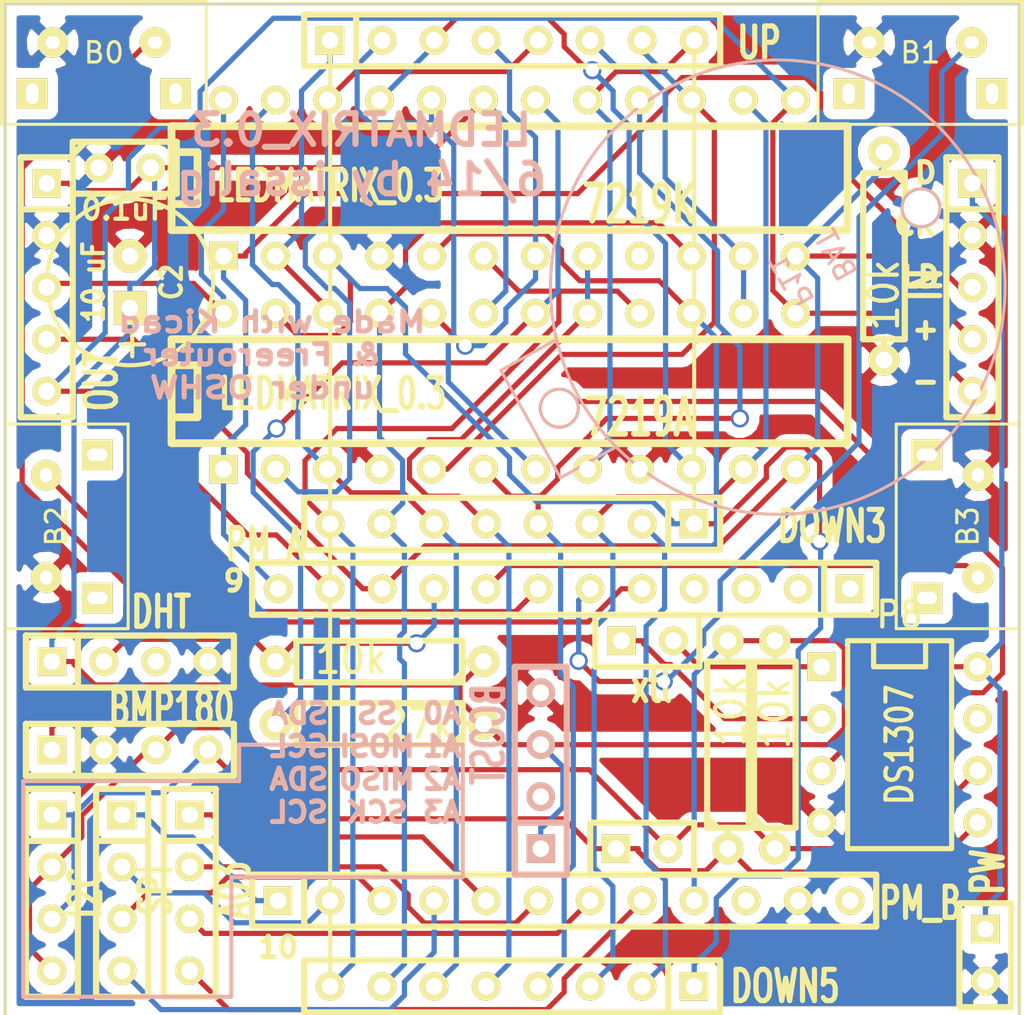
<source format=kicad_pcb>
(kicad_pcb (version 3) (host pcbnew "(2013-07-07 BZR 4022)-stable")

  (general
    (links 119)
    (no_connects 8)
    (area 184.099999 72.974999 233.730001 122.605001)
    (thickness 1.6)
    (drawings 35)
    (tracks 477)
    (zones 0)
    (modules 31)
    (nets 42)
  )

  (page A4)
  (layers
    (15 F.Cu signal)
    (0 B.Cu signal hide)
    (17 F.Adhes user hide)
    (19 F.Paste user hide)
    (20 B.SilkS user hide)
    (21 F.SilkS user hide)
    (22 B.Mask user)
    (23 F.Mask user)
    (28 Edge.Cuts user hide)
  )

  (setup
    (last_trace_width 0.254)
    (trace_clearance 0.254)
    (zone_clearance 0.508)
    (zone_45_only no)
    (trace_min 0.254)
    (segment_width 0.2)
    (edge_width 0.1)
    (via_size 0.889)
    (via_drill 0.635)
    (via_min_size 0.889)
    (via_min_drill 0.508)
    (uvia_size 0.508)
    (uvia_drill 0.127)
    (uvias_allowed no)
    (uvia_min_size 0.508)
    (uvia_min_drill 0.127)
    (pcb_text_width 0.3)
    (pcb_text_size 1.5 1.5)
    (mod_edge_width 0.15)
    (mod_text_size 1 1)
    (mod_text_width 0.15)
    (pad_size 1.5 1.5)
    (pad_drill 0.7)
    (pad_to_mask_clearance 0)
    (aux_axis_origin 0 0)
    (visible_elements 7FFFFBFF)
    (pcbplotparams
      (layerselection 284196865)
      (usegerberextensions true)
      (excludeedgelayer true)
      (linewidth 0.150000)
      (plotframeref false)
      (viasonmask false)
      (mode 1)
      (useauxorigin false)
      (hpglpennumber 1)
      (hpglpenspeed 20)
      (hpglpendiameter 15)
      (hpglpenoverlay 2)
      (psnegative false)
      (psa4output false)
      (plotreference true)
      (plotvalue true)
      (plotothertext true)
      (plotinvisibletext false)
      (padsonsilk false)
      (subtractmaskfromsilk false)
      (outputformat 1)
      (mirror false)
      (drillshape 0)
      (scaleselection 1)
      (outputdirectory itead-0.3/))
  )

  (net 0 "")
  (net 1 /1)
  (net 2 /10)
  (net 3 /11)
  (net 4 /12)
  (net 5 /13)
  (net 6 /14)
  (net 7 /15)
  (net 8 /16)
  (net 9 /2)
  (net 10 /3)
  (net 11 /4)
  (net 12 /5)
  (net 13 /6)
  (net 14 /7)
  (net 15 /8)
  (net 16 /9)
  (net 17 /A0)
  (net 18 /A1)
  (net 19 /A2)
  (net 20 /A3)
  (net 21 /A4_SDA)
  (net 22 /A5_SCL)
  (net 23 /CK)
  (net 24 /D10)
  (net 25 /D11)
  (net 26 /D12)
  (net 27 /D13)
  (net 28 /D2)
  (net 29 /D3)
  (net 30 /D4)
  (net 31 /D5)
  (net 32 /D6)
  (net 33 /D7)
  (net 34 /D9)
  (net 35 /DOUT)
  (net 36 /IS)
  (net 37 /VCCRTC)
  (net 38 GND)
  (net 39 N-0000034)
  (net 40 N-0000039)
  (net 41 VCC)

  (net_class Default "This is the default net class."
    (clearance 0.254)
    (trace_width 0.254)
    (via_dia 0.889)
    (via_drill 0.635)
    (uvia_dia 0.508)
    (uvia_drill 0.127)
    (add_net "")
    (add_net /1)
    (add_net /10)
    (add_net /11)
    (add_net /12)
    (add_net /13)
    (add_net /14)
    (add_net /15)
    (add_net /16)
    (add_net /2)
    (add_net /3)
    (add_net /4)
    (add_net /5)
    (add_net /6)
    (add_net /7)
    (add_net /8)
    (add_net /9)
    (add_net /A0)
    (add_net /A1)
    (add_net /A2)
    (add_net /A3)
    (add_net /A4_SDA)
    (add_net /A5_SCL)
    (add_net /CK)
    (add_net /D10)
    (add_net /D11)
    (add_net /D12)
    (add_net /D13)
    (add_net /D2)
    (add_net /D3)
    (add_net /D4)
    (add_net /D5)
    (add_net /D6)
    (add_net /D7)
    (add_net /D9)
    (add_net /DOUT)
    (add_net /IS)
    (add_net /VCCRTC)
    (add_net GND)
    (add_net N-0000034)
    (add_net N-0000039)
    (add_net VCC)
  )

  (module SIL-8 (layer F.Cu) (tedit 538AFC4B) (tstamp 532E06B0)
    (at 208.915 74.803)
    (descr "Connecteur 8 pins")
    (tags "CONN DEV")
    (path /532DF209)
    (fp_text reference P1 (at 12.065 0.127) (layer F.SilkS) hide
      (effects (font (size 1.72974 1.08712) (thickness 0.27178)))
    )
    (fp_text value UP (at 12.065 0.127) (layer F.SilkS)
      (effects (font (size 1.524 1.016) (thickness 0.3048)))
    )
    (fp_line (start -10.16 -1.27) (end 10.16 -1.27) (layer F.SilkS) (width 0.3048))
    (fp_line (start 10.16 -1.27) (end 10.16 1.27) (layer F.SilkS) (width 0.3048))
    (fp_line (start 10.16 1.27) (end -10.16 1.27) (layer F.SilkS) (width 0.3048))
    (fp_line (start -10.16 1.27) (end -10.16 -1.27) (layer F.SilkS) (width 0.3048))
    (fp_line (start -7.62 1.27) (end -7.62 -1.27) (layer F.SilkS) (width 0.3048))
    (pad 1 thru_hole rect (at -8.89 0) (size 1.397 1.397) (drill 0.8128)
      (layers *.Cu *.Mask F.SilkS)
      (net 16 /9)
    )
    (pad 2 thru_hole circle (at -6.35 0) (size 1.397 1.397) (drill 0.8128)
      (layers *.Cu *.Mask F.SilkS)
      (net 2 /10)
    )
    (pad 3 thru_hole circle (at -3.81 0) (size 1.397 1.397) (drill 0.8128)
      (layers *.Cu *.Mask F.SilkS)
      (net 3 /11)
    )
    (pad 4 thru_hole circle (at -1.27 0) (size 1.397 1.397) (drill 0.8128)
      (layers *.Cu *.Mask F.SilkS)
      (net 4 /12)
    )
    (pad 5 thru_hole circle (at 1.27 0) (size 1.397 1.397) (drill 0.8128)
      (layers *.Cu *.Mask F.SilkS)
      (net 5 /13)
    )
    (pad 6 thru_hole circle (at 3.81 0) (size 1.397 1.397) (drill 0.8128)
      (layers *.Cu *.Mask F.SilkS)
      (net 6 /14)
    )
    (pad 7 thru_hole circle (at 6.35 0) (size 1.397 1.397) (drill 0.8128)
      (layers *.Cu *.Mask F.SilkS)
      (net 7 /15)
    )
    (pad 8 thru_hole circle (at 8.89 0) (size 1.397 1.397) (drill 0.8128)
      (layers *.Cu *.Mask F.SilkS)
      (net 8 /16)
    )
  )

  (module SIL-8 (layer F.Cu) (tedit 538AFC3D) (tstamp 532E06C1)
    (at 208.915 121.031 180)
    (descr "Connecteur 8 pins")
    (tags "CONN DEV")
    (path /532DF24C)
    (fp_text reference P2 (at 11.43 -0.254 180) (layer F.SilkS) hide
      (effects (font (size 1.72974 1.08712) (thickness 0.27178)))
    )
    (fp_text value DOWN5 (at -13.335 0 180) (layer F.SilkS)
      (effects (font (size 1.524 1.016) (thickness 0.3048)))
    )
    (fp_line (start -10.16 -1.27) (end 10.16 -1.27) (layer F.SilkS) (width 0.3048))
    (fp_line (start 10.16 -1.27) (end 10.16 1.27) (layer F.SilkS) (width 0.3048))
    (fp_line (start 10.16 1.27) (end -10.16 1.27) (layer F.SilkS) (width 0.3048))
    (fp_line (start -10.16 1.27) (end -10.16 -1.27) (layer F.SilkS) (width 0.3048))
    (fp_line (start -7.62 1.27) (end -7.62 -1.27) (layer F.SilkS) (width 0.3048))
    (pad 1 thru_hole rect (at -8.89 0 180) (size 1.397 1.397) (drill 0.8128)
      (layers *.Cu *.Mask F.SilkS)
      (net 1 /1)
    )
    (pad 2 thru_hole circle (at -6.35 0 180) (size 1.397 1.397) (drill 0.8128)
      (layers *.Cu *.Mask F.SilkS)
      (net 9 /2)
    )
    (pad 3 thru_hole circle (at -3.81 0 180) (size 1.397 1.397) (drill 0.8128)
      (layers *.Cu *.Mask F.SilkS)
      (net 10 /3)
    )
    (pad 4 thru_hole circle (at -1.27 0 180) (size 1.397 1.397) (drill 0.8128)
      (layers *.Cu *.Mask F.SilkS)
      (net 11 /4)
    )
    (pad 5 thru_hole circle (at 1.27 0 180) (size 1.397 1.397) (drill 0.8128)
      (layers *.Cu *.Mask F.SilkS)
      (net 12 /5)
    )
    (pad 6 thru_hole circle (at 3.81 0 180) (size 1.397 1.397) (drill 0.8128)
      (layers *.Cu *.Mask F.SilkS)
      (net 13 /6)
    )
    (pad 7 thru_hole circle (at 6.35 0 180) (size 1.397 1.397) (drill 0.8128)
      (layers *.Cu *.Mask F.SilkS)
      (net 14 /7)
    )
    (pad 8 thru_hole circle (at 8.89 0 180) (size 1.397 1.397) (drill 0.8128)
      (layers *.Cu *.Mask F.SilkS)
      (net 15 /8)
    )
  )

  (module R4 (layer F.Cu) (tedit 538A5ED6) (tstamp 5388D9C7)
    (at 227.076 85.344 270)
    (descr "Resitance 4 pas")
    (tags R)
    (path /532DF8CE)
    (autoplace_cost180 10)
    (fp_text reference R2 (at -2.54 0 270) (layer F.SilkS) hide
      (effects (font (size 1.397 1.27) (thickness 0.2032)))
    )
    (fp_text value 10k (at 1.905 0 270) (layer F.SilkS)
      (effects (font (size 1.397 1.27) (thickness 0.2032)))
    )
    (fp_line (start -5.08 0) (end -4.064 0) (layer F.SilkS) (width 0.3048))
    (fp_line (start -4.064 0) (end -4.064 -1.016) (layer F.SilkS) (width 0.3048))
    (fp_line (start -4.064 -1.016) (end 4.064 -1.016) (layer F.SilkS) (width 0.3048))
    (fp_line (start 4.064 -1.016) (end 4.064 1.016) (layer F.SilkS) (width 0.3048))
    (fp_line (start 4.064 1.016) (end -4.064 1.016) (layer F.SilkS) (width 0.3048))
    (fp_line (start -4.064 1.016) (end -4.064 0) (layer F.SilkS) (width 0.3048))
    (fp_line (start -4.064 -0.508) (end -3.556 -1.016) (layer F.SilkS) (width 0.3048))
    (fp_line (start 5.08 0) (end 4.064 0) (layer F.SilkS) (width 0.3048))
    (pad 1 thru_hole circle (at -5.08 0 270) (size 1.524 1.524) (drill 0.8128)
      (layers *.Cu *.Mask F.SilkS)
      (net 33 /D7)
    )
    (pad 2 thru_hole circle (at 5.08 0 270) (size 1.524 1.524) (drill 0.8128)
      (layers *.Cu *.Mask F.SilkS)
      (net 38 GND)
    )
    (model discret/resistor.wrl
      (at (xyz 0 0 0))
      (scale (xyz 0.4 0.4 0.4))
      (rotate (xyz 0 0 0))
    )
  )

  (module R4 (layer F.Cu) (tedit 538A5ECB) (tstamp 5388D140)
    (at 202.438 108.204 180)
    (descr "Resitance 4 pas")
    (tags R)
    (path /532DF9A8)
    (autoplace_cost180 10)
    (fp_text reference R1 (at 2.54 0 180) (layer F.SilkS) hide
      (effects (font (size 1.397 1.27) (thickness 0.2032)))
    )
    (fp_text value 27k (at -1.905 0 180) (layer F.SilkS)
      (effects (font (size 1.397 1.27) (thickness 0.2032)))
    )
    (fp_line (start -5.08 0) (end -4.064 0) (layer F.SilkS) (width 0.3048))
    (fp_line (start -4.064 0) (end -4.064 -1.016) (layer F.SilkS) (width 0.3048))
    (fp_line (start -4.064 -1.016) (end 4.064 -1.016) (layer F.SilkS) (width 0.3048))
    (fp_line (start 4.064 -1.016) (end 4.064 1.016) (layer F.SilkS) (width 0.3048))
    (fp_line (start 4.064 1.016) (end -4.064 1.016) (layer F.SilkS) (width 0.3048))
    (fp_line (start -4.064 1.016) (end -4.064 0) (layer F.SilkS) (width 0.3048))
    (fp_line (start -4.064 -0.508) (end -3.556 -1.016) (layer F.SilkS) (width 0.3048))
    (fp_line (start 5.08 0) (end 4.064 0) (layer F.SilkS) (width 0.3048))
    (pad 1 thru_hole circle (at -5.08 0 180) (size 1.524 1.524) (drill 0.8128)
      (layers *.Cu *.Mask F.SilkS)
      (net 41 VCC)
    )
    (pad 2 thru_hole circle (at 5.08 0 180) (size 1.524 1.524) (drill 0.8128)
      (layers *.Cu *.Mask F.SilkS)
      (net 36 /IS)
    )
    (model discret/resistor.wrl
      (at (xyz 0 0 0))
      (scale (xyz 0.4 0.4 0.4))
      (rotate (xyz 0 0 0))
    )
  )

  (module DIP-24__300 (layer F.Cu) (tedit 5389DF33) (tstamp 5389C55C)
    (at 208.788 81.534)
    (descr "24 pins DIL package, round pads")
    (tags DIL)
    (path /532D97A9)
    (fp_text reference U1 (at -8.89 -1.27) (layer F.SilkS) hide
      (effects (font (size 1.778 1.143) (thickness 0.28575)))
    )
    (fp_text value 7219K (at 6.35 1.27) (layer F.SilkS)
      (effects (font (size 1.778 1.143) (thickness 0.3048)))
    )
    (fp_line (start -16.51 -1.27) (end -15.24 -1.27) (layer F.SilkS) (width 0.381))
    (fp_line (start -15.24 -1.27) (end -15.24 1.27) (layer F.SilkS) (width 0.381))
    (fp_line (start -15.24 1.27) (end -16.51 1.27) (layer F.SilkS) (width 0.381))
    (fp_line (start -16.51 1.27) (end -16.51 1.27) (layer F.SilkS) (width 0.381))
    (fp_line (start -16.51 -2.54) (end 16.51 -2.54) (layer F.SilkS) (width 0.381))
    (fp_line (start 16.51 -2.54) (end 16.51 2.54) (layer F.SilkS) (width 0.381))
    (fp_line (start 16.51 2.54) (end -16.51 2.54) (layer F.SilkS) (width 0.381))
    (fp_line (start -16.51 2.54) (end -16.51 -2.54) (layer F.SilkS) (width 0.381))
    (pad 1 thru_hole rect (at -13.97 3.81) (size 1.397 1.397) (drill 0.8128)
      (layers *.Cu *.Mask F.SilkS)
      (net 34 /D9)
    )
    (pad 2 thru_hole circle (at -11.43 3.81) (size 1.397 1.397) (drill 0.8128)
      (layers *.Cu *.Mask F.SilkS)
      (net 16 /9)
    )
    (pad 3 thru_hole circle (at -8.89 3.81) (size 1.397 1.397) (drill 0.8128)
      (layers *.Cu *.Mask F.SilkS)
      (net 1 /1)
    )
    (pad 4 thru_hole circle (at -6.35 3.81) (size 1.397 1.397) (drill 0.8128)
      (layers *.Cu *.Mask F.SilkS)
      (net 38 GND)
    )
    (pad 5 thru_hole circle (at -3.81 3.81) (size 1.397 1.397) (drill 0.8128)
      (layers *.Cu *.Mask F.SilkS)
      (net 9 /2)
    )
    (pad 6 thru_hole circle (at -1.27 3.81) (size 1.397 1.397) (drill 0.8128)
      (layers *.Cu *.Mask F.SilkS)
      (net 15 /8)
    )
    (pad 7 thru_hole circle (at 1.27 3.81) (size 1.397 1.397) (drill 0.8128)
      (layers *.Cu *.Mask F.SilkS)
      (net 4 /12)
    )
    (pad 8 thru_hole circle (at 3.81 3.81) (size 1.397 1.397) (drill 0.8128)
      (layers *.Cu *.Mask F.SilkS)
      (net 12 /5)
    )
    (pad 9 thru_hole circle (at 6.35 3.81) (size 1.397 1.397) (drill 0.8128)
      (layers *.Cu *.Mask F.SilkS)
      (net 38 GND)
    )
    (pad 10 thru_hole circle (at 8.89 3.81) (size 1.397 1.397) (drill 0.8128)
      (layers *.Cu *.Mask F.SilkS)
      (net 14 /7)
    )
    (pad 11 thru_hole circle (at 11.43 3.81) (size 1.397 1.397) (drill 0.8128)
      (layers *.Cu *.Mask F.SilkS)
      (net 6 /14)
    )
    (pad 12 thru_hole circle (at 13.97 3.81) (size 1.397 1.397) (drill 0.8128)
      (layers *.Cu *.Mask F.SilkS)
      (net 33 /D7)
    )
    (pad 13 thru_hole circle (at 13.97 -3.81) (size 1.397 1.397) (drill 0.8128)
      (layers *.Cu *.Mask F.SilkS)
      (net 23 /CK)
    )
    (pad 14 thru_hole circle (at 11.43 -3.81) (size 1.397 1.397) (drill 0.8128)
      (layers *.Cu *.Mask F.SilkS)
      (net 10 /3)
    )
    (pad 15 thru_hole circle (at 8.89 -3.81) (size 1.397 1.397) (drill 0.8128)
      (layers *.Cu *.Mask F.SilkS)
      (net 7 /15)
    )
    (pad 16 thru_hole circle (at 6.35 -3.81) (size 1.397 1.397) (drill 0.8128)
      (layers *.Cu *.Mask F.SilkS)
      (net 11 /4)
    )
    (pad 17 thru_hole circle (at 3.81 -3.81) (size 1.397 1.397) (drill 0.8128)
      (layers *.Cu *.Mask F.SilkS)
      (net 8 /16)
    )
    (pad 18 thru_hole circle (at 1.27 -3.81) (size 1.397 1.397) (drill 0.8128)
      (layers *.Cu *.Mask F.SilkS)
      (net 36 /IS)
    )
    (pad 19 thru_hole circle (at -1.27 -3.81) (size 1.397 1.397) (drill 0.8128)
      (layers *.Cu *.Mask F.SilkS)
      (net 41 VCC)
    )
    (pad 20 thru_hole circle (at -3.81 -3.81) (size 1.397 1.397) (drill 0.8128)
      (layers *.Cu *.Mask F.SilkS)
      (net 2 /10)
    )
    (pad 21 thru_hole circle (at -6.35 -3.81) (size 1.397 1.397) (drill 0.8128)
      (layers *.Cu *.Mask F.SilkS)
      (net 3 /11)
    )
    (pad 22 thru_hole circle (at -8.89 -3.81) (size 1.397 1.397) (drill 0.8128)
      (layers *.Cu *.Mask F.SilkS)
      (net 5 /13)
    )
    (pad 23 thru_hole circle (at -11.43 -3.81) (size 1.397 1.397) (drill 0.8128)
      (layers *.Cu *.Mask F.SilkS)
      (net 13 /6)
    )
    (pad 24 thru_hole circle (at -13.97 -3.81) (size 1.397 1.397) (drill 0.8128)
      (layers *.Cu *.Mask F.SilkS)
      (net 35 /DOUT)
    )
    (model dil/dil_24-w300.wrl
      (at (xyz 0 0 0))
      (scale (xyz 1 1 1))
      (rotate (xyz 0 0 0))
    )
  )

  (module C1V8 (layer F.Cu) (tedit 3DD3A719) (tstamp 532E0727)
    (at 190.246 86.614 90)
    (path /532DF9C6)
    (fp_text reference C2 (at 0 2.032 90) (layer F.SilkS)
      (effects (font (size 1.016 0.889) (thickness 0.2032)))
    )
    (fp_text value "10 uF" (at 0 -1.77546 90) (layer F.SilkS)
      (effects (font (size 1.016 0.889) (thickness 0.2032)))
    )
    (fp_text user + (at -3.04546 0 90) (layer F.SilkS)
      (effects (font (size 1.524 1.524) (thickness 0.2032)))
    )
    (fp_circle (center 0 0) (end 4.064 0) (layer F.SilkS) (width 0.2032))
    (pad 1 thru_hole rect (at -1.27 0 90) (size 1.651 1.651) (drill 0.8128)
      (layers *.Cu *.Mask F.SilkS)
      (net 41 VCC)
    )
    (pad 2 thru_hole circle (at 1.27 0 90) (size 1.651 1.651) (drill 0.8128)
      (layers *.Cu *.Mask F.SilkS)
      (net 38 GND)
    )
    (model discret/c_vert_c1v8.wrl
      (at (xyz 0 0 0))
      (scale (xyz 1 1 1))
      (rotate (xyz 0 0 0))
    )
  )

  (module C1 (layer F.Cu) (tedit 538A5F61) (tstamp 532E0732)
    (at 189.992 81.026)
    (descr "Condensateur e = 1 pas")
    (tags C)
    (path /532DF9B7)
    (fp_text reference C1 (at -1.27 -2.032) (layer F.SilkS) hide
      (effects (font (size 1.016 1.016) (thickness 0.2032)))
    )
    (fp_text value 0.1uF (at 0 2.032) (layer F.SilkS)
      (effects (font (size 1.016 1.016) (thickness 0.2032)))
    )
    (fp_line (start -2.4892 -1.27) (end 2.54 -1.27) (layer F.SilkS) (width 0.3048))
    (fp_line (start 2.54 -1.27) (end 2.54 1.27) (layer F.SilkS) (width 0.3048))
    (fp_line (start 2.54 1.27) (end -2.54 1.27) (layer F.SilkS) (width 0.3048))
    (fp_line (start -2.54 1.27) (end -2.54 -1.27) (layer F.SilkS) (width 0.3048))
    (fp_line (start -2.54 -0.635) (end -1.905 -1.27) (layer F.SilkS) (width 0.3048))
    (pad 1 thru_hole circle (at -1.27 0) (size 1.397 1.397) (drill 0.8128)
      (layers *.Cu *.Mask F.SilkS)
      (net 38 GND)
    )
    (pad 2 thru_hole circle (at 1.27 0) (size 1.397 1.397) (drill 0.8128)
      (layers *.Cu *.Mask F.SilkS)
      (net 41 VCC)
    )
    (model discret/capa_1_pas.wrl
      (at (xyz 0 0 0))
      (scale (xyz 1 1 1))
      (rotate (xyz 0 0 0))
    )
  )

  (module SIL-8 (layer F.Cu) (tedit 5388D757) (tstamp 532FA46A)
    (at 208.915 98.425 180)
    (descr "Connecteur 8 pins")
    (tags "CONN DEV")
    (path /532E2EFF)
    (fp_text reference P5 (at 9.525 2.54 180) (layer F.SilkS) hide
      (effects (font (size 1.72974 1.08712) (thickness 0.27178)))
    )
    (fp_text value DOWN3 (at -15.621 -0.127 180) (layer F.SilkS)
      (effects (font (size 1.524 1.016) (thickness 0.3048)))
    )
    (fp_line (start -10.16 -1.27) (end 10.16 -1.27) (layer F.SilkS) (width 0.3048))
    (fp_line (start 10.16 -1.27) (end 10.16 1.27) (layer F.SilkS) (width 0.3048))
    (fp_line (start 10.16 1.27) (end -10.16 1.27) (layer F.SilkS) (width 0.3048))
    (fp_line (start -10.16 1.27) (end -10.16 -1.27) (layer F.SilkS) (width 0.3048))
    (fp_line (start -7.62 1.27) (end -7.62 -1.27) (layer F.SilkS) (width 0.3048))
    (pad 1 thru_hole rect (at -8.89 0 180) (size 1.397 1.397) (drill 0.8128)
      (layers *.Cu *.Mask F.SilkS)
      (net 1 /1)
    )
    (pad 2 thru_hole circle (at -6.35 0 180) (size 1.397 1.397) (drill 0.8128)
      (layers *.Cu *.Mask F.SilkS)
      (net 9 /2)
    )
    (pad 3 thru_hole circle (at -3.81 0 180) (size 1.397 1.397) (drill 0.8128)
      (layers *.Cu *.Mask F.SilkS)
      (net 10 /3)
    )
    (pad 4 thru_hole circle (at -1.27 0 180) (size 1.397 1.397) (drill 0.8128)
      (layers *.Cu *.Mask F.SilkS)
      (net 11 /4)
    )
    (pad 5 thru_hole circle (at 1.27 0 180) (size 1.397 1.397) (drill 0.8128)
      (layers *.Cu *.Mask F.SilkS)
      (net 12 /5)
    )
    (pad 6 thru_hole circle (at 3.81 0 180) (size 1.397 1.397) (drill 0.8128)
      (layers *.Cu *.Mask F.SilkS)
      (net 13 /6)
    )
    (pad 7 thru_hole circle (at 6.35 0 180) (size 1.397 1.397) (drill 0.8128)
      (layers *.Cu *.Mask F.SilkS)
      (net 14 /7)
    )
    (pad 8 thru_hole circle (at 8.89 0 180) (size 1.397 1.397) (drill 0.8128)
      (layers *.Cu *.Mask F.SilkS)
      (net 15 /8)
    )
  )

  (module SIL-12 (layer F.Cu) (tedit 5389E24A) (tstamp 532EDDAB)
    (at 211.455 116.84)
    (descr "Connecteur 12 pins")
    (tags "CONN DEV")
    (path /532ED603)
    (fp_text reference P7 (at 1.905 -2.54) (layer F.SilkS) hide
      (effects (font (size 1.72974 1.08712) (thickness 0.27178)))
    )
    (fp_text value PM_B (at 17.399 0.127) (layer F.SilkS)
      (effects (font (size 1.524 1.016) (thickness 0.3048)))
    )
    (fp_line (start -15.24 1.27) (end -15.24 1.27) (layer F.SilkS) (width 0.3048))
    (fp_line (start -15.24 1.27) (end -15.24 -1.27) (layer F.SilkS) (width 0.3048))
    (fp_line (start -15.24 -1.27) (end 10.16 -1.27) (layer F.SilkS) (width 0.3048))
    (fp_line (start 10.16 1.27) (end -15.24 1.27) (layer F.SilkS) (width 0.3048))
    (fp_line (start -12.7 1.27) (end -12.7 -1.27) (layer F.SilkS) (width 0.3048))
    (fp_line (start 10.16 -1.27) (end 14.605 -1.27) (layer F.SilkS) (width 0.3048))
    (fp_line (start 14.605 -1.27) (end 15.24 -1.27) (layer F.SilkS) (width 0.3048))
    (fp_line (start 15.24 -1.27) (end 15.24 1.27) (layer F.SilkS) (width 0.3048))
    (fp_line (start 15.24 1.27) (end 10.16 1.27) (layer F.SilkS) (width 0.3048))
    (pad 1 thru_hole rect (at -13.97 0) (size 1.397 1.397) (drill 0.8128)
      (layers *.Cu *.Mask F.SilkS)
      (net 24 /D10)
    )
    (pad 2 thru_hole circle (at -11.43 0) (size 1.397 1.397) (drill 0.8128)
      (layers *.Cu *.Mask F.SilkS)
      (net 25 /D11)
    )
    (pad 3 thru_hole circle (at -8.89 0) (size 1.397 1.397) (drill 0.8128)
      (layers *.Cu *.Mask F.SilkS)
      (net 26 /D12)
    )
    (pad 4 thru_hole circle (at -6.35 0) (size 1.397 1.397) (drill 0.8128)
      (layers *.Cu *.Mask F.SilkS)
      (net 27 /D13)
    )
    (pad 5 thru_hole circle (at -3.81 0) (size 1.397 1.397) (drill 0.8128)
      (layers *.Cu *.Mask F.SilkS)
      (net 17 /A0)
    )
    (pad 6 thru_hole circle (at -1.27 0) (size 1.397 1.397) (drill 0.8128)
      (layers *.Cu *.Mask F.SilkS)
      (net 18 /A1)
    )
    (pad 7 thru_hole circle (at 1.27 0) (size 1.397 1.397) (drill 0.8128)
      (layers *.Cu *.Mask F.SilkS)
      (net 19 /A2)
    )
    (pad 8 thru_hole circle (at 3.81 0) (size 1.397 1.397) (drill 0.8128)
      (layers *.Cu *.Mask F.SilkS)
      (net 20 /A3)
    )
    (pad 9 thru_hole circle (at 6.35 0) (size 1.397 1.397) (drill 0.8128)
      (layers *.Cu *.Mask F.SilkS)
      (net 41 VCC)
    )
    (pad 10 thru_hole circle (at 8.89 0) (size 1.397 1.397) (drill 0.8128)
      (layers *.Cu *.Mask F.SilkS)
    )
    (pad 11 thru_hole circle (at 11.43 0) (size 1.397 1.397) (drill 0.8128)
      (layers *.Cu *.Mask F.SilkS)
      (net 38 GND)
    )
    (pad 12 thru_hole circle (at 13.97 0) (size 1.397 1.397) (drill 0.8128)
      (layers *.Cu *.Mask F.SilkS)
    )
    (model pin_array\pins_array_12x1.wrl
      (at (xyz 0 0 0))
      (scale (xyz 1 1 1))
      (rotate (xyz 0 0 0))
    )
  )

  (module SIL-12 (layer F.Cu) (tedit 538A05E9) (tstamp 532ED7E9)
    (at 211.455 101.6 180)
    (descr "Connecteur 12 pins")
    (tags "CONN DEV")
    (path /532ED908)
    (fp_text reference P6 (at -1.27 -3.175 180) (layer F.SilkS) hide
      (effects (font (size 1.72974 1.08712) (thickness 0.27178)))
    )
    (fp_text value PM_A (at 14.605 2.159 180) (layer F.SilkS)
      (effects (font (size 1.524 1.016) (thickness 0.3048)))
    )
    (fp_line (start -15.24 1.27) (end -15.24 1.27) (layer F.SilkS) (width 0.3048))
    (fp_line (start -15.24 1.27) (end -15.24 -1.27) (layer F.SilkS) (width 0.3048))
    (fp_line (start -15.24 -1.27) (end 10.16 -1.27) (layer F.SilkS) (width 0.3048))
    (fp_line (start 10.16 1.27) (end -15.24 1.27) (layer F.SilkS) (width 0.3048))
    (fp_line (start -12.7 1.27) (end -12.7 -1.27) (layer F.SilkS) (width 0.3048))
    (fp_line (start 10.16 -1.27) (end 14.605 -1.27) (layer F.SilkS) (width 0.3048))
    (fp_line (start 14.605 -1.27) (end 15.24 -1.27) (layer F.SilkS) (width 0.3048))
    (fp_line (start 15.24 -1.27) (end 15.24 1.27) (layer F.SilkS) (width 0.3048))
    (fp_line (start 15.24 1.27) (end 10.16 1.27) (layer F.SilkS) (width 0.3048))
    (pad 1 thru_hole rect (at -13.97 0 180) (size 1.397 1.397) (drill 0.8128)
      (layers *.Cu *.Mask F.SilkS)
    )
    (pad 2 thru_hole circle (at -11.43 0 180) (size 1.397 1.397) (drill 0.8128)
      (layers *.Cu *.Mask F.SilkS)
    )
    (pad 3 thru_hole circle (at -8.89 0 180) (size 1.397 1.397) (drill 0.8128)
      (layers *.Cu *.Mask F.SilkS)
    )
    (pad 4 thru_hole circle (at -6.35 0 180) (size 1.397 1.397) (drill 0.8128)
      (layers *.Cu *.Mask F.SilkS)
    )
    (pad 5 thru_hole circle (at -3.81 0 180) (size 1.397 1.397) (drill 0.8128)
      (layers *.Cu *.Mask F.SilkS)
      (net 28 /D2)
    )
    (pad 6 thru_hole circle (at -1.27 0 180) (size 1.397 1.397) (drill 0.8128)
      (layers *.Cu *.Mask F.SilkS)
      (net 29 /D3)
    )
    (pad 7 thru_hole circle (at 1.27 0 180) (size 1.397 1.397) (drill 0.8128)
      (layers *.Cu *.Mask F.SilkS)
      (net 30 /D4)
    )
    (pad 8 thru_hole circle (at 3.81 0 180) (size 1.397 1.397) (drill 0.8128)
      (layers *.Cu *.Mask F.SilkS)
      (net 31 /D5)
    )
    (pad 9 thru_hole circle (at 6.35 0 180) (size 1.397 1.397) (drill 0.8128)
      (layers *.Cu *.Mask F.SilkS)
      (net 32 /D6)
    )
    (pad 10 thru_hole circle (at 8.89 0 180) (size 1.397 1.397) (drill 0.8128)
      (layers *.Cu *.Mask F.SilkS)
      (net 33 /D7)
    )
    (pad 11 thru_hole circle (at 11.43 0 180) (size 1.397 1.397) (drill 0.8128)
      (layers *.Cu *.Mask F.SilkS)
      (net 23 /CK)
    )
    (pad 12 thru_hole circle (at 13.97 0 180) (size 1.397 1.397) (drill 0.8128)
      (layers *.Cu *.Mask F.SilkS)
      (net 34 /D9)
    )
    (model pin_array\pins_array_12x1.wrl
      (at (xyz 0 0 0))
      (scale (xyz 1 1 1))
      (rotate (xyz 0 0 0))
    )
  )

  (module DIP-24__300 (layer F.Cu) (tedit 5389DF2C) (tstamp 5388CD50)
    (at 208.788 91.948)
    (descr "24 pins DIL package, round pads")
    (tags DIL)
    (path /5389174A)
    (fp_text reference U2 (at -8.89 -1.27) (layer F.SilkS) hide
      (effects (font (size 1.778 1.143) (thickness 0.28575)))
    )
    (fp_text value 7219A (at 6.35 1.27) (layer F.SilkS)
      (effects (font (size 1.778 1.143) (thickness 0.3048)))
    )
    (fp_line (start -16.51 -1.27) (end -15.24 -1.27) (layer F.SilkS) (width 0.381))
    (fp_line (start -15.24 -1.27) (end -15.24 1.27) (layer F.SilkS) (width 0.381))
    (fp_line (start -15.24 1.27) (end -16.51 1.27) (layer F.SilkS) (width 0.381))
    (fp_line (start -16.51 1.27) (end -16.51 1.27) (layer F.SilkS) (width 0.381))
    (fp_line (start -16.51 -2.54) (end 16.51 -2.54) (layer F.SilkS) (width 0.381))
    (fp_line (start 16.51 -2.54) (end 16.51 2.54) (layer F.SilkS) (width 0.381))
    (fp_line (start 16.51 2.54) (end -16.51 2.54) (layer F.SilkS) (width 0.381))
    (fp_line (start -16.51 2.54) (end -16.51 -2.54) (layer F.SilkS) (width 0.381))
    (pad 1 thru_hole rect (at -13.97 3.81) (size 1.397 1.397) (drill 0.8128)
      (layers *.Cu *.Mask F.SilkS)
      (net 34 /D9)
    )
    (pad 2 thru_hole circle (at -11.43 3.81) (size 1.397 1.397) (drill 0.8128)
      (layers *.Cu *.Mask F.SilkS)
      (net 5 /13)
    )
    (pad 3 thru_hole circle (at -8.89 3.81) (size 1.397 1.397) (drill 0.8128)
      (layers *.Cu *.Mask F.SilkS)
      (net 13 /6)
    )
    (pad 4 thru_hole circle (at -6.35 3.81) (size 1.397 1.397) (drill 0.8128)
      (layers *.Cu *.Mask F.SilkS)
      (net 38 GND)
    )
    (pad 5 thru_hole circle (at -3.81 3.81) (size 1.397 1.397) (drill 0.8128)
      (layers *.Cu *.Mask F.SilkS)
      (net 7 /15)
    )
    (pad 6 thru_hole circle (at -1.27 3.81) (size 1.397 1.397) (drill 0.8128)
      (layers *.Cu *.Mask F.SilkS)
      (net 11 /4)
    )
    (pad 7 thru_hole circle (at 1.27 3.81) (size 1.397 1.397) (drill 0.8128)
      (layers *.Cu *.Mask F.SilkS)
      (net 2 /10)
    )
    (pad 8 thru_hole circle (at 3.81 3.81) (size 1.397 1.397) (drill 0.8128)
      (layers *.Cu *.Mask F.SilkS)
      (net 8 /16)
    )
    (pad 9 thru_hole circle (at 6.35 3.81) (size 1.397 1.397) (drill 0.8128)
      (layers *.Cu *.Mask F.SilkS)
      (net 38 GND)
    )
    (pad 10 thru_hole circle (at 8.89 3.81) (size 1.397 1.397) (drill 0.8128)
      (layers *.Cu *.Mask F.SilkS)
      (net 3 /11)
    )
    (pad 11 thru_hole circle (at 11.43 3.81) (size 1.397 1.397) (drill 0.8128)
      (layers *.Cu *.Mask F.SilkS)
      (net 10 /3)
    )
    (pad 12 thru_hole circle (at 13.97 3.81) (size 1.397 1.397) (drill 0.8128)
      (layers *.Cu *.Mask F.SilkS)
      (net 33 /D7)
    )
    (pad 13 thru_hole circle (at 13.97 -3.81) (size 1.397 1.397) (drill 0.8128)
      (layers *.Cu *.Mask F.SilkS)
      (net 23 /CK)
    )
    (pad 14 thru_hole circle (at 11.43 -3.81) (size 1.397 1.397) (drill 0.8128)
      (layers *.Cu *.Mask F.SilkS)
      (net 6 /14)
    )
    (pad 15 thru_hole circle (at 8.89 -3.81) (size 1.397 1.397) (drill 0.8128)
      (layers *.Cu *.Mask F.SilkS)
      (net 9 /2)
    )
    (pad 16 thru_hole circle (at 6.35 -3.81) (size 1.397 1.397) (drill 0.8128)
      (layers *.Cu *.Mask F.SilkS)
      (net 15 /8)
    )
    (pad 17 thru_hole circle (at 3.81 -3.81) (size 1.397 1.397) (drill 0.8128)
      (layers *.Cu *.Mask F.SilkS)
      (net 12 /5)
    )
    (pad 18 thru_hole circle (at 1.27 -3.81) (size 1.397 1.397) (drill 0.8128)
      (layers *.Cu *.Mask F.SilkS)
      (net 36 /IS)
    )
    (pad 19 thru_hole circle (at -1.27 -3.81) (size 1.397 1.397) (drill 0.8128)
      (layers *.Cu *.Mask F.SilkS)
      (net 41 VCC)
    )
    (pad 20 thru_hole circle (at -3.81 -3.81) (size 1.397 1.397) (drill 0.8128)
      (layers *.Cu *.Mask F.SilkS)
      (net 4 /12)
    )
    (pad 21 thru_hole circle (at -6.35 -3.81) (size 1.397 1.397) (drill 0.8128)
      (layers *.Cu *.Mask F.SilkS)
      (net 14 /7)
    )
    (pad 22 thru_hole circle (at -8.89 -3.81) (size 1.397 1.397) (drill 0.8128)
      (layers *.Cu *.Mask F.SilkS)
      (net 16 /9)
    )
    (pad 23 thru_hole circle (at -11.43 -3.81) (size 1.397 1.397) (drill 0.8128)
      (layers *.Cu *.Mask F.SilkS)
      (net 1 /1)
    )
    (pad 24 thru_hole circle (at -13.97 -3.81) (size 1.397 1.397) (drill 0.8128)
      (layers *.Cu *.Mask F.SilkS)
      (net 35 /DOUT)
    )
    (model dil/dil_24-w300.wrl
      (at (xyz 0 0 0))
      (scale (xyz 1 1 1))
      (rotate (xyz 0 0 0))
    )
  )

  (module SIL-4 (layer F.Cu) (tedit 538AFC13) (tstamp 5388F058)
    (at 190.246 109.474)
    (descr "Connecteur 4 pibs")
    (tags "CONN DEV")
    (path /5389335F)
    (fp_text reference P10 (at -3.81 -2.54) (layer F.SilkS) hide
      (effects (font (size 1.73482 1.08712) (thickness 0.27178)))
    )
    (fp_text value BMP180 (at 2.032 -2.032) (layer F.SilkS)
      (effects (font (size 1.524 1.016) (thickness 0.254)))
    )
    (fp_line (start -5.08 -1.27) (end -5.08 -1.27) (layer F.SilkS) (width 0.3048))
    (fp_line (start -5.08 1.27) (end -5.08 -1.27) (layer F.SilkS) (width 0.3048))
    (fp_line (start -5.08 -1.27) (end -5.08 -1.27) (layer F.SilkS) (width 0.3048))
    (fp_line (start -5.08 -1.27) (end 5.08 -1.27) (layer F.SilkS) (width 0.3048))
    (fp_line (start 5.08 -1.27) (end 5.08 1.27) (layer F.SilkS) (width 0.3048))
    (fp_line (start 5.08 1.27) (end -5.08 1.27) (layer F.SilkS) (width 0.3048))
    (fp_line (start -2.54 1.27) (end -2.54 -1.27) (layer F.SilkS) (width 0.3048))
    (pad 1 thru_hole rect (at -3.81 0) (size 1.397 1.397) (drill 0.8128)
      (layers *.Cu *.Mask F.SilkS)
      (net 41 VCC)
    )
    (pad 2 thru_hole circle (at -1.27 0) (size 1.397 1.397) (drill 0.8128)
      (layers *.Cu *.Mask F.SilkS)
      (net 38 GND)
    )
    (pad 3 thru_hole circle (at 1.27 0) (size 1.397 1.397) (drill 0.8128)
      (layers *.Cu *.Mask F.SilkS)
      (net 22 /A5_SCL)
    )
    (pad 4 thru_hole circle (at 3.81 0) (size 1.397 1.397) (drill 0.8128)
      (layers *.Cu *.Mask F.SilkS)
      (net 21 /A4_SDA)
    )
  )

  (module SIL-2 (layer F.Cu) (tedit 538A5EBD) (tstamp 5388F071)
    (at 215.265 114.3)
    (descr "Connecteurs 2 pins")
    (tags "CONN DEV")
    (path /5389464A)
    (fp_text reference P12 (at 0 -2.54) (layer F.SilkS) hide
      (effects (font (size 1.72974 1.08712) (thickness 0.27178)))
    )
    (fp_text value PM_C (at 0 -2.54) (layer F.SilkS) hide
      (effects (font (size 1.524 1.016) (thickness 0.3048)))
    )
    (fp_line (start -2.54 1.27) (end -2.54 -1.27) (layer F.SilkS) (width 0.3048))
    (fp_line (start -2.54 -1.27) (end 2.54 -1.27) (layer F.SilkS) (width 0.3048))
    (fp_line (start 2.54 -1.27) (end 2.54 1.27) (layer F.SilkS) (width 0.3048))
    (fp_line (start 2.54 1.27) (end -2.54 1.27) (layer F.SilkS) (width 0.3048))
    (pad 1 thru_hole rect (at -1.27 0) (size 1.397 1.397) (drill 0.8128)
      (layers *.Cu *.Mask F.SilkS)
      (net 21 /A4_SDA)
    )
    (pad 2 thru_hole circle (at 1.27 0) (size 1.397 1.397) (drill 0.8128)
      (layers *.Cu *.Mask F.SilkS)
      (net 22 /A5_SCL)
    )
  )

  (module R4 (layer F.Cu) (tedit 538A5EB7) (tstamp 53890A08)
    (at 202.438 105.156 180)
    (descr "Resitance 4 pas")
    (tags R)
    (path /538939BD)
    (autoplace_cost180 10)
    (fp_text reference R5 (at -2.413 0.127 180) (layer F.SilkS) hide
      (effects (font (size 1.397 1.27) (thickness 0.2032)))
    )
    (fp_text value 10k (at 1.397 0.127 180) (layer F.SilkS)
      (effects (font (size 1.397 1.27) (thickness 0.2032)))
    )
    (fp_line (start -5.08 0) (end -4.064 0) (layer F.SilkS) (width 0.3048))
    (fp_line (start -4.064 0) (end -4.064 -1.016) (layer F.SilkS) (width 0.3048))
    (fp_line (start -4.064 -1.016) (end 4.064 -1.016) (layer F.SilkS) (width 0.3048))
    (fp_line (start 4.064 -1.016) (end 4.064 1.016) (layer F.SilkS) (width 0.3048))
    (fp_line (start 4.064 1.016) (end -4.064 1.016) (layer F.SilkS) (width 0.3048))
    (fp_line (start -4.064 1.016) (end -4.064 0) (layer F.SilkS) (width 0.3048))
    (fp_line (start -4.064 -0.508) (end -3.556 -1.016) (layer F.SilkS) (width 0.3048))
    (fp_line (start 5.08 0) (end 4.064 0) (layer F.SilkS) (width 0.3048))
    (pad 1 thru_hole circle (at -5.08 0 180) (size 1.524 1.524) (drill 0.8128)
      (layers *.Cu *.Mask F.SilkS)
      (net 41 VCC)
    )
    (pad 2 thru_hole circle (at 5.08 0 180) (size 1.524 1.524) (drill 0.8128)
      (layers *.Cu *.Mask F.SilkS)
      (net 32 /D6)
    )
    (model discret/resistor.wrl
      (at (xyz 0 0 0))
      (scale (xyz 0.4 0.4 0.4))
      (rotate (xyz 0 0 0))
    )
  )

  (module R4 (layer F.Cu) (tedit 5389ED12) (tstamp 5388F097)
    (at 221.742 109.22 90)
    (descr "Resitance 4 pas")
    (tags R)
    (path /53894D40)
    (autoplace_cost180 10)
    (fp_text reference R3 (at -2.286 0.254 90) (layer F.SilkS) hide
      (effects (font (size 1.397 1.27) (thickness 0.2032)))
    )
    (fp_text value 10k (at 1.524 0 90) (layer F.SilkS)
      (effects (font (size 1.397 1.27) (thickness 0.2032)))
    )
    (fp_line (start -5.08 0) (end -4.064 0) (layer F.SilkS) (width 0.3048))
    (fp_line (start -4.064 0) (end -4.064 -1.016) (layer F.SilkS) (width 0.3048))
    (fp_line (start -4.064 -1.016) (end 4.064 -1.016) (layer F.SilkS) (width 0.3048))
    (fp_line (start 4.064 -1.016) (end 4.064 1.016) (layer F.SilkS) (width 0.3048))
    (fp_line (start 4.064 1.016) (end -4.064 1.016) (layer F.SilkS) (width 0.3048))
    (fp_line (start -4.064 1.016) (end -4.064 0) (layer F.SilkS) (width 0.3048))
    (fp_line (start -4.064 -0.508) (end -3.556 -1.016) (layer F.SilkS) (width 0.3048))
    (fp_line (start 5.08 0) (end 4.064 0) (layer F.SilkS) (width 0.3048))
    (pad 1 thru_hole circle (at -5.08 0 90) (size 1.524 1.524) (drill 0.8128)
      (layers *.Cu *.Mask F.SilkS)
      (net 22 /A5_SCL)
    )
    (pad 2 thru_hole circle (at 5.08 0 90) (size 1.524 1.524) (drill 0.8128)
      (layers *.Cu *.Mask F.SilkS)
      (net 41 VCC)
    )
    (model discret/resistor.wrl
      (at (xyz 0 0 0))
      (scale (xyz 0.4 0.4 0.4))
      (rotate (xyz 0 0 0))
    )
  )

  (module R4 (layer F.Cu) (tedit 5389ED0E) (tstamp 5388F0A5)
    (at 219.456 109.22 90)
    (descr "Resitance 4 pas")
    (tags R)
    (path /53894E02)
    (autoplace_cost180 10)
    (fp_text reference R4 (at -2.413 0.127 90) (layer F.SilkS) hide
      (effects (font (size 1.397 1.27) (thickness 0.2032)))
    )
    (fp_text value 10k (at 1.651 0.127 90) (layer F.SilkS)
      (effects (font (size 1.397 1.27) (thickness 0.2032)))
    )
    (fp_line (start -5.08 0) (end -4.064 0) (layer F.SilkS) (width 0.3048))
    (fp_line (start -4.064 0) (end -4.064 -1.016) (layer F.SilkS) (width 0.3048))
    (fp_line (start -4.064 -1.016) (end 4.064 -1.016) (layer F.SilkS) (width 0.3048))
    (fp_line (start 4.064 -1.016) (end 4.064 1.016) (layer F.SilkS) (width 0.3048))
    (fp_line (start 4.064 1.016) (end -4.064 1.016) (layer F.SilkS) (width 0.3048))
    (fp_line (start -4.064 1.016) (end -4.064 0) (layer F.SilkS) (width 0.3048))
    (fp_line (start -4.064 -0.508) (end -3.556 -1.016) (layer F.SilkS) (width 0.3048))
    (fp_line (start 5.08 0) (end 4.064 0) (layer F.SilkS) (width 0.3048))
    (pad 1 thru_hole circle (at -5.08 0 90) (size 1.524 1.524) (drill 0.8128)
      (layers *.Cu *.Mask F.SilkS)
      (net 21 /A4_SDA)
    )
    (pad 2 thru_hole circle (at 5.08 0 90) (size 1.524 1.524) (drill 0.8128)
      (layers *.Cu *.Mask F.SilkS)
      (net 41 VCC)
    )
    (model discret/resistor.wrl
      (at (xyz 0 0 0))
      (scale (xyz 0.4 0.4 0.4))
      (rotate (xyz 0 0 0))
    )
  )

  (module DIP-8__300 (layer F.Cu) (tedit 43A7F843) (tstamp 5388F0B8)
    (at 227.838 109.22 270)
    (descr "8 pins DIL package, round pads")
    (tags DIL)
    (path /53894A27)
    (fp_text reference P8 (at -6.35 0 360) (layer F.SilkS)
      (effects (font (size 1.27 1.143) (thickness 0.2032)))
    )
    (fp_text value DS1307 (at 0 0 270) (layer F.SilkS)
      (effects (font (size 1.27 1.016) (thickness 0.2032)))
    )
    (fp_line (start -5.08 -1.27) (end -3.81 -1.27) (layer F.SilkS) (width 0.254))
    (fp_line (start -3.81 -1.27) (end -3.81 1.27) (layer F.SilkS) (width 0.254))
    (fp_line (start -3.81 1.27) (end -5.08 1.27) (layer F.SilkS) (width 0.254))
    (fp_line (start -5.08 -2.54) (end 5.08 -2.54) (layer F.SilkS) (width 0.254))
    (fp_line (start 5.08 -2.54) (end 5.08 2.54) (layer F.SilkS) (width 0.254))
    (fp_line (start 5.08 2.54) (end -5.08 2.54) (layer F.SilkS) (width 0.254))
    (fp_line (start -5.08 2.54) (end -5.08 -2.54) (layer F.SilkS) (width 0.254))
    (pad 1 thru_hole rect (at -3.81 3.81 270) (size 1.397 1.397) (drill 0.8128)
      (layers *.Cu *.Mask F.SilkS)
      (net 39 N-0000034)
    )
    (pad 2 thru_hole circle (at -1.27 3.81 270) (size 1.397 1.397) (drill 0.8128)
      (layers *.Cu *.Mask F.SilkS)
      (net 40 N-0000039)
    )
    (pad 3 thru_hole circle (at 1.27 3.81 270) (size 1.397 1.397) (drill 0.8128)
      (layers *.Cu *.Mask F.SilkS)
      (net 37 /VCCRTC)
    )
    (pad 4 thru_hole circle (at 3.81 3.81 270) (size 1.397 1.397) (drill 0.8128)
      (layers *.Cu *.Mask F.SilkS)
      (net 38 GND)
    )
    (pad 5 thru_hole circle (at 3.81 -3.81 270) (size 1.397 1.397) (drill 0.8128)
      (layers *.Cu *.Mask F.SilkS)
      (net 21 /A4_SDA)
    )
    (pad 6 thru_hole circle (at 1.27 -3.81 270) (size 1.397 1.397) (drill 0.8128)
      (layers *.Cu *.Mask F.SilkS)
      (net 22 /A5_SCL)
    )
    (pad 7 thru_hole circle (at -1.27 -3.81 270) (size 1.397 1.397) (drill 0.8128)
      (layers *.Cu *.Mask F.SilkS)
    )
    (pad 8 thru_hole circle (at -3.81 -3.81 270) (size 1.397 1.397) (drill 0.8128)
      (layers *.Cu *.Mask F.SilkS)
      (net 41 VCC)
    )
    (model dil/dil_8.wrl
      (at (xyz 0 0 0))
      (scale (xyz 1 1 1))
      (rotate (xyz 0 0 0))
    )
  )

  (module SIL-4 (layer F.Cu) (tedit 538AFC1E) (tstamp 53890917)
    (at 190.246 105.156)
    (descr "Connecteur 4 pibs")
    (tags "CONN DEV")
    (path /5389363A)
    (fp_text reference P9 (at 1.143 -5.588) (layer F.SilkS) hide
      (effects (font (size 1.73482 1.08712) (thickness 0.27178)))
    )
    (fp_text value DHT (at 1.524 -2.413) (layer F.SilkS)
      (effects (font (size 1.524 1.016) (thickness 0.254)))
    )
    (fp_line (start -5.08 -1.27) (end -5.08 -1.27) (layer F.SilkS) (width 0.3048))
    (fp_line (start -5.08 1.27) (end -5.08 -1.27) (layer F.SilkS) (width 0.3048))
    (fp_line (start -5.08 -1.27) (end -5.08 -1.27) (layer F.SilkS) (width 0.3048))
    (fp_line (start -5.08 -1.27) (end 5.08 -1.27) (layer F.SilkS) (width 0.3048))
    (fp_line (start 5.08 -1.27) (end 5.08 1.27) (layer F.SilkS) (width 0.3048))
    (fp_line (start 5.08 1.27) (end -5.08 1.27) (layer F.SilkS) (width 0.3048))
    (fp_line (start -2.54 1.27) (end -2.54 -1.27) (layer F.SilkS) (width 0.3048))
    (pad 1 thru_hole rect (at -3.81 0) (size 1.397 1.397) (drill 0.8128)
      (layers *.Cu *.Mask F.SilkS)
      (net 41 VCC)
    )
    (pad 2 thru_hole circle (at -1.27 0) (size 1.397 1.397) (drill 0.8128)
      (layers *.Cu *.Mask F.SilkS)
      (net 32 /D6)
    )
    (pad 3 thru_hole circle (at 1.27 0) (size 1.397 1.397) (drill 0.8128)
      (layers *.Cu *.Mask F.SilkS)
    )
    (pad 4 thru_hole circle (at 3.81 0) (size 1.397 1.397) (drill 0.8128)
      (layers *.Cu *.Mask F.SilkS)
      (net 38 GND)
    )
  )

  (module SIL-4 (layer B.Cu) (tedit 538B2A4E) (tstamp 53890AE9)
    (at 210.312 110.49 90)
    (descr "Connecteur 4 pibs")
    (tags "CONN DEV")
    (path /53890ACD)
    (fp_text reference P15 (at 5.461 0.254 90) (layer B.SilkS) hide
      (effects (font (size 1.73482 1.08712) (thickness 0.27178)) (justify mirror))
    )
    (fp_text value BOOST (at 1.778 -2.54 90) (layer B.SilkS)
      (effects (font (size 1.524 1.016) (thickness 0.254)) (justify mirror))
    )
    (fp_line (start -5.08 1.27) (end -5.08 1.27) (layer B.SilkS) (width 0.3048))
    (fp_line (start -5.08 -1.27) (end -5.08 1.27) (layer B.SilkS) (width 0.3048))
    (fp_line (start -5.08 1.27) (end -5.08 1.27) (layer B.SilkS) (width 0.3048))
    (fp_line (start -5.08 1.27) (end 5.08 1.27) (layer B.SilkS) (width 0.3048))
    (fp_line (start 5.08 1.27) (end 5.08 -1.27) (layer B.SilkS) (width 0.3048))
    (fp_line (start 5.08 -1.27) (end -5.08 -1.27) (layer B.SilkS) (width 0.3048))
    (fp_line (start -2.54 -1.27) (end -2.54 1.27) (layer B.SilkS) (width 0.3048))
    (pad 1 thru_hole rect (at -3.81 0 90) (size 1.397 1.397) (drill 0.8128)
      (layers *.Cu *.Mask B.SilkS)
      (net 41 VCC)
    )
    (pad 2 thru_hole circle (at -1.27 0 90) (size 1.397 1.397) (drill 0.8128)
      (layers *.Cu *.Mask B.SilkS)
      (net 38 GND)
    )
    (pad 3 thru_hole circle (at 1.27 0 90) (size 1.397 1.397) (drill 0.8128)
      (layers *.Cu *.Mask B.SilkS)
      (net 41 VCC)
    )
    (pad 4 thru_hole circle (at 3.81 0 90) (size 1.397 1.397) (drill 0.8128)
      (layers *.Cu *.Mask B.SilkS)
      (net 38 GND)
    )
  )

  (module pushbt (layer F.Cu) (tedit 5389DE91) (tstamp 5389BBEB)
    (at 233.172 98.552 90)
    (path /532F4A9D)
    (fp_text reference K1 (at 0 -4 90) (layer F.SilkS) hide
      (effects (font (size 1 1) (thickness 0.15)))
    )
    (fp_text value B3 (at 0 -2 90) (layer F.SilkS)
      (effects (font (size 1 1) (thickness 0.15)))
    )
    (fp_line (start -5 -5.5) (end -5 0.5) (layer F.SilkS) (width 0.15))
    (fp_line (start -5 0.5) (end 5 0.5) (layer F.SilkS) (width 0.15))
    (fp_line (start 5 0.5) (end 5 -5.5) (layer F.SilkS) (width 0.15))
    (fp_line (start 5 -5.5) (end -5 -5.5) (layer F.SilkS) (width 0.15))
    (pad 1 thru_hole circle (at -2.5 -1.5 90) (size 1.5 1.5) (drill oval 0.7 0.6)
      (layers *.Cu *.Mask F.SilkS)
      (net 31 /D5)
    )
    (pad 2 thru_hole circle (at 2.5 -1.5 90) (size 1.5 1.5) (drill oval 0.7 0.6)
      (layers *.Cu *.Mask F.SilkS)
      (net 38 GND)
    )
    (pad 3 thru_hole rect (at -3.5 -4 90) (size 1.5 1.5) (drill oval 0.6 1)
      (layers *.Cu *.Mask F.SilkS)
    )
    (pad 4 thru_hole rect (at 3.5 -4 90) (size 1.5 1.5) (drill oval 0.6 1)
      (layers *.Cu *.Mask F.SilkS)
    )
  )

  (module pushbt (layer F.Cu) (tedit 5389DF0B) (tstamp 5389C6D0)
    (at 184.658 98.552 270)
    (path /532F4AAC)
    (fp_text reference K2 (at 0 -4 270) (layer F.SilkS) hide
      (effects (font (size 1 1) (thickness 0.15)))
    )
    (fp_text value B2 (at 0 -2 270) (layer F.SilkS)
      (effects (font (size 1 1) (thickness 0.15)))
    )
    (fp_line (start -5 -5.5) (end -5 0.5) (layer F.SilkS) (width 0.15))
    (fp_line (start -5 0.5) (end 5 0.5) (layer F.SilkS) (width 0.15))
    (fp_line (start 5 0.5) (end 5 -5.5) (layer F.SilkS) (width 0.15))
    (fp_line (start 5 -5.5) (end -5 -5.5) (layer F.SilkS) (width 0.15))
    (pad 1 thru_hole circle (at -2.5 -1.5 270) (size 1.5 1.5) (drill oval 0.7 0.6)
      (layers *.Cu *.Mask F.SilkS)
      (net 30 /D4)
    )
    (pad 2 thru_hole circle (at 2.5 -1.5 270) (size 1.5 1.5) (drill oval 0.7 0.6)
      (layers *.Cu *.Mask F.SilkS)
      (net 38 GND)
    )
    (pad 3 thru_hole rect (at -3.5 -4 270) (size 1.5 1.5) (drill oval 0.6 1)
      (layers *.Cu *.Mask F.SilkS)
    )
    (pad 4 thru_hole rect (at 3.5 -4 270) (size 1.5 1.5) (drill oval 0.6 1)
      (layers *.Cu *.Mask F.SilkS)
    )
  )

  (module pushbt (layer F.Cu) (tedit 538A5EE9) (tstamp 5389BC03)
    (at 228.854 73.406 180)
    (path /532F4ABB)
    (fp_text reference K3 (at 0 -4 180) (layer F.SilkS) hide
      (effects (font (size 1 1) (thickness 0.15)))
    )
    (fp_text value B1 (at 0 -2 180) (layer F.SilkS)
      (effects (font (size 1 1) (thickness 0.15)))
    )
    (fp_line (start -5 -5.5) (end -5 0.5) (layer F.SilkS) (width 0.15))
    (fp_line (start -5 0.5) (end 5 0.5) (layer F.SilkS) (width 0.15))
    (fp_line (start 5 0.5) (end 5 -5.5) (layer F.SilkS) (width 0.15))
    (fp_line (start 5 -5.5) (end -5 -5.5) (layer F.SilkS) (width 0.15))
    (pad 1 thru_hole circle (at -2.5 -1.5 180) (size 1.5 1.5) (drill oval 0.7 0.6)
      (layers *.Cu *.Mask F.SilkS)
      (net 29 /D3)
    )
    (pad 2 thru_hole circle (at 2.5 -1.5 180) (size 1.5 1.5) (drill oval 0.7 0.6)
      (layers *.Cu *.Mask F.SilkS)
      (net 38 GND)
    )
    (pad 3 thru_hole rect (at -3.5 -4 180) (size 1.5 1.5) (drill oval 0.6 1)
      (layers *.Cu *.Mask F.SilkS)
    )
    (pad 4 thru_hole rect (at 3.5 -4 180) (size 1.5 1.5) (drill oval 0.6 1)
      (layers *.Cu *.Mask F.SilkS)
    )
  )

  (module pushbt (layer F.Cu) (tedit 5389DE83) (tstamp 5389BC0F)
    (at 188.976 73.406 180)
    (path /532F4FC7)
    (fp_text reference K4 (at 0 -4 180) (layer F.SilkS) hide
      (effects (font (size 1 1) (thickness 0.15)))
    )
    (fp_text value B0 (at 0 -2 180) (layer F.SilkS)
      (effects (font (size 1 1) (thickness 0.15)))
    )
    (fp_line (start -5 -5.5) (end -5 0.5) (layer F.SilkS) (width 0.15))
    (fp_line (start -5 0.5) (end 5 0.5) (layer F.SilkS) (width 0.15))
    (fp_line (start 5 0.5) (end 5 -5.5) (layer F.SilkS) (width 0.15))
    (fp_line (start 5 -5.5) (end -5 -5.5) (layer F.SilkS) (width 0.15))
    (pad 1 thru_hole circle (at -2.5 -1.5 180) (size 1.5 1.5) (drill oval 0.7 0.6)
      (layers *.Cu *.Mask F.SilkS)
      (net 28 /D2)
    )
    (pad 2 thru_hole circle (at 2.5 -1.5 180) (size 1.5 1.5) (drill oval 0.7 0.6)
      (layers *.Cu *.Mask F.SilkS)
      (net 38 GND)
    )
    (pad 3 thru_hole rect (at -3.5 -4 180) (size 1.5 1.5) (drill oval 0.6 1)
      (layers *.Cu *.Mask F.SilkS)
    )
    (pad 4 thru_hole rect (at 3.5 -4 180) (size 1.5 1.5) (drill oval 0.6 1)
      (layers *.Cu *.Mask F.SilkS)
    )
  )

  (module SIL-5 (layer F.Cu) (tedit 5389ED5F) (tstamp 5389BDC2)
    (at 186.182 88.138 270)
    (descr "Connecteur 5 pins")
    (tags "CONN DEV")
    (path /532E01AE)
    (fp_text reference P4 (at -0.635 -2.54 270) (layer F.SilkS) hide
      (effects (font (size 1.72974 1.08712) (thickness 0.27178)))
    )
    (fp_text value OUT (at 3.302 -2.667 270) (layer F.SilkS)
      (effects (font (size 1.524 1.016) (thickness 0.254)))
    )
    (fp_line (start -7.62 1.27) (end -7.62 -1.27) (layer F.SilkS) (width 0.3048))
    (fp_line (start -7.62 -1.27) (end 5.08 -1.27) (layer F.SilkS) (width 0.3048))
    (fp_line (start 5.08 -1.27) (end 5.08 1.27) (layer F.SilkS) (width 0.3048))
    (fp_line (start 5.08 1.27) (end -7.62 1.27) (layer F.SilkS) (width 0.3048))
    (fp_line (start -5.08 1.27) (end -5.08 -1.27) (layer F.SilkS) (width 0.3048))
    (pad 1 thru_hole rect (at -6.35 0 270) (size 1.397 1.397) (drill 0.8128)
      (layers *.Cu *.Mask F.SilkS)
      (net 41 VCC)
    )
    (pad 2 thru_hole circle (at -3.81 0 270) (size 1.397 1.397) (drill 0.8128)
      (layers *.Cu *.Mask F.SilkS)
      (net 38 GND)
    )
    (pad 3 thru_hole circle (at -1.27 0 270) (size 1.397 1.397) (drill 0.8128)
      (layers *.Cu *.Mask F.SilkS)
      (net 35 /DOUT)
    )
    (pad 4 thru_hole circle (at 1.27 0 270) (size 1.397 1.397) (drill 0.8128)
      (layers *.Cu *.Mask F.SilkS)
      (net 33 /D7)
    )
    (pad 5 thru_hole circle (at 3.81 0 270) (size 1.397 1.397) (drill 0.8128)
      (layers *.Cu *.Mask F.SilkS)
      (net 23 /CK)
    )
  )

  (module SIL-5 (layer F.Cu) (tedit 5389ED46) (tstamp 5389BDD0)
    (at 231.394 88.138 270)
    (descr "Connecteur 5 pins")
    (tags "CONN DEV")
    (path /532E01E0)
    (fp_text reference P3 (at 1.27 1.905 270) (layer F.SilkS) hide
      (effects (font (size 1.72974 1.08712) (thickness 0.27178)))
    )
    (fp_text value IN (at -1.397 2.286 270) (layer F.SilkS)
      (effects (font (size 1.524 1.016) (thickness 0.254)))
    )
    (fp_line (start -7.62 1.27) (end -7.62 -1.27) (layer F.SilkS) (width 0.3048))
    (fp_line (start -7.62 -1.27) (end 5.08 -1.27) (layer F.SilkS) (width 0.3048))
    (fp_line (start 5.08 -1.27) (end 5.08 1.27) (layer F.SilkS) (width 0.3048))
    (fp_line (start 5.08 1.27) (end -7.62 1.27) (layer F.SilkS) (width 0.3048))
    (fp_line (start -5.08 1.27) (end -5.08 -1.27) (layer F.SilkS) (width 0.3048))
    (pad 1 thru_hole rect (at -6.35 0 270) (size 1.397 1.397) (drill 0.8128)
      (layers *.Cu *.Mask F.SilkS)
      (net 41 VCC)
    )
    (pad 2 thru_hole circle (at -3.81 0 270) (size 1.397 1.397) (drill 0.8128)
      (layers *.Cu *.Mask F.SilkS)
      (net 38 GND)
    )
    (pad 3 thru_hole circle (at -1.27 0 270) (size 1.397 1.397) (drill 0.8128)
      (layers *.Cu *.Mask F.SilkS)
      (net 34 /D9)
    )
    (pad 4 thru_hole circle (at 1.27 0 270) (size 1.397 1.397) (drill 0.8128)
      (layers *.Cu *.Mask F.SilkS)
      (net 33 /D7)
    )
    (pad 5 thru_hole circle (at 3.81 0 270) (size 1.397 1.397) (drill 0.8128)
      (layers *.Cu *.Mask F.SilkS)
      (net 23 /CK)
    )
  )

  (module SIL-4 (layer F.Cu) (tedit 538A7044) (tstamp 5389FBF5)
    (at 186.436 116.459 270)
    (descr "Connecteur 4 pibs")
    (tags "CONN DEV")
    (path /5389CD87)
    (fp_text reference P16 (at -3.683 -2.54 270) (layer F.SilkS) hide
      (effects (font (size 1.73482 1.08712) (thickness 0.27178)))
    )
    (fp_text value I2C (at 0 -1.651 270) (layer F.SilkS)
      (effects (font (size 1.524 1.016) (thickness 0.254)))
    )
    (fp_line (start -5.08 -1.27) (end -5.08 -1.27) (layer F.SilkS) (width 0.3048))
    (fp_line (start -5.08 1.27) (end -5.08 -1.27) (layer F.SilkS) (width 0.3048))
    (fp_line (start -5.08 -1.27) (end -5.08 -1.27) (layer F.SilkS) (width 0.3048))
    (fp_line (start -5.08 -1.27) (end 5.08 -1.27) (layer F.SilkS) (width 0.3048))
    (fp_line (start 5.08 -1.27) (end 5.08 1.27) (layer F.SilkS) (width 0.3048))
    (fp_line (start 5.08 1.27) (end -5.08 1.27) (layer F.SilkS) (width 0.3048))
    (fp_line (start -2.54 1.27) (end -2.54 -1.27) (layer F.SilkS) (width 0.3048))
    (pad 1 thru_hole rect (at -3.81 0 270) (size 1.397 1.397) (drill 0.8128)
      (layers *.Cu *.Mask F.SilkS)
      (net 21 /A4_SDA)
    )
    (pad 2 thru_hole circle (at -1.27 0 270) (size 1.397 1.397) (drill 0.8128)
      (layers *.Cu *.Mask F.SilkS)
      (net 22 /A5_SCL)
    )
    (pad 3 thru_hole circle (at 1.27 0 270) (size 1.397 1.397) (drill 0.8128)
      (layers *.Cu *.Mask F.SilkS)
      (net 21 /A4_SDA)
    )
    (pad 4 thru_hole circle (at 3.81 0 270) (size 1.397 1.397) (drill 0.8128)
      (layers *.Cu *.Mask F.SilkS)
      (net 22 /A5_SCL)
    )
  )

  (module SIL-4 (layer F.Cu) (tedit 538A703D) (tstamp 5389FC35)
    (at 189.865 116.459 270)
    (descr "Connecteur 4 pibs")
    (tags "CONN DEV")
    (path /5389CBEC)
    (fp_text reference P19 (at -3.683 -2.667 270) (layer F.SilkS) hide
      (effects (font (size 1.73482 1.08712) (thickness 0.27178)))
    )
    (fp_text value SPI (at -0.127 -1.651 270) (layer F.SilkS)
      (effects (font (size 1.524 1.016) (thickness 0.254)))
    )
    (fp_line (start -5.08 -1.27) (end -5.08 -1.27) (layer F.SilkS) (width 0.3048))
    (fp_line (start -5.08 1.27) (end -5.08 -1.27) (layer F.SilkS) (width 0.3048))
    (fp_line (start -5.08 -1.27) (end -5.08 -1.27) (layer F.SilkS) (width 0.3048))
    (fp_line (start -5.08 -1.27) (end 5.08 -1.27) (layer F.SilkS) (width 0.3048))
    (fp_line (start 5.08 -1.27) (end 5.08 1.27) (layer F.SilkS) (width 0.3048))
    (fp_line (start 5.08 1.27) (end -5.08 1.27) (layer F.SilkS) (width 0.3048))
    (fp_line (start -2.54 1.27) (end -2.54 -1.27) (layer F.SilkS) (width 0.3048))
    (pad 1 thru_hole rect (at -3.81 0 270) (size 1.397 1.397) (drill 0.8128)
      (layers *.Cu *.Mask F.SilkS)
      (net 24 /D10)
    )
    (pad 2 thru_hole circle (at -1.27 0 270) (size 1.397 1.397) (drill 0.8128)
      (layers *.Cu *.Mask F.SilkS)
      (net 25 /D11)
    )
    (pad 3 thru_hole circle (at 1.27 0 270) (size 1.397 1.397) (drill 0.8128)
      (layers *.Cu *.Mask F.SilkS)
      (net 26 /D12)
    )
    (pad 4 thru_hole circle (at 3.81 0 270) (size 1.397 1.397) (drill 0.8128)
      (layers *.Cu *.Mask F.SilkS)
      (net 27 /D13)
    )
  )

  (module SIL-4 (layer F.Cu) (tedit 538A7034) (tstamp 538A006F)
    (at 193.167 116.459 270)
    (descr "Connecteur 4 pibs")
    (tags "CONN DEV")
    (path /538A0533)
    (fp_text reference P13 (at -3.556 -2.667 270) (layer F.SilkS) hide
      (effects (font (size 1.73482 1.08712) (thickness 0.27178)))
    )
    (fp_text value A03 (at -0.127 -2.159 270) (layer F.SilkS)
      (effects (font (size 1.524 1.016) (thickness 0.254)))
    )
    (fp_line (start -5.08 -1.27) (end -5.08 -1.27) (layer F.SilkS) (width 0.3048))
    (fp_line (start -5.08 1.27) (end -5.08 -1.27) (layer F.SilkS) (width 0.3048))
    (fp_line (start -5.08 -1.27) (end -5.08 -1.27) (layer F.SilkS) (width 0.3048))
    (fp_line (start -5.08 -1.27) (end 5.08 -1.27) (layer F.SilkS) (width 0.3048))
    (fp_line (start 5.08 -1.27) (end 5.08 1.27) (layer F.SilkS) (width 0.3048))
    (fp_line (start 5.08 1.27) (end -5.08 1.27) (layer F.SilkS) (width 0.3048))
    (fp_line (start -2.54 1.27) (end -2.54 -1.27) (layer F.SilkS) (width 0.3048))
    (pad 1 thru_hole rect (at -3.81 0 270) (size 1.397 1.397) (drill 0.8128)
      (layers *.Cu *.Mask F.SilkS)
      (net 17 /A0)
    )
    (pad 2 thru_hole circle (at -1.27 0 270) (size 1.397 1.397) (drill 0.8128)
      (layers *.Cu *.Mask F.SilkS)
      (net 18 /A1)
    )
    (pad 3 thru_hole circle (at 1.27 0 270) (size 1.397 1.397) (drill 0.8128)
      (layers *.Cu *.Mask F.SilkS)
      (net 19 /A2)
    )
    (pad 4 thru_hole circle (at 3.81 0 270) (size 1.397 1.397) (drill 0.8128)
      (layers *.Cu *.Mask F.SilkS)
      (net 20 /A3)
    )
  )

  (module SIL-2 (layer F.Cu) (tedit 538A067C) (tstamp 538A0671)
    (at 215.519 104.14)
    (descr "Connecteurs 2 pins")
    (tags "CONN DEV")
    (path /538A08CE)
    (fp_text reference P14 (at 5.156999 -0.182001) (layer F.SilkS) hide
      (effects (font (size 1.72974 1.08712) (thickness 0.27178)))
    )
    (fp_text value xtl (at 0.203999 2.230999) (layer F.SilkS)
      (effects (font (size 1.524 1.016) (thickness 0.254)))
    )
    (fp_line (start -2.54 1.27) (end -2.54 -1.27) (layer F.SilkS) (width 0.3048))
    (fp_line (start -2.54 -1.27) (end 2.54 -1.27) (layer F.SilkS) (width 0.3048))
    (fp_line (start 2.54 -1.27) (end 2.54 1.27) (layer F.SilkS) (width 0.3048))
    (fp_line (start 2.54 1.27) (end -2.54 1.27) (layer F.SilkS) (width 0.3048))
    (pad 1 thru_hole rect (at -1.27 0) (size 1.397 1.397) (drill 0.8128)
      (layers *.Cu *.Mask F.SilkS)
      (net 40 N-0000039)
    )
    (pad 2 thru_hole circle (at 1.27 0) (size 1.397 1.397) (drill 0.8128)
      (layers *.Cu *.Mask F.SilkS)
      (net 39 N-0000034)
    )
  )

  (module SIL-2 (layer F.Cu) (tedit 538B2A53) (tstamp 538A0F15)
    (at 232.029 119.507 270)
    (descr "Connecteurs 2 pins")
    (tags "CONN DEV")
    (path /538A0E1D)
    (fp_text reference K5 (at 0.127 2.159 270) (layer F.SilkS) hide
      (effects (font (size 1.72974 1.08712) (thickness 0.27178)))
    )
    (fp_text value PW (at -4.064 -0.127 270) (layer F.SilkS)
      (effects (font (size 1.524 1.016) (thickness 0.254)))
    )
    (fp_line (start -2.54 1.27) (end -2.54 -1.27) (layer F.SilkS) (width 0.3048))
    (fp_line (start -2.54 -1.27) (end 2.54 -1.27) (layer F.SilkS) (width 0.3048))
    (fp_line (start 2.54 -1.27) (end 2.54 1.27) (layer F.SilkS) (width 0.3048))
    (fp_line (start 2.54 1.27) (end -2.54 1.27) (layer F.SilkS) (width 0.3048))
    (pad 1 thru_hole rect (at -1.27 0 270) (size 1.397 1.397) (drill 0.8128)
      (layers *.Cu *.Mask F.SilkS)
      (net 41 VCC)
    )
    (pad 2 thru_hole circle (at 1.27 0 270) (size 1.397 1.397) (drill 0.8128)
      (layers *.Cu *.Mask F.SilkS)
      (net 38 GND)
    )
  )

  (module coincell (layer B.Cu) (tedit 538B48A9) (tstamp 538BFA84)
    (at 206.756 95.25 119)
    (path /53894956)
    (fp_text reference P11 (at 0 18 119) (layer B.SilkS)
      (effects (font (size 1 1) (thickness 0.15)) (justify mirror))
    )
    (fp_text value BAT (at 0 20.5 119) (layer B.SilkS)
      (effects (font (size 1 1) (thickness 0.15)) (justify mirror))
    )
    (fp_line (start 3 6.5) (end 3 3.5) (layer B.SilkS) (width 0.15))
    (fp_line (start 3 3.5) (end -3 3.5) (layer B.SilkS) (width 0.15))
    (fp_line (start -3 3.5) (end -3 6.5) (layer B.SilkS) (width 0.15))
    (fp_circle (center 0 17.3) (end 11.1 17.1) (layer B.SilkS) (width 0.15))
    (pad 1 thru_hole circle (at 0 5.1 119) (size 2 2) (drill 1.7)
      (layers *.Cu *.Mask B.SilkS)
      (net 37 /VCCRTC)
    )
    (pad 2 thru_hole circle (at 0 25.3 119) (size 2 2) (drill 1.7)
      (layers *.Cu *.Mask B.SilkS)
      (net 38 GND)
    )
  )

  (gr_text LEDMATRIX_0.3 (at 200.025 81.915) (layer F.SilkS)
    (effects (font (size 1.5 1) (thickness 0.25)))
  )
  (gr_line (start 195.199 115.697) (end 195.58 115.697) (angle 90) (layer B.SilkS) (width 0.2))
  (gr_line (start 195.199 121.539) (end 195.199 115.697) (angle 90) (layer B.SilkS) (width 0.2))
  (gr_line (start 185.039 121.539) (end 195.199 121.539) (angle 90) (layer B.SilkS) (width 0.2))
  (gr_line (start 185.039 118.999) (end 185.039 121.539) (angle 90) (layer B.SilkS) (width 0.2))
  (gr_line (start 185.039 110.998) (end 185.039 118.999) (angle 90) (layer B.SilkS) (width 0.2))
  (gr_line (start 195.58 110.998) (end 185.039 110.998) (angle 90) (layer B.SilkS) (width 0.2))
  (gr_line (start 195.58 109.22) (end 195.58 110.998) (angle 90) (layer B.SilkS) (width 0.2))
  (gr_line (start 206.502 115.697) (end 195.58 115.697) (angle 90) (layer B.SilkS) (width 0.2))
  (gr_line (start 206.502 109.22) (end 206.502 115.697) (angle 90) (layer B.SilkS) (width 0.2))
  (gr_line (start 195.58 109.22) (end 206.502 109.22) (angle 90) (layer B.SilkS) (width 0.2))
  (gr_text "Made with Kicad \n& Freerouter\nunder OSHW" (at 196.723 90.17) (layer B.SilkS)
    (effects (font (size 1 1.2) (thickness 0.25)) (justify mirror))
  )
  (gr_text "LEDMATRIX_0.3\n6/14 by issalig" (at 201.549 80.391) (layer B.SilkS)
    (effects (font (size 1.5 1.5) (thickness 0.3)) (justify mirror))
  )
  (gr_text "A0\nA1\nA2\nA3" (at 205.486 110.109) (layer B.SilkS)
    (effects (font (size 1 1) (thickness 0.25)) (justify mirror))
  )
  (gr_text "SDA\nSCL\nSDA\nSCL" (at 198.501 110.109) (layer B.SilkS)
    (effects (font (size 1 1) (thickness 0.25)) (justify mirror))
  )
  (gr_text "SS\nMOSI\nMISO\nSCK" (at 202.311 110.109) (layer B.SilkS)
    (effects (font (size 1 1) (thickness 0.25)) (justify mirror))
  )
  (gr_text 9 (at 195.326 101.219) (layer F.SilkS)
    (effects (font (size 1 1) (thickness 0.25)))
  )
  (gr_text 10 (at 197.485 119.126) (layer F.SilkS)
    (effects (font (size 1 1) (thickness 0.25)))
  )
  (gr_text - (at 229.108 91.44) (layer F.SilkS)
    (effects (font (size 1 1) (thickness 0.25)) (justify mirror))
  )
  (gr_text + (at 229.108 88.9) (layer F.SilkS)
    (effects (font (size 1 1) (thickness 0.25)) (justify mirror))
  )
  (gr_text LD (at 228.854 86.36) (layer F.SilkS)
    (effects (font (size 1 1) (thickness 0.25)))
  )
  (gr_text CK (at 228.6 83.82) (layer F.SilkS)
    (effects (font (size 1 1) (thickness 0.25)))
  )
  (gr_text D (at 229.108 81.28) (layer F.SilkS)
    (effects (font (size 1 1) (thickness 0.25)))
  )
  (gr_text LEDMATRIX_0.3 (at 200.152 92.075) (layer F.SilkS)
    (effects (font (size 1.5 1) (thickness 0.25)))
  )
  (gr_line (start 184.15 122.555) (end 184.15 73.025) (angle 90) (layer Edge.Cuts) (width 0.1))
  (gr_line (start 233.68 122.555) (end 184.15 122.555) (angle 90) (layer Edge.Cuts) (width 0.1))
  (gr_line (start 233.68 73.025) (end 233.68 122.555) (angle 90) (layer Edge.Cuts) (width 0.1))
  (gr_line (start 184.15 73.025) (end 233.68 73.025) (angle 90) (layer Edge.Cuts) (width 0.1))
  (gr_line (start 233.68 73.025) (end 184.15 73.025) (angle 90) (layer F.SilkS) (width 0.2))
  (gr_line (start 233.68 122.555) (end 233.68 73.025) (angle 90) (layer F.SilkS) (width 0.2))
  (gr_line (start 184.15 122.555) (end 233.68 122.555) (angle 90) (layer F.SilkS) (width 0.2))
  (gr_line (start 184.15 73.025) (end 184.15 122.555) (angle 90) (layer F.SilkS) (width 0.2))
  (gr_line (start 217.805 98.425) (end 218.44 98.425) (angle 90) (layer F.SilkS) (width 0.2))
  (gr_line (start 217.805 74.295) (end 217.805 98.425) (angle 90) (layer F.SilkS) (width 0.2))
  (gr_line (start 200.025 74.295) (end 200.025 120.65) (angle 90) (layer F.SilkS) (width 0.2))

  (via (at 223.9292 99.2873) (size 0.889) (layers F.Cu B.Cu) (net 1))
  (segment (start 218.8848 118.8714) (end 217.805 119.9512) (width 0.254) (layer B.Cu) (net 1))
  (segment (start 218.8848 116.7219) (end 218.8848 118.8714) (width 0.254) (layer B.Cu) (net 1))
  (segment (start 219.9732 115.6335) (end 218.8848 116.7219) (width 0.254) (layer B.Cu) (net 1))
  (segment (start 222.0315 115.6335) (end 219.9732 115.6335) (width 0.254) (layer B.Cu) (net 1))
  (segment (start 222.8855 114.7795) (end 222.0315 115.6335) (width 0.254) (layer B.Cu) (net 1))
  (segment (start 222.8855 104.6135) (end 222.8855 114.7795) (width 0.254) (layer B.Cu) (net 1))
  (segment (start 223.9799 103.5191) (end 222.8855 104.6135) (width 0.254) (layer B.Cu) (net 1))
  (segment (start 223.9799 99.338) (end 223.9799 103.5191) (width 0.254) (layer B.Cu) (net 1))
  (segment (start 223.9292 99.2873) (end 223.9799 99.338) (width 0.254) (layer B.Cu) (net 1))
  (segment (start 217.805 121.031) (end 217.805 119.9512) (width 0.254) (layer B.Cu) (net 1))
  (segment (start 219.0964 98.425) (end 217.805 98.425) (width 0.254) (layer F.Cu) (net 1))
  (segment (start 221.3299 96.1915) (end 219.0964 98.425) (width 0.254) (layer F.Cu) (net 1))
  (segment (start 221.3299 95.6239) (end 221.3299 96.1915) (width 0.254) (layer F.Cu) (net 1))
  (segment (start 222.2757 94.6781) (end 221.3299 95.6239) (width 0.254) (layer F.Cu) (net 1))
  (segment (start 223.2094 94.6781) (end 222.2757 94.6781) (width 0.254) (layer F.Cu) (net 1))
  (segment (start 223.9292 95.3979) (end 223.2094 94.6781) (width 0.254) (layer F.Cu) (net 1))
  (segment (start 223.9292 99.2873) (end 223.9292 95.3979) (width 0.254) (layer F.Cu) (net 1))
  (segment (start 216.7252 98.2899) (end 216.7252 98.425) (width 0.254) (layer B.Cu) (net 1))
  (segment (start 215.7805 97.3452) (end 216.7252 98.2899) (width 0.254) (layer B.Cu) (net 1))
  (segment (start 210.1108 97.3452) (end 215.7805 97.3452) (width 0.254) (layer B.Cu) (net 1))
  (segment (start 208.788 96.0224) (end 210.1108 97.3452) (width 0.254) (layer B.Cu) (net 1))
  (segment (start 208.788 95.207) (end 208.788 96.0224) (width 0.254) (layer B.Cu) (net 1))
  (segment (start 203.708 90.127) (end 208.788 95.207) (width 0.254) (layer B.Cu) (net 1))
  (segment (start 203.708 87.8296) (end 203.708 90.127) (width 0.254) (layer B.Cu) (net 1))
  (segment (start 202.8095 86.9311) (end 203.708 87.8296) (width 0.254) (layer B.Cu) (net 1))
  (segment (start 201.4851 86.9311) (end 202.8095 86.9311) (width 0.254) (layer B.Cu) (net 1))
  (segment (start 199.898 85.344) (end 201.4851 86.9311) (width 0.254) (layer B.Cu) (net 1))
  (segment (start 217.805 98.425) (end 216.7252 98.425) (width 0.254) (layer B.Cu) (net 1))
  (segment (start 201.0132 86.4592) (end 199.898 85.344) (width 0.254) (layer F.Cu) (net 1))
  (segment (start 201.0132 88.5515) (end 201.0132 86.4592) (width 0.254) (layer F.Cu) (net 1))
  (segment (start 200.3423 89.2224) (end 201.0132 88.5515) (width 0.254) (layer F.Cu) (net 1))
  (segment (start 198.4424 89.2224) (end 200.3423 89.2224) (width 0.254) (layer F.Cu) (net 1))
  (segment (start 197.358 88.138) (end 198.4424 89.2224) (width 0.254) (layer F.Cu) (net 1))
  (segment (start 201.3444 76.0236) (end 202.565 74.803) (width 0.254) (layer B.Cu) (net 2))
  (segment (start 201.3444 78.2238) (end 201.3444 76.0236) (width 0.254) (layer B.Cu) (net 2))
  (segment (start 201.9444 78.8238) (end 201.3444 78.2238) (width 0.254) (layer B.Cu) (net 2))
  (segment (start 204.978 78.8238) (end 201.9444 78.8238) (width 0.254) (layer B.Cu) (net 2))
  (segment (start 204.978 78.8238) (end 204.978 77.724) (width 0.254) (layer B.Cu) (net 2))
  (segment (start 205.7973 91.4973) (end 210.058 95.758) (width 0.254) (layer B.Cu) (net 2))
  (segment (start 205.7973 89.379) (end 205.7973 91.4973) (width 0.254) (layer B.Cu) (net 2))
  (segment (start 206.0622 89.1141) (end 205.7973 89.379) (width 0.254) (layer B.Cu) (net 2))
  (segment (start 206.0622 79.908) (end 206.0622 89.1141) (width 0.254) (layer B.Cu) (net 2))
  (segment (start 204.978 78.8238) (end 206.0622 79.908) (width 0.254) (layer B.Cu) (net 2))
  (via (at 212.8287 76.2635) (size 0.889) (layers F.Cu B.Cu) (net 3))
  (segment (start 205.105 75.057) (end 205.105 74.803) (width 0.254) (layer B.Cu) (net 3))
  (segment (start 202.438 77.724) (end 205.105 75.057) (width 0.254) (layer B.Cu) (net 3))
  (segment (start 213.8471 77.2819) (end 212.8287 76.2635) (width 0.254) (layer B.Cu) (net 3))
  (segment (start 213.8471 78.1651) (end 213.8471 77.2819) (width 0.254) (layer B.Cu) (net 3))
  (segment (start 214.6296 78.9476) (end 213.8471 78.1651) (width 0.254) (layer B.Cu) (net 3))
  (segment (start 214.6296 82.9502) (end 214.6296 78.9476) (width 0.254) (layer B.Cu) (net 3))
  (segment (start 216.408 84.7286) (end 214.6296 82.9502) (width 0.254) (layer B.Cu) (net 3))
  (segment (start 216.408 94.488) (end 216.408 84.7286) (width 0.254) (layer B.Cu) (net 3))
  (segment (start 217.678 95.758) (end 216.408 94.488) (width 0.254) (layer B.Cu) (net 3))
  (segment (start 206.2198 73.6882) (end 205.105 74.803) (width 0.254) (layer F.Cu) (net 3))
  (segment (start 210.6397 73.6882) (end 206.2198 73.6882) (width 0.254) (layer F.Cu) (net 3))
  (segment (start 211.455 74.5035) (end 210.6397 73.6882) (width 0.254) (layer F.Cu) (net 3))
  (segment (start 211.455 75.1106) (end 211.455 74.5035) (width 0.254) (layer F.Cu) (net 3))
  (segment (start 212.6079 76.2635) (end 211.455 75.1106) (width 0.254) (layer F.Cu) (net 3))
  (segment (start 212.8287 76.2635) (end 212.6079 76.2635) (width 0.254) (layer F.Cu) (net 3))
  (via (at 206.6231 89.721) (size 0.889) (layers F.Cu B.Cu) (net 4))
  (segment (start 208.788 75.946) (end 207.645 74.803) (width 0.254) (layer B.Cu) (net 4))
  (segment (start 208.788 78.275) (end 208.788 75.946) (width 0.254) (layer B.Cu) (net 4))
  (segment (start 210.058 79.545) (end 208.788 78.275) (width 0.254) (layer B.Cu) (net 4))
  (segment (start 210.058 85.344) (end 210.058 79.545) (width 0.254) (layer B.Cu) (net 4))
  (segment (start 206.561 89.721) (end 206.6231 89.721) (width 0.254) (layer F.Cu) (net 4))
  (segment (start 204.978 88.138) (end 206.561 89.721) (width 0.254) (layer F.Cu) (net 4))
  (segment (start 210.058 86.4639) (end 210.058 85.344) (width 0.254) (layer B.Cu) (net 4))
  (segment (start 208.6082 87.9137) (end 210.058 86.4639) (width 0.254) (layer B.Cu) (net 4))
  (segment (start 208.6082 88.575) (end 208.6082 87.9137) (width 0.254) (layer B.Cu) (net 4))
  (segment (start 207.4622 89.721) (end 208.6082 88.575) (width 0.254) (layer B.Cu) (net 4))
  (segment (start 206.6231 89.721) (end 207.4622 89.721) (width 0.254) (layer B.Cu) (net 4))
  (segment (start 208.661 76.327) (end 210.185 74.803) (width 0.254) (layer F.Cu) (net 5))
  (segment (start 201.295 76.327) (end 208.661 76.327) (width 0.254) (layer F.Cu) (net 5))
  (segment (start 199.898 77.724) (end 201.295 76.327) (width 0.254) (layer F.Cu) (net 5))
  (segment (start 199.898 83.5428) (end 199.898 77.724) (width 0.254) (layer B.Cu) (net 5))
  (segment (start 198.8124 84.6284) (end 199.898 83.5428) (width 0.254) (layer B.Cu) (net 5))
  (segment (start 198.8124 85.8512) (end 198.8124 84.6284) (width 0.254) (layer B.Cu) (net 5))
  (segment (start 199.882 86.9208) (end 198.8124 85.8512) (width 0.254) (layer B.Cu) (net 5))
  (segment (start 200.2359 86.9208) (end 199.882 86.9208) (width 0.254) (layer B.Cu) (net 5))
  (segment (start 200.9779 87.6628) (end 200.2359 86.9208) (width 0.254) (layer B.Cu) (net 5))
  (segment (start 200.9779 96.216) (end 200.9779 87.6628) (width 0.254) (layer B.Cu) (net 5))
  (segment (start 200.3312 96.8627) (end 200.9779 96.216) (width 0.254) (layer B.Cu) (net 5))
  (segment (start 198.4627 96.8627) (end 200.3312 96.8627) (width 0.254) (layer B.Cu) (net 5))
  (segment (start 197.358 95.758) (end 198.4627 96.8627) (width 0.254) (layer B.Cu) (net 5))
  (segment (start 220.218 88.138) (end 220.218 85.344) (width 0.254) (layer B.Cu) (net 6))
  (segment (start 214.0578 76.1358) (end 212.725 74.803) (width 0.254) (layer B.Cu) (net 6))
  (segment (start 215.1717 76.1358) (end 214.0578 76.1358) (width 0.254) (layer B.Cu) (net 6))
  (segment (start 216.3871 77.3512) (end 215.1717 76.1358) (width 0.254) (layer B.Cu) (net 6))
  (segment (start 216.3871 81.5131) (end 216.3871 77.3512) (width 0.254) (layer B.Cu) (net 6))
  (segment (start 220.218 85.344) (end 216.3871 81.5131) (width 0.254) (layer B.Cu) (net 6))
  (segment (start 218.7892 78.8352) (end 217.678 77.724) (width 0.254) (layer F.Cu) (net 7))
  (segment (start 218.7892 88.5757) (end 218.7892 78.8352) (width 0.254) (layer F.Cu) (net 7))
  (segment (start 217.2175 90.1474) (end 218.7892 88.5757) (width 0.254) (layer F.Cu) (net 7))
  (segment (start 211.3461 90.1474) (end 217.2175 90.1474) (width 0.254) (layer F.Cu) (net 7))
  (segment (start 205.7355 95.758) (end 211.3461 90.1474) (width 0.254) (layer F.Cu) (net 7))
  (segment (start 204.978 95.758) (end 205.7355 95.758) (width 0.254) (layer F.Cu) (net 7))
  (segment (start 215.265 75.311) (end 215.265 74.803) (width 0.254) (layer B.Cu) (net 7))
  (segment (start 217.678 77.724) (end 215.265 75.311) (width 0.254) (layer B.Cu) (net 7))
  (segment (start 216.281 76.327) (end 217.805 74.803) (width 0.254) (layer F.Cu) (net 8))
  (segment (start 213.995 76.327) (end 216.281 76.327) (width 0.254) (layer F.Cu) (net 8))
  (segment (start 212.598 77.724) (end 213.995 76.327) (width 0.254) (layer F.Cu) (net 8))
  (segment (start 213.6932 78.8192) (end 212.598 77.724) (width 0.254) (layer B.Cu) (net 8))
  (segment (start 213.6932 94.6628) (end 213.6932 78.8192) (width 0.254) (layer B.Cu) (net 8))
  (segment (start 212.598 95.758) (end 213.6932 94.6628) (width 0.254) (layer B.Cu) (net 8))
  (segment (start 218.6961 99.5185) (end 216.3585 99.5185) (width 0.254) (layer B.Cu) (net 9))
  (segment (start 218.8884 99.3262) (end 218.6961 99.5185) (width 0.254) (layer B.Cu) (net 9))
  (segment (start 218.8884 89.3484) (end 218.8884 99.3262) (width 0.254) (layer B.Cu) (net 9))
  (segment (start 217.678 88.138) (end 218.8884 89.3484) (width 0.254) (layer B.Cu) (net 9))
  (segment (start 215.265 98.425) (end 216.3585 99.5185) (width 0.254) (layer B.Cu) (net 9))
  (segment (start 216.4 119.896) (end 215.265 121.031) (width 0.254) (layer B.Cu) (net 9))
  (segment (start 216.4 115.854) (end 216.4 119.896) (width 0.254) (layer B.Cu) (net 9))
  (segment (start 215.4551 114.9091) (end 216.4 115.854) (width 0.254) (layer B.Cu) (net 9))
  (segment (start 215.4551 103.4419) (end 215.4551 114.9091) (width 0.254) (layer B.Cu) (net 9))
  (segment (start 216.3585 102.5385) (end 215.4551 103.4419) (width 0.254) (layer B.Cu) (net 9))
  (segment (start 216.3585 99.5185) (end 216.3585 102.5385) (width 0.254) (layer B.Cu) (net 9))
  (segment (start 206.0591 84.2629) (end 204.978 85.344) (width 0.254) (layer F.Cu) (net 9))
  (segment (start 210.5425 84.2629) (end 206.0591 84.2629) (width 0.254) (layer F.Cu) (net 9))
  (segment (start 211.328 85.0484) (end 210.5425 84.2629) (width 0.254) (layer F.Cu) (net 9))
  (segment (start 211.328 85.6585) (end 211.328 85.0484) (width 0.254) (layer F.Cu) (net 9))
  (segment (start 212.2192 86.5497) (end 211.328 85.6585) (width 0.254) (layer F.Cu) (net 9))
  (segment (start 216.0897 86.5497) (end 212.2192 86.5497) (width 0.254) (layer F.Cu) (net 9))
  (segment (start 217.678 88.138) (end 216.0897 86.5497) (width 0.254) (layer F.Cu) (net 9))
  (segment (start 221.3102 94.6658) (end 220.218 95.758) (width 0.254) (layer B.Cu) (net 10))
  (segment (start 221.3102 78.8162) (end 221.3102 94.6658) (width 0.254) (layer B.Cu) (net 10))
  (segment (start 220.218 77.724) (end 221.3102 78.8162) (width 0.254) (layer B.Cu) (net 10))
  (segment (start 213.8343 99.5343) (end 212.725 98.425) (width 0.254) (layer B.Cu) (net 10))
  (segment (start 213.8343 102.6185) (end 213.8343 99.5343) (width 0.254) (layer B.Cu) (net 10))
  (segment (start 212.988 103.4648) (end 213.8343 102.6185) (width 0.254) (layer B.Cu) (net 10))
  (segment (start 212.988 105.465) (end 212.988 103.4648) (width 0.254) (layer B.Cu) (net 10))
  (segment (start 212.9151 105.5379) (end 212.988 105.465) (width 0.254) (layer B.Cu) (net 10))
  (segment (start 212.9151 115.221) (end 212.9151 105.5379) (width 0.254) (layer B.Cu) (net 10))
  (segment (start 213.8353 116.1412) (end 212.9151 115.221) (width 0.254) (layer B.Cu) (net 10))
  (segment (start 213.8353 119.9207) (end 213.8353 116.1412) (width 0.254) (layer B.Cu) (net 10))
  (segment (start 212.725 121.031) (end 213.8353 119.9207) (width 0.254) (layer B.Cu) (net 10))
  (segment (start 214.0454 97.1046) (end 212.725 98.425) (width 0.254) (layer F.Cu) (net 10))
  (segment (start 218.8714 97.1046) (end 214.0454 97.1046) (width 0.254) (layer F.Cu) (net 10))
  (segment (start 220.218 95.758) (end 218.8714 97.1046) (width 0.254) (layer F.Cu) (net 10))
  (via (at 220.0361 93.275) (size 0.889) (layers F.Cu B.Cu) (net 11))
  (segment (start 211.455 119.761) (end 210.185 121.031) (width 0.254) (layer B.Cu) (net 11))
  (segment (start 211.455 115.57) (end 211.455 119.761) (width 0.254) (layer B.Cu) (net 11))
  (segment (start 211.9032 115.1218) (end 211.455 115.57) (width 0.254) (layer B.Cu) (net 11))
  (segment (start 211.9032 106.3879) (end 211.9032 115.1218) (width 0.254) (layer B.Cu) (net 11))
  (segment (start 211.2827 105.7674) (end 211.9032 106.3879) (width 0.254) (layer B.Cu) (net 11))
  (segment (start 211.2827 99.5227) (end 211.2827 105.7674) (width 0.254) (layer B.Cu) (net 11))
  (segment (start 210.185 98.425) (end 211.2827 99.5227) (width 0.254) (layer B.Cu) (net 11))
  (segment (start 215.138 81.2768) (end 215.138 77.724) (width 0.254) (layer B.Cu) (net 11))
  (segment (start 218.948 85.0868) (end 215.138 81.2768) (width 0.254) (layer B.Cu) (net 11))
  (segment (start 218.948 88.689) (end 218.948 85.0868) (width 0.254) (layer B.Cu) (net 11))
  (segment (start 220.0361 89.7771) (end 218.948 88.689) (width 0.254) (layer B.Cu) (net 11))
  (segment (start 220.0361 93.275) (end 220.0361 89.7771) (width 0.254) (layer B.Cu) (net 11))
  (segment (start 210.185 97.0785) (end 210.185 98.425) (width 0.254) (layer F.Cu) (net 11))
  (segment (start 208.8385 97.0785) (end 210.185 97.0785) (width 0.254) (layer F.Cu) (net 11))
  (segment (start 207.518 95.758) (end 208.8385 97.0785) (width 0.254) (layer F.Cu) (net 11))
  (segment (start 210.3014 97.0785) (end 210.185 97.0785) (width 0.254) (layer F.Cu) (net 11))
  (segment (start 211.1379 96.242) (end 210.3014 97.0785) (width 0.254) (layer F.Cu) (net 11))
  (segment (start 211.1379 95.6755) (end 211.1379 96.242) (width 0.254) (layer F.Cu) (net 11))
  (segment (start 213.5384 93.275) (end 211.1379 95.6755) (width 0.254) (layer F.Cu) (net 11))
  (segment (start 220.0361 93.275) (end 213.5384 93.275) (width 0.254) (layer F.Cu) (net 11))
  (segment (start 212.598 85.344) (end 212.598 88.138) (width 0.254) (layer B.Cu) (net 12))
  (segment (start 206.2983 97.0783) (end 207.645 98.425) (width 0.254) (layer F.Cu) (net 12))
  (segment (start 204.7677 97.0783) (end 206.2983 97.0783) (width 0.254) (layer F.Cu) (net 12))
  (segment (start 203.8982 96.2088) (end 204.7677 97.0783) (width 0.254) (layer F.Cu) (net 12))
  (segment (start 203.8982 95.2746) (end 203.8982 96.2088) (width 0.254) (layer F.Cu) (net 12))
  (segment (start 204.8605 94.3123) (end 203.8982 95.2746) (width 0.254) (layer F.Cu) (net 12))
  (segment (start 206.4237 94.3123) (end 204.8605 94.3123) (width 0.254) (layer F.Cu) (net 12))
  (segment (start 212.598 88.138) (end 206.4237 94.3123) (width 0.254) (layer F.Cu) (net 12))
  (segment (start 208.7562 119.9198) (end 207.645 121.031) (width 0.254) (layer B.Cu) (net 12))
  (segment (start 208.7562 99.5362) (end 208.7562 119.9198) (width 0.254) (layer B.Cu) (net 12))
  (segment (start 207.645 98.425) (end 208.7562 99.5362) (width 0.254) (layer B.Cu) (net 12))
  (segment (start 206.1849 99.5049) (end 205.105 98.425) (width 0.254) (layer B.Cu) (net 13))
  (segment (start 206.1849 119.9511) (end 206.1849 99.5049) (width 0.254) (layer B.Cu) (net 13))
  (segment (start 205.105 121.031) (end 206.1849 119.9511) (width 0.254) (layer B.Cu) (net 13))
  (segment (start 196.231 78.851) (end 197.358 77.724) (width 0.254) (layer B.Cu) (net 13))
  (segment (start 196.231 85.764) (end 196.231 78.851) (width 0.254) (layer B.Cu) (net 13))
  (segment (start 197.1994 86.7324) (end 196.231 85.764) (width 0.254) (layer B.Cu) (net 13))
  (segment (start 197.4982 86.7324) (end 197.1994 86.7324) (width 0.254) (layer B.Cu) (net 13))
  (segment (start 198.4482 87.6824) (end 197.4982 86.7324) (width 0.254) (layer B.Cu) (net 13))
  (segment (start 198.4482 94.3082) (end 198.4482 87.6824) (width 0.254) (layer B.Cu) (net 13))
  (segment (start 199.898 95.758) (end 198.4482 94.3082) (width 0.254) (layer B.Cu) (net 13))
  (segment (start 203.5916 96.9116) (end 205.105 98.425) (width 0.254) (layer F.Cu) (net 13))
  (segment (start 201.0516 96.9116) (end 203.5916 96.9116) (width 0.254) (layer F.Cu) (net 13))
  (segment (start 199.898 95.758) (end 201.0516 96.9116) (width 0.254) (layer F.Cu) (net 13))
  (segment (start 203.5651 97.4249) (end 202.565 98.425) (width 0.254) (layer B.Cu) (net 14))
  (segment (start 203.5651 95.3365) (end 203.5651 97.4249) (width 0.254) (layer B.Cu) (net 14))
  (segment (start 202.438 94.2094) (end 203.5651 95.3365) (width 0.254) (layer B.Cu) (net 14))
  (segment (start 202.438 88.138) (end 202.438 94.2094) (width 0.254) (layer B.Cu) (net 14))
  (segment (start 203.6529 119.9431) (end 202.565 121.031) (width 0.254) (layer B.Cu) (net 14))
  (segment (start 203.6529 105.2552) (end 203.6529 119.9431) (width 0.254) (layer B.Cu) (net 14))
  (segment (start 203.4218 105.0241) (end 203.6529 105.2552) (width 0.254) (layer B.Cu) (net 14))
  (segment (start 203.4218 103.9219) (end 203.4218 105.0241) (width 0.254) (layer B.Cu) (net 14))
  (segment (start 203.6529 103.6908) (end 203.4218 103.9219) (width 0.254) (layer B.Cu) (net 14))
  (segment (start 203.6529 99.5129) (end 203.6529 103.6908) (width 0.254) (layer B.Cu) (net 14))
  (segment (start 202.565 98.425) (end 203.6529 99.5129) (width 0.254) (layer B.Cu) (net 14))
  (segment (start 216.0532 83.7192) (end 217.678 85.344) (width 0.254) (layer F.Cu) (net 14))
  (segment (start 205.016 83.7192) (end 216.0532 83.7192) (width 0.254) (layer F.Cu) (net 14))
  (segment (start 203.708 85.0272) (end 205.016 83.7192) (width 0.254) (layer F.Cu) (net 14))
  (segment (start 203.708 86.868) (end 203.708 85.0272) (width 0.254) (layer F.Cu) (net 14))
  (segment (start 202.438 88.138) (end 203.708 86.868) (width 0.254) (layer F.Cu) (net 14))
  (segment (start 201.1362 119.9198) (end 200.025 121.031) (width 0.254) (layer B.Cu) (net 15))
  (segment (start 201.1362 99.5362) (end 201.1362 119.9198) (width 0.254) (layer B.Cu) (net 15))
  (segment (start 200.025 98.425) (end 201.1362 99.5362) (width 0.254) (layer B.Cu) (net 15))
  (segment (start 198.7995 97.1995) (end 200.025 98.425) (width 0.254) (layer F.Cu) (net 15))
  (segment (start 198.7995 95.3287) (end 198.7995 97.1995) (width 0.254) (layer F.Cu) (net 15))
  (segment (start 200.3558 93.7724) (end 198.7995 95.3287) (width 0.254) (layer F.Cu) (net 15))
  (segment (start 205.9705 93.7724) (end 200.3558 93.7724) (width 0.254) (layer F.Cu) (net 15))
  (segment (start 211.197 88.5459) (end 205.9705 93.7724) (width 0.254) (layer F.Cu) (net 15))
  (segment (start 211.197 87.0581) (end 211.197 88.5459) (width 0.254) (layer F.Cu) (net 15))
  (segment (start 214.0581 87.0581) (end 211.197 87.0581) (width 0.254) (layer F.Cu) (net 15))
  (segment (start 215.138 88.138) (end 214.0581 87.0581) (width 0.254) (layer F.Cu) (net 15))
  (segment (start 209.2321 87.0581) (end 207.518 85.344) (width 0.254) (layer F.Cu) (net 15))
  (segment (start 211.197 87.0581) (end 209.2321 87.0581) (width 0.254) (layer F.Cu) (net 15))
  (segment (start 199.898 87.884) (end 199.898 88.138) (width 0.254) (layer F.Cu) (net 16))
  (segment (start 197.358 85.344) (end 199.898 87.884) (width 0.254) (layer F.Cu) (net 16))
  (segment (start 198.628 77.2798) (end 200.025 75.8828) (width 0.254) (layer B.Cu) (net 16))
  (segment (start 198.628 84.074) (end 198.628 77.2798) (width 0.254) (layer B.Cu) (net 16))
  (segment (start 197.358 85.344) (end 198.628 84.074) (width 0.254) (layer B.Cu) (net 16))
  (segment (start 200.025 74.803) (end 200.025 75.8828) (width 0.254) (layer B.Cu) (net 16))
  (segment (start 204.5338 113.7288) (end 207.645 116.84) (width 0.254) (layer F.Cu) (net 17))
  (segment (start 195.3266 113.7288) (end 204.5338 113.7288) (width 0.254) (layer F.Cu) (net 17))
  (segment (start 194.2468 112.649) (end 195.3266 113.7288) (width 0.254) (layer F.Cu) (net 17))
  (segment (start 193.167 112.649) (end 194.2468 112.649) (width 0.254) (layer F.Cu) (net 17))
  (segment (start 209.0914 117.9336) (end 210.185 116.84) (width 0.254) (layer F.Cu) (net 18))
  (segment (start 204.625 117.9336) (end 209.0914 117.9336) (width 0.254) (layer F.Cu) (net 18))
  (segment (start 203.835 117.1436) (end 204.625 117.9336) (width 0.254) (layer F.Cu) (net 18))
  (segment (start 203.835 116.5396) (end 203.835 117.1436) (width 0.254) (layer F.Cu) (net 18))
  (segment (start 202.4844 115.189) (end 203.835 116.5396) (width 0.254) (layer F.Cu) (net 18))
  (segment (start 193.167 115.189) (end 202.4844 115.189) (width 0.254) (layer F.Cu) (net 18))
  (segment (start 211.123 118.442) (end 212.725 116.84) (width 0.254) (layer F.Cu) (net 19))
  (segment (start 193.88 118.442) (end 211.123 118.442) (width 0.254) (layer F.Cu) (net 19))
  (segment (start 193.167 117.729) (end 193.88 118.442) (width 0.254) (layer F.Cu) (net 19))
  (segment (start 211.455 120.65) (end 215.265 116.84) (width 0.254) (layer F.Cu) (net 20))
  (segment (start 211.455 121.3135) (end 211.455 120.65) (width 0.254) (layer F.Cu) (net 20))
  (segment (start 210.6049 122.1636) (end 211.455 121.3135) (width 0.254) (layer F.Cu) (net 20))
  (segment (start 195.0616 122.1636) (end 210.6049 122.1636) (width 0.254) (layer F.Cu) (net 20))
  (segment (start 193.167 120.269) (end 195.0616 122.1636) (width 0.254) (layer F.Cu) (net 20))
  (segment (start 213.995 114.3) (end 212.9152 114.3) (width 0.254) (layer F.Cu) (net 21))
  (segment (start 188.5956 111.5692) (end 187.5158 112.649) (width 0.254) (layer B.Cu) (net 21))
  (segment (start 191.9608 111.5692) (end 188.5956 111.5692) (width 0.254) (layer B.Cu) (net 21))
  (segment (start 194.056 109.474) (end 191.9608 111.5692) (width 0.254) (layer B.Cu) (net 21))
  (segment (start 186.436 112.649) (end 187.5158 112.649) (width 0.254) (layer B.Cu) (net 21))
  (segment (start 187.5158 116.6492) (end 187.5158 112.649) (width 0.254) (layer B.Cu) (net 21))
  (segment (start 186.436 117.729) (end 187.5158 116.6492) (width 0.254) (layer B.Cu) (net 21))
  (segment (start 197.424 112.842) (end 194.056 109.474) (width 0.254) (layer F.Cu) (net 21))
  (segment (start 211.4572 112.842) (end 197.424 112.842) (width 0.254) (layer F.Cu) (net 21))
  (segment (start 212.9152 114.3) (end 211.4572 112.842) (width 0.254) (layer F.Cu) (net 21))
  (segment (start 220.5994 115.4434) (end 219.456 114.3) (width 0.254) (layer F.Cu) (net 21))
  (segment (start 229.2346 115.4434) (end 220.5994 115.4434) (width 0.254) (layer F.Cu) (net 21))
  (segment (start 231.648 113.03) (end 229.2346 115.4434) (width 0.254) (layer F.Cu) (net 21))
  (segment (start 213.995 114.3) (end 215.0748 114.3) (width 0.254) (layer F.Cu) (net 21))
  (segment (start 215.0748 114.4351) (end 215.0748 114.3) (width 0.254) (layer F.Cu) (net 21))
  (segment (start 216.0195 115.3798) (end 215.0748 114.4351) (width 0.254) (layer F.Cu) (net 21))
  (segment (start 218.3762 115.3798) (end 216.0195 115.3798) (width 0.254) (layer F.Cu) (net 21))
  (segment (start 219.456 114.3) (end 218.3762 115.3798) (width 0.254) (layer F.Cu) (net 21))
  (segment (start 227.838 114.3) (end 221.742 114.3) (width 0.254) (layer F.Cu) (net 22))
  (segment (start 231.648 110.49) (end 227.838 114.3) (width 0.254) (layer F.Cu) (net 22))
  (segment (start 217.6985 113.1365) (end 216.535 114.3) (width 0.254) (layer F.Cu) (net 22))
  (segment (start 220.5785 113.1365) (end 217.6985 113.1365) (width 0.254) (layer F.Cu) (net 22))
  (segment (start 221.742 114.3) (end 220.5785 113.1365) (width 0.254) (layer F.Cu) (net 22))
  (segment (start 192.598 108.392) (end 191.516 109.474) (width 0.254) (layer F.Cu) (net 22))
  (segment (start 195.4487 108.392) (end 192.598 108.392) (width 0.254) (layer F.Cu) (net 22))
  (segment (start 197.4979 110.4412) (end 195.4487 108.392) (width 0.254) (layer F.Cu) (net 22))
  (segment (start 212.6762 110.4412) (end 197.4979 110.4412) (width 0.254) (layer F.Cu) (net 22))
  (segment (start 216.535 114.3) (end 212.6762 110.4412) (width 0.254) (layer F.Cu) (net 22))
  (segment (start 187.8961 113.7289) (end 186.436 115.189) (width 0.254) (layer F.Cu) (net 22))
  (segment (start 187.8961 112.681) (end 187.8961 113.7289) (width 0.254) (layer F.Cu) (net 22))
  (segment (start 191.1031 109.474) (end 187.8961 112.681) (width 0.254) (layer F.Cu) (net 22))
  (segment (start 191.516 109.474) (end 191.1031 109.474) (width 0.254) (layer F.Cu) (net 22))
  (segment (start 185.3409 119.1739) (end 186.436 120.269) (width 0.254) (layer F.Cu) (net 22))
  (segment (start 185.3409 116.2841) (end 185.3409 119.1739) (width 0.254) (layer F.Cu) (net 22))
  (segment (start 186.436 115.189) (end 185.3409 116.2841) (width 0.254) (layer F.Cu) (net 22))
  (segment (start 189.0391 89.0909) (end 186.182 91.948) (width 0.254) (layer B.Cu) (net 23))
  (segment (start 189.0391 83.3718) (end 189.0391 89.0909) (width 0.254) (layer B.Cu) (net 23))
  (segment (start 190.1719 82.239) (end 189.0391 83.3718) (width 0.254) (layer B.Cu) (net 23))
  (segment (start 190.1719 80.589) (end 190.1719 82.239) (width 0.254) (layer B.Cu) (net 23))
  (segment (start 191.699 79.0619) (end 190.1719 80.589) (width 0.254) (layer B.Cu) (net 23))
  (segment (start 192.8759 79.0619) (end 191.699 79.0619) (width 0.254) (layer B.Cu) (net 23))
  (segment (start 193.6728 78.265) (end 192.8759 79.0619) (width 0.254) (layer B.Cu) (net 23))
  (segment (start 193.6728 77.2974) (end 193.6728 78.265) (width 0.254) (layer B.Cu) (net 23))
  (segment (start 197.2471 73.7231) (end 193.6728 77.2974) (width 0.254) (layer B.Cu) (net 23))
  (segment (start 218.7571 73.7231) (end 197.2471 73.7231) (width 0.254) (layer B.Cu) (net 23))
  (segment (start 222.758 77.724) (end 218.7571 73.7231) (width 0.254) (layer B.Cu) (net 23))
  (segment (start 197.3981 98.9731) (end 200.025 101.6) (width 0.254) (layer F.Cu) (net 23))
  (segment (start 196.0081 98.9731) (end 197.3981 98.9731) (width 0.254) (layer F.Cu) (net 23))
  (segment (start 188.983 91.948) (end 196.0081 98.9731) (width 0.254) (layer F.Cu) (net 23))
  (segment (start 186.182 91.948) (end 188.983 91.948) (width 0.254) (layer F.Cu) (net 23))
  (segment (start 227.584 88.138) (end 222.758 88.138) (width 0.254) (layer F.Cu) (net 23))
  (segment (start 231.394 91.948) (end 227.584 88.138) (width 0.254) (layer F.Cu) (net 23))
  (segment (start 221.6467 78.8353) (end 222.758 77.724) (width 0.254) (layer F.Cu) (net 23))
  (segment (start 221.6467 87.0267) (end 221.6467 78.8353) (width 0.254) (layer F.Cu) (net 23))
  (segment (start 222.758 88.138) (end 221.6467 87.0267) (width 0.254) (layer F.Cu) (net 23))
  (segment (start 193.294 113.7288) (end 196.4052 116.84) (width 0.254) (layer B.Cu) (net 24))
  (segment (start 192.0246 113.7288) (end 193.294 113.7288) (width 0.254) (layer B.Cu) (net 24))
  (segment (start 190.9448 112.649) (end 192.0246 113.7288) (width 0.254) (layer B.Cu) (net 24))
  (segment (start 189.865 112.649) (end 190.9448 112.649) (width 0.254) (layer B.Cu) (net 24))
  (segment (start 197.485 116.84) (end 196.4052 116.84) (width 0.254) (layer B.Cu) (net 24))
  (segment (start 198.9451 117.9199) (end 200.025 116.84) (width 0.254) (layer B.Cu) (net 25))
  (segment (start 195.326 117.9199) (end 198.9451 117.9199) (width 0.254) (layer B.Cu) (net 25))
  (segment (start 193.8651 116.459) (end 195.326 117.9199) (width 0.254) (layer B.Cu) (net 25))
  (segment (start 191.135 116.459) (end 193.8651 116.459) (width 0.254) (layer B.Cu) (net 25))
  (segment (start 189.865 115.189) (end 191.135 116.459) (width 0.254) (layer B.Cu) (net 25))
  (segment (start 201.4224 115.6974) (end 202.565 116.84) (width 0.254) (layer F.Cu) (net 26))
  (segment (start 195.0085 115.6974) (end 201.4224 115.6974) (width 0.254) (layer F.Cu) (net 26))
  (segment (start 194.2469 116.459) (end 195.0085 115.6974) (width 0.254) (layer F.Cu) (net 26))
  (segment (start 191.135 116.459) (end 194.2469 116.459) (width 0.254) (layer F.Cu) (net 26))
  (segment (start 189.865 117.729) (end 191.135 116.459) (width 0.254) (layer F.Cu) (net 26))
  (segment (start 205.105 119.3569) (end 205.105 116.84) (width 0.254) (layer B.Cu) (net 27))
  (segment (start 203.6552 120.8067) (end 205.105 119.3569) (width 0.254) (layer B.Cu) (net 27))
  (segment (start 203.6552 121.468) (end 203.6552 120.8067) (width 0.254) (layer B.Cu) (net 27))
  (segment (start 202.9596 122.1636) (end 203.6552 121.468) (width 0.254) (layer B.Cu) (net 27))
  (segment (start 191.7596 122.1636) (end 202.9596 122.1636) (width 0.254) (layer B.Cu) (net 27))
  (segment (start 189.865 120.269) (end 191.7596 122.1636) (width 0.254) (layer B.Cu) (net 27))
  (segment (start 214.2522 101.6) (end 215.265 101.6) (width 0.254) (layer F.Cu) (net 28))
  (segment (start 212.6288 103.2234) (end 214.2522 101.6) (width 0.254) (layer F.Cu) (net 28))
  (segment (start 191.9144 103.2234) (end 212.6288 103.2234) (width 0.254) (layer F.Cu) (net 28))
  (segment (start 189.1727 100.4817) (end 191.9144 103.2234) (width 0.254) (layer F.Cu) (net 28))
  (segment (start 188.9673 100.4817) (end 189.1727 100.4817) (width 0.254) (layer F.Cu) (net 28))
  (segment (start 184.9834 96.4978) (end 188.9673 100.4817) (width 0.254) (layer F.Cu) (net 28))
  (segment (start 184.9834 81.043) (end 184.9834 96.4978) (width 0.254) (layer F.Cu) (net 28))
  (segment (start 191.1204 74.906) (end 184.9834 81.043) (width 0.254) (layer F.Cu) (net 28))
  (segment (start 191.476 74.906) (end 191.1204 74.906) (width 0.254) (layer F.Cu) (net 28))
  (via (at 216.316 106.1285) (size 0.889) (layers F.Cu B.Cu) (net 29))
  (via (at 212.1622 105.1229) (size 0.889) (layers F.Cu B.Cu) (net 29))
  (segment (start 216.4412 106.1285) (end 216.316 106.1285) (width 0.254) (layer B.Cu) (net 29))
  (segment (start 218.2706 104.2991) (end 216.4412 106.1285) (width 0.254) (layer B.Cu) (net 29))
  (segment (start 218.2706 103.6712) (end 218.2706 104.2991) (width 0.254) (layer B.Cu) (net 29))
  (segment (start 219.075 102.8668) (end 218.2706 103.6712) (width 0.254) (layer B.Cu) (net 29))
  (segment (start 219.075 101.2188) (end 219.075 102.8668) (width 0.254) (layer B.Cu) (net 29))
  (segment (start 225.856 94.4378) (end 219.075 101.2188) (width 0.254) (layer B.Cu) (net 29))
  (segment (start 225.856 83.4427) (end 225.856 94.4378) (width 0.254) (layer B.Cu) (net 29))
  (segment (start 229.9008 79.3979) (end 225.856 83.4427) (width 0.254) (layer B.Cu) (net 29))
  (segment (start 229.9008 76.3592) (end 229.9008 79.3979) (width 0.254) (layer B.Cu) (net 29))
  (segment (start 231.354 74.906) (end 229.9008 76.3592) (width 0.254) (layer B.Cu) (net 29))
  (segment (start 213.1678 106.1285) (end 212.1622 105.1229) (width 0.254) (layer F.Cu) (net 29))
  (segment (start 216.316 106.1285) (end 213.1678 106.1285) (width 0.254) (layer F.Cu) (net 29))
  (segment (start 212.1622 102.1628) (end 212.725 101.6) (width 0.254) (layer B.Cu) (net 29))
  (segment (start 212.1622 105.1229) (end 212.1622 102.1628) (width 0.254) (layer B.Cu) (net 29))
  (segment (start 209.07 102.715) (end 210.185 101.6) (width 0.254) (layer F.Cu) (net 30))
  (segment (start 192.821 102.715) (end 209.07 102.715) (width 0.254) (layer F.Cu) (net 30))
  (segment (start 186.158 96.052) (end 192.821 102.715) (width 0.254) (layer F.Cu) (net 30))
  (segment (start 208.7777 100.4673) (end 207.645 101.6) (width 0.254) (layer F.Cu) (net 31))
  (segment (start 231.0873 100.4673) (end 208.7777 100.4673) (width 0.254) (layer F.Cu) (net 31))
  (segment (start 231.672 101.052) (end 231.0873 100.4673) (width 0.254) (layer F.Cu) (net 31))
  (via (at 204.2476 104.2639) (size 0.889) (layers F.Cu B.Cu) (net 32))
  (segment (start 205.105 103.4065) (end 205.105 101.6) (width 0.254) (layer B.Cu) (net 32))
  (segment (start 204.2476 104.2639) (end 205.105 103.4065) (width 0.254) (layer B.Cu) (net 32))
  (segment (start 198.2501 104.2639) (end 197.358 105.156) (width 0.254) (layer F.Cu) (net 32))
  (segment (start 204.2476 104.2639) (end 198.2501 104.2639) (width 0.254) (layer F.Cu) (net 32))
  (segment (start 196.2731 104.0711) (end 197.358 105.156) (width 0.254) (layer F.Cu) (net 32))
  (segment (start 190.0609 104.0711) (end 196.2731 104.0711) (width 0.254) (layer F.Cu) (net 32))
  (segment (start 188.976 105.156) (end 190.0609 104.0711) (width 0.254) (layer F.Cu) (net 32))
  (segment (start 227.33 85.344) (end 222.758 85.344) (width 0.254) (layer F.Cu) (net 33))
  (segment (start 231.394 89.408) (end 227.33 85.344) (width 0.254) (layer F.Cu) (net 33))
  (segment (start 204.6601 99.5049) (end 202.565 101.6) (width 0.254) (layer F.Cu) (net 33))
  (segment (start 219.0111 99.5049) (end 204.6601 99.5049) (width 0.254) (layer F.Cu) (net 33))
  (segment (start 222.758 95.758) (end 219.0111 99.5049) (width 0.254) (layer F.Cu) (net 33))
  (segment (start 201.6269 101.6) (end 202.565 101.6) (width 0.254) (layer F.Cu) (net 33))
  (segment (start 195.9819 95.955) (end 201.6269 101.6) (width 0.254) (layer F.Cu) (net 33))
  (segment (start 195.9819 94.9638) (end 195.9819 95.955) (width 0.254) (layer F.Cu) (net 33))
  (segment (start 190.4261 89.408) (end 195.9819 94.9638) (width 0.254) (layer F.Cu) (net 33))
  (segment (start 186.182 89.408) (end 190.4261 89.408) (width 0.254) (layer F.Cu) (net 33))
  (segment (start 223.8381 94.6779) (end 222.758 95.758) (width 0.254) (layer B.Cu) (net 33))
  (segment (start 223.8381 86.4241) (end 223.8381 94.6779) (width 0.254) (layer B.Cu) (net 33))
  (segment (start 222.758 85.344) (end 223.8381 86.4241) (width 0.254) (layer B.Cu) (net 33))
  (segment (start 227.076 81.026) (end 227.076 80.264) (width 0.254) (layer B.Cu) (net 33))
  (segment (start 222.758 85.344) (end 227.076 81.026) (width 0.254) (layer B.Cu) (net 33))
  (segment (start 194.818 85.344) (end 194.818 86.4238) (width 0.254) (layer B.Cu) (net 34))
  (segment (start 194.818 98.933) (end 197.485 101.6) (width 0.254) (layer B.Cu) (net 34))
  (segment (start 194.818 95.758) (end 194.818 98.933) (width 0.254) (layer B.Cu) (net 34))
  (segment (start 194.818 95.758) (end 194.818 94.6782) (width 0.254) (layer B.Cu) (net 34))
  (segment (start 194.818 85.344) (end 195.8978 85.344) (width 0.254) (layer F.Cu) (net 34))
  (segment (start 230.773 86.868) (end 231.394 86.868) (width 0.254) (layer F.Cu) (net 34))
  (segment (start 223.9772 80.0722) (end 230.773 86.868) (width 0.254) (layer F.Cu) (net 34))
  (segment (start 223.9772 77.3513) (end 223.9772 80.0722) (width 0.254) (layer F.Cu) (net 34))
  (segment (start 223.2446 76.6187) (end 223.9772 77.3513) (width 0.254) (layer F.Cu) (net 34))
  (segment (start 217.2208 76.6187) (end 223.2446 76.6187) (width 0.254) (layer F.Cu) (net 34))
  (segment (start 216.408 77.4315) (end 217.2208 76.6187) (width 0.254) (layer F.Cu) (net 34))
  (segment (start 216.408 77.9933) (end 216.408 77.4315) (width 0.254) (layer F.Cu) (net 34))
  (segment (start 212.1119 82.2894) (end 216.408 77.9933) (width 0.254) (layer F.Cu) (net 34))
  (segment (start 198.8174 82.2894) (end 212.1119 82.2894) (width 0.254) (layer F.Cu) (net 34))
  (segment (start 195.8978 85.209) (end 198.8174 82.2894) (width 0.254) (layer F.Cu) (net 34))
  (segment (start 195.8978 85.344) (end 195.8978 85.209) (width 0.254) (layer F.Cu) (net 34))
  (segment (start 195.8978 93.5984) (end 194.818 94.6782) (width 0.254) (layer B.Cu) (net 34))
  (segment (start 195.8978 87.5036) (end 195.8978 93.5984) (width 0.254) (layer B.Cu) (net 34))
  (segment (start 194.818 86.4238) (end 195.8978 87.5036) (width 0.254) (layer B.Cu) (net 34))
  (segment (start 193.3571 86.6771) (end 194.818 88.138) (width 0.254) (layer F.Cu) (net 35))
  (segment (start 186.3729 86.6771) (end 193.3571 86.6771) (width 0.254) (layer F.Cu) (net 35))
  (segment (start 186.182 86.868) (end 186.3729 86.6771) (width 0.254) (layer F.Cu) (net 35))
  (segment (start 194.818 83.094) (end 194.818 77.724) (width 0.254) (layer B.Cu) (net 35))
  (segment (start 193.7381 84.1739) (end 194.818 83.094) (width 0.254) (layer B.Cu) (net 35))
  (segment (start 193.7381 86.2556) (end 193.7381 84.1739) (width 0.254) (layer B.Cu) (net 35))
  (segment (start 194.818 87.3355) (end 193.7381 86.2556) (width 0.254) (layer B.Cu) (net 35))
  (segment (start 194.818 88.138) (end 194.818 87.3355) (width 0.254) (layer B.Cu) (net 35))
  (via (at 197.4019 93.7725) (size 0.889) (layers F.Cu B.Cu) (net 36))
  (segment (start 211.1531 78.8191) (end 210.058 77.724) (width 0.254) (layer B.Cu) (net 36))
  (segment (start 211.1531 87.0429) (end 211.1531 78.8191) (width 0.254) (layer B.Cu) (net 36))
  (segment (start 210.058 88.138) (end 211.1531 87.0429) (width 0.254) (layer B.Cu) (net 36))
  (segment (start 200.6112 90.5632) (end 197.4019 93.7725) (width 0.254) (layer F.Cu) (net 36))
  (segment (start 207.6328 90.5632) (end 200.6112 90.5632) (width 0.254) (layer F.Cu) (net 36))
  (segment (start 210.058 88.138) (end 207.6328 90.5632) (width 0.254) (layer F.Cu) (net 36))
  (segment (start 198.5804 106.9816) (end 197.358 108.204) (width 0.254) (layer B.Cu) (net 36))
  (segment (start 198.5804 99.197) (end 198.5804 106.9816) (width 0.254) (layer B.Cu) (net 36))
  (segment (start 196.2639 96.8805) (end 198.5804 99.197) (width 0.254) (layer B.Cu) (net 36))
  (segment (start 196.2639 94.9105) (end 196.2639 96.8805) (width 0.254) (layer B.Cu) (net 36))
  (segment (start 197.4019 93.7725) (end 196.2639 94.9105) (width 0.254) (layer B.Cu) (net 36))
  (segment (start 211.5449 92.4492) (end 211.2166 92.7775) (width 0.254) (layer F.Cu) (net 37))
  (segment (start 223.7882 92.4492) (end 211.5449 92.4492) (width 0.254) (layer F.Cu) (net 37))
  (segment (start 230.8919 99.5529) (end 223.7882 92.4492) (width 0.254) (layer F.Cu) (net 37))
  (segment (start 231.821 99.5529) (end 230.8919 99.5529) (width 0.254) (layer F.Cu) (net 37))
  (segment (start 232.8622 100.5941) (end 231.821 99.5529) (width 0.254) (layer F.Cu) (net 37))
  (segment (start 232.8622 105.7291) (end 232.8622 100.5941) (width 0.254) (layer F.Cu) (net 37))
  (segment (start 231.9113 106.68) (end 232.8622 105.7291) (width 0.254) (layer F.Cu) (net 37))
  (segment (start 227.838 106.68) (end 231.9113 106.68) (width 0.254) (layer F.Cu) (net 37))
  (segment (start 224.028 110.49) (end 227.838 106.68) (width 0.254) (layer F.Cu) (net 37))
  (segment (start 218.059 105.41) (end 216.789 104.14) (width 0.254) (layer F.Cu) (net 39))
  (segment (start 224.028 105.41) (end 218.059 105.41) (width 0.254) (layer F.Cu) (net 39))
  (segment (start 214.249 104.14) (end 215.3288 104.14) (width 0.254) (layer F.Cu) (net 40))
  (segment (start 215.3288 104.275) (end 215.3288 104.14) (width 0.254) (layer F.Cu) (net 40))
  (segment (start 216.3565 105.3027) (end 215.3288 104.275) (width 0.254) (layer F.Cu) (net 40))
  (segment (start 216.6581 105.3027) (end 216.3565 105.3027) (width 0.254) (layer F.Cu) (net 40))
  (segment (start 219.3054 107.95) (end 216.6581 105.3027) (width 0.254) (layer F.Cu) (net 40))
  (segment (start 224.028 107.95) (end 219.3054 107.95) (width 0.254) (layer F.Cu) (net 40))
  (segment (start 231.394 81.788) (end 231.394 82.8678) (width 0.254) (layer B.Cu) (net 41))
  (segment (start 186.182 81.788) (end 187.2618 81.788) (width 0.254) (layer F.Cu) (net 41))
  (segment (start 232.8313 104.2267) (end 231.648 105.41) (width 0.254) (layer B.Cu) (net 41))
  (segment (start 232.8313 84.1701) (end 232.8313 104.2267) (width 0.254) (layer B.Cu) (net 41))
  (segment (start 231.529 82.8678) (end 232.8313 84.1701) (width 0.254) (layer B.Cu) (net 41))
  (segment (start 231.394 82.8678) (end 231.529 82.8678) (width 0.254) (layer B.Cu) (net 41))
  (segment (start 232.029 118.237) (end 232.029 117.1572) (width 0.254) (layer B.Cu) (net 41))
  (segment (start 232.7398 106.5018) (end 231.648 105.41) (width 0.254) (layer B.Cu) (net 41))
  (segment (start 232.7398 116.4464) (end 232.7398 106.5018) (width 0.254) (layer B.Cu) (net 41))
  (segment (start 232.029 117.1572) (end 232.7398 116.4464) (width 0.254) (layer B.Cu) (net 41))
  (segment (start 187.5158 91.821) (end 190.246 89.0908) (width 0.254) (layer B.Cu) (net 41))
  (segment (start 187.5158 102.9964) (end 187.5158 91.821) (width 0.254) (layer B.Cu) (net 41))
  (segment (start 186.436 104.0762) (end 187.5158 102.9964) (width 0.254) (layer B.Cu) (net 41))
  (segment (start 186.436 105.156) (end 186.436 104.0762) (width 0.254) (layer B.Cu) (net 41))
  (segment (start 190.246 87.884) (end 190.246 89.0908) (width 0.254) (layer B.Cu) (net 41))
  (segment (start 190.6232 86.6772) (end 190.246 86.6772) (width 0.254) (layer B.Cu) (net 41))
  (segment (start 191.4528 85.8476) (end 190.6232 86.6772) (width 0.254) (layer B.Cu) (net 41))
  (segment (start 191.4528 81.2168) (end 191.4528 85.8476) (width 0.254) (layer B.Cu) (net 41))
  (segment (start 191.262 81.026) (end 191.4528 81.2168) (width 0.254) (layer B.Cu) (net 41))
  (segment (start 190.246 87.884) (end 190.246 86.6772) (width 0.254) (layer B.Cu) (net 41))
  (segment (start 190.147 82.141) (end 191.262 81.026) (width 0.254) (layer F.Cu) (net 41))
  (segment (start 187.6148 82.141) (end 190.147 82.141) (width 0.254) (layer F.Cu) (net 41))
  (segment (start 187.2618 81.788) (end 187.6148 82.141) (width 0.254) (layer F.Cu) (net 41))
  (segment (start 204.216 81.026) (end 207.518 77.724) (width 0.254) (layer F.Cu) (net 41))
  (segment (start 191.262 81.026) (end 204.216 81.026) (width 0.254) (layer F.Cu) (net 41))
  (segment (start 217.805 105.791) (end 217.805 116.84) (width 0.254) (layer B.Cu) (net 41))
  (segment (start 219.456 104.14) (end 217.805 105.791) (width 0.254) (layer B.Cu) (net 41))
  (segment (start 221.742 104.14) (end 219.456 104.14) (width 0.254) (layer F.Cu) (net 41))
  (segment (start 231.648 105.41) (end 225.1391 105.41) (width 0.254) (layer F.Cu) (net 41))
  (segment (start 225.1391 104.5368) (end 225.1391 105.41) (width 0.254) (layer F.Cu) (net 41))
  (segment (start 224.7423 104.14) (end 225.1391 104.5368) (width 0.254) (layer F.Cu) (net 41))
  (segment (start 221.742 104.14) (end 224.7423 104.14) (width 0.254) (layer F.Cu) (net 41))
  (segment (start 224.3351 109.22) (end 210.312 109.22) (width 0.254) (layer F.Cu) (net 41))
  (segment (start 225.1391 108.416) (end 224.3351 109.22) (width 0.254) (layer F.Cu) (net 41))
  (segment (start 225.1391 105.41) (end 225.1391 108.416) (width 0.254) (layer F.Cu) (net 41))
  (segment (start 186.436 105.156) (end 187.5158 105.156) (width 0.254) (layer F.Cu) (net 41))
  (segment (start 186.4364 108.3942) (end 186.436 108.3942) (width 0.254) (layer F.Cu) (net 41))
  (segment (start 188.5277 106.3029) (end 186.4364 108.3942) (width 0.254) (layer F.Cu) (net 41))
  (segment (start 187.5158 105.291) (end 187.5158 105.156) (width 0.254) (layer F.Cu) (net 41))
  (segment (start 188.5277 106.3029) (end 187.5158 105.291) (width 0.254) (layer F.Cu) (net 41))
  (segment (start 186.436 109.474) (end 186.436 108.3942) (width 0.254) (layer F.Cu) (net 41))
  (segment (start 208.534 109.22) (end 207.518 108.204) (width 0.254) (layer F.Cu) (net 41))
  (segment (start 210.312 109.22) (end 208.534 109.22) (width 0.254) (layer F.Cu) (net 41))
  (segment (start 206.3711 107.0571) (end 206.3711 106.3029) (width 0.254) (layer F.Cu) (net 41))
  (segment (start 207.518 108.204) (end 206.3711 107.0571) (width 0.254) (layer F.Cu) (net 41))
  (segment (start 207.518 105.156) (end 206.3711 106.3029) (width 0.254) (layer F.Cu) (net 41))
  (segment (start 206.3711 106.3029) (end 188.5277 106.3029) (width 0.254) (layer F.Cu) (net 41))
  (segment (start 210.4471 113.2202) (end 210.312 113.2202) (width 0.254) (layer B.Cu) (net 41))
  (segment (start 211.3918 112.2755) (end 210.4471 113.2202) (width 0.254) (layer B.Cu) (net 41))
  (segment (start 211.3918 110.2998) (end 211.3918 112.2755) (width 0.254) (layer B.Cu) (net 41))
  (segment (start 210.312 109.22) (end 211.3918 110.2998) (width 0.254) (layer B.Cu) (net 41))
  (segment (start 210.312 114.3) (end 210.312 113.2202) (width 0.254) (layer B.Cu) (net 41))
  (segment (start 208.6058 87.0502) (end 207.518 88.138) (width 0.254) (layer B.Cu) (net 41))
  (segment (start 208.6058 78.8118) (end 208.6058 87.0502) (width 0.254) (layer B.Cu) (net 41))
  (segment (start 207.518 77.724) (end 208.6058 78.8118) (width 0.254) (layer B.Cu) (net 41))

  (zone (net 38) (net_name GND) (layer B.Cu) (tstamp 538B2301) (hatch edge 0.508)
    (connect_pads (clearance 0.508))
    (min_thickness 0.254)
    (fill (arc_segments 16) (thermal_gap 0.508) (thermal_bridge_width 0.508))
    (polygon
      (pts
        (xy 184.531 73.152) (xy 233.553 73.152) (xy 233.426 122.301) (xy 184.531 122.428)
      )
    )
    (filled_polygon
      (pts
        (xy 190.439747 85.358142) (xy 190.260142 85.537747) (xy 190.246 85.523605) (xy 190.231857 85.537747) (xy 190.052252 85.358142)
        (xy 190.066395 85.344) (xy 190.052252 85.329857) (xy 190.231857 85.150252) (xy 190.246 85.164395) (xy 190.260142 85.150252)
        (xy 190.439747 85.329857) (xy 190.425605 85.344) (xy 190.439747 85.358142)
      )
    )
    (filled_polygon
      (pts
        (xy 191.194899 76.288931) (xy 191.187987 76.295832) (xy 191.091111 76.529136) (xy 191.09089 76.781755) (xy 191.09089 78.281755)
        (xy 191.184023 78.507156) (xy 191.160184 78.523085) (xy 189.649274 80.033994) (xy 189.591836 79.976556) (xy 189.47658 80.091811)
        (xy 189.414928 79.856202) (xy 188.91452 79.680076) (xy 188.384802 79.708854) (xy 188.029072 79.856202) (xy 187.967419 80.091814)
        (xy 188.722 80.846395) (xy 188.736142 80.832252) (xy 188.915747 81.011857) (xy 188.901605 81.026) (xy 188.915747 81.040142)
        (xy 188.736142 81.219747) (xy 188.722 81.205605) (xy 188.542395 81.38521) (xy 188.542395 81.026) (xy 187.873198 80.356803)
        (xy 187.873198 75.11083) (xy 187.845228 74.560554) (xy 187.688458 74.182078) (xy 187.447517 74.114088) (xy 186.655605 74.906)
        (xy 187.447517 75.697912) (xy 187.688458 75.629922) (xy 187.873198 75.11083) (xy 187.873198 80.356803) (xy 187.787814 80.271419)
        (xy 187.552202 80.333072) (xy 187.414158 80.725279) (xy 187.240668 80.551487) (xy 187.007364 80.454611) (xy 186.754745 80.45439)
        (xy 185.357745 80.45439) (xy 185.124271 80.550859) (xy 184.945487 80.729332) (xy 184.848611 80.962636) (xy 184.84839 81.215255)
        (xy 184.84839 82.612255) (xy 184.944859 82.845729) (xy 185.123332 83.024513) (xy 185.356636 83.121389) (xy 185.57748 83.121582)
        (xy 185.489072 83.158202) (xy 185.427419 83.393814) (xy 186.182 84.148395) (xy 186.936581 83.393814) (xy 186.874928 83.158202)
        (xy 186.770963 83.12161) (xy 187.006255 83.12161) (xy 187.239729 83.025141) (xy 187.418513 82.846668) (xy 187.515389 82.613364)
        (xy 187.51561 82.360745) (xy 187.51561 81.630586) (xy 187.552202 81.718928) (xy 187.787814 81.780581) (xy 188.542395 81.026)
        (xy 188.542395 81.38521) (xy 187.967419 81.960186) (xy 188.029072 82.195798) (xy 188.52948 82.371924) (xy 188.986155 82.347114)
        (xy 188.500285 82.832985) (xy 188.335104 83.080195) (xy 188.2771 83.3718) (xy 188.2771 88.775269) (xy 187.527924 89.524444)
        (xy 187.527924 84.52052) (xy 187.499146 83.990802) (xy 187.351798 83.635072) (xy 187.116186 83.573419) (xy 186.361605 84.328)
        (xy 187.116186 85.082581) (xy 187.351798 85.020928) (xy 187.527924 84.52052) (xy 187.527924 89.524444) (xy 187.515386 89.536982)
        (xy 187.51573 89.143914) (xy 187.313145 88.65362) (xy 186.938353 88.278174) (xy 186.600551 88.137906) (xy 186.93638 87.999145)
        (xy 187.311826 87.624353) (xy 187.515267 87.134413) (xy 187.51573 86.603914) (xy 187.313145 86.11362) (xy 186.938353 85.738174)
        (xy 186.616877 85.604685) (xy 186.874928 85.497798) (xy 186.936581 85.262186) (xy 186.182 84.507605) (xy 186.002395 84.68721)
        (xy 186.002395 84.328) (xy 185.247814 83.573419) (xy 185.012202 83.635072) (xy 184.836076 84.13548) (xy 184.864854 84.665198)
        (xy 185.012202 85.020928) (xy 185.247814 85.082581) (xy 186.002395 84.328) (xy 186.002395 84.68721) (xy 185.427419 85.262186)
        (xy 185.489072 85.497798) (xy 185.768316 85.596082) (xy 185.42762 85.736855) (xy 185.052174 86.111647) (xy 184.848733 86.601587)
        (xy 184.84827 87.132086) (xy 185.050855 87.62238) (xy 185.425647 87.997826) (xy 185.763448 88.138093) (xy 185.42762 88.276855)
        (xy 185.052174 88.651647) (xy 184.848733 89.141587) (xy 184.84827 89.672086) (xy 185.050855 90.16238) (xy 185.425647 90.537826)
        (xy 185.763448 90.678093) (xy 185.42762 90.816855) (xy 185.052174 91.191647) (xy 184.848733 91.681587) (xy 184.84827 92.212086)
        (xy 185.050855 92.70238) (xy 185.425647 93.077826) (xy 185.915587 93.281267) (xy 186.446086 93.28173) (xy 186.7538 93.154585)
        (xy 186.7538 94.799742) (xy 186.434702 94.667242) (xy 185.883715 94.666761) (xy 185.374486 94.87717) (xy 184.984539 95.266437)
        (xy 184.835 95.626567) (xy 184.835 78.791095) (xy 184.851755 78.79111) (xy 186.351755 78.79111) (xy 186.585229 78.694641)
        (xy 186.764013 78.516168) (xy 186.860889 78.282864) (xy 186.86111 78.030245) (xy 186.86111 76.530245) (xy 186.764641 76.296771)
        (xy 186.746917 76.279016) (xy 186.821446 76.275228) (xy 187.199922 76.118458) (xy 187.267912 75.877517) (xy 186.476 75.085605)
        (xy 186.296395 75.26521) (xy 186.296395 74.906) (xy 185.504483 74.114088) (xy 185.263542 74.182078) (xy 185.078802 74.70117)
        (xy 185.106772 75.251446) (xy 185.263542 75.629922) (xy 185.504483 75.697912) (xy 186.296395 74.906) (xy 186.296395 75.26521)
        (xy 185.684088 75.877517) (xy 185.724545 76.02089) (xy 184.835 76.02089) (xy 184.835 73.71) (xy 185.747433 73.71)
        (xy 185.684088 73.934483) (xy 186.476 74.726395) (xy 187.267912 73.934483) (xy 187.204566 73.71) (xy 190.743721 73.71)
        (xy 190.692486 73.73117) (xy 190.302539 74.120437) (xy 190.091242 74.629298) (xy 190.090761 75.180285) (xy 190.30117 75.689514)
        (xy 190.690437 76.079461) (xy 191.194899 76.288931)
      )
    )
    (filled_polygon
      (pts
        (xy 200.3742 115.541109) (xy 200.291413 115.506733) (xy 199.760914 115.50627) (xy 199.27062 115.708855) (xy 198.895174 116.083647)
        (xy 198.81861 116.268033) (xy 198.81861 116.015745) (xy 198.722141 115.782271) (xy 198.543668 115.603487) (xy 198.310364 115.506611)
        (xy 198.057745 115.50639) (xy 196.660745 115.50639) (xy 196.427271 115.602859) (xy 196.336401 115.69357) (xy 195.401924 114.759093)
        (xy 195.401924 105.34852) (xy 195.373146 104.818802) (xy 195.225798 104.463072) (xy 194.990186 104.401419) (xy 194.810581 104.581024)
        (xy 194.810581 104.221814) (xy 194.748928 103.986202) (xy 194.24852 103.810076) (xy 193.718802 103.838854) (xy 193.363072 103.986202)
        (xy 193.301419 104.221814) (xy 194.056 104.976395) (xy 194.810581 104.221814) (xy 194.810581 104.581024) (xy 194.235605 105.156)
        (xy 194.990186 105.910581) (xy 195.225798 105.848928) (xy 195.401924 105.34852) (xy 195.401924 114.759093) (xy 194.376982 113.734152)
        (xy 194.403513 113.707668) (xy 194.500389 113.474364) (xy 194.50061 113.221745) (xy 194.50061 111.824745) (xy 194.404141 111.591271)
        (xy 194.225668 111.412487) (xy 193.992364 111.315611) (xy 193.739745 111.31539) (xy 193.29224 111.31539) (xy 193.800354 110.807276)
        (xy 194.320086 110.80773) (xy 194.81038 110.605145) (xy 195.185826 110.230353) (xy 195.389267 109.740413) (xy 195.38973 109.209914)
        (xy 195.187145 108.71962) (xy 194.812353 108.344174) (xy 194.810581 108.343438) (xy 194.810581 106.090186) (xy 194.056 105.335605)
        (xy 193.301419 106.090186) (xy 193.363072 106.325798) (xy 193.86348 106.501924) (xy 194.393198 106.473146) (xy 194.748928 106.325798)
        (xy 194.810581 106.090186) (xy 194.810581 108.343438) (xy 194.322413 108.140733) (xy 193.791914 108.14027) (xy 193.30162 108.342855)
        (xy 192.926174 108.717647) (xy 192.785906 109.055448) (xy 192.647145 108.71962) (xy 192.272353 108.344174) (xy 191.782413 108.140733)
        (xy 191.251914 108.14027) (xy 190.76162 108.342855) (xy 190.386174 108.717647) (xy 190.252685 109.039122) (xy 190.145798 108.781072)
        (xy 189.910186 108.719419) (xy 189.730581 108.899024) (xy 189.730581 108.539814) (xy 189.668928 108.304202) (xy 189.16852 108.128076)
        (xy 188.638802 108.156854) (xy 188.283072 108.304202) (xy 188.221419 108.539814) (xy 188.976 109.294395) (xy 189.730581 108.539814)
        (xy 189.730581 108.899024) (xy 189.155605 109.474) (xy 189.910186 110.228581) (xy 190.145798 110.166928) (xy 190.244082 109.887683)
        (xy 190.384855 110.22838) (xy 190.759647 110.603826) (xy 191.249425 110.8072) (xy 189.017691 110.8072) (xy 189.313198 110.791146)
        (xy 189.668928 110.643798) (xy 189.730581 110.408186) (xy 188.976 109.653605) (xy 188.796395 109.83321) (xy 188.796395 109.474)
        (xy 188.041814 108.719419) (xy 187.806202 108.781072) (xy 187.76961 108.885036) (xy 187.76961 108.649745) (xy 187.673141 108.416271)
        (xy 187.494668 108.237487) (xy 187.261364 108.140611) (xy 187.008745 108.14039) (xy 185.611745 108.14039) (xy 185.378271 108.236859)
        (xy 185.199487 108.415332) (xy 185.102611 108.648636) (xy 185.10239 108.901255) (xy 185.10239 110.298255) (xy 185.198859 110.531729)
        (xy 185.377332 110.710513) (xy 185.610636 110.807389) (xy 185.863255 110.80761) (xy 187.260255 110.80761) (xy 187.493729 110.711141)
        (xy 187.672513 110.532668) (xy 187.769389 110.299364) (xy 187.769582 110.078519) (xy 187.806202 110.166928) (xy 188.041814 110.228581)
        (xy 188.796395 109.474) (xy 188.796395 109.83321) (xy 188.221419 110.408186) (xy 188.283072 110.643798) (xy 188.747328 110.8072)
        (xy 188.5956 110.8072) (xy 188.303995 110.865204) (xy 188.056784 111.030385) (xy 187.584596 111.502572) (xy 187.494668 111.412487)
        (xy 187.261364 111.315611) (xy 187.008745 111.31539) (xy 185.611745 111.31539) (xy 185.378271 111.411859) (xy 185.199487 111.590332)
        (xy 185.102611 111.823636) (xy 185.10239 112.076255) (xy 185.10239 113.473255) (xy 185.198859 113.706729) (xy 185.377332 113.885513)
        (xy 185.610636 113.982389) (xy 185.863255 113.98261) (xy 185.863727 113.98261) (xy 185.68162 114.057855) (xy 185.306174 114.432647)
        (xy 185.102733 114.922587) (xy 185.10227 115.453086) (xy 185.304855 115.94338) (xy 185.679647 116.318826) (xy 186.017448 116.459093)
        (xy 185.68162 116.597855) (xy 185.306174 116.972647) (xy 185.102733 117.462587) (xy 185.10227 117.993086) (xy 185.304855 118.48338)
        (xy 185.679647 118.858826) (xy 186.017448 118.999093) (xy 185.68162 119.137855) (xy 185.306174 119.512647) (xy 185.102733 120.002587)
        (xy 185.10227 120.533086) (xy 185.304855 121.02338) (xy 185.679647 121.398826) (xy 186.169587 121.602267) (xy 186.700086 121.60273)
        (xy 187.19038 121.400145) (xy 187.565826 121.025353) (xy 187.769267 120.535413) (xy 187.76973 120.004914) (xy 187.567145 119.51462)
        (xy 187.192353 119.139174) (xy 186.854551 118.998906) (xy 187.19038 118.860145) (xy 187.565826 118.485353) (xy 187.769267 117.995413)
        (xy 187.769723 117.472907) (xy 188.054615 117.188016) (xy 188.054615 117.188015) (xy 188.219796 116.940805) (xy 188.277799 116.649201)
        (xy 188.2778 116.6492) (xy 188.2778 112.96463) (xy 188.53139 112.71104) (xy 188.53139 113.473255) (xy 188.627859 113.706729)
        (xy 188.806332 113.885513) (xy 189.039636 113.982389) (xy 189.292255 113.98261) (xy 189.292727 113.98261) (xy 189.11062 114.057855)
        (xy 188.735174 114.432647) (xy 188.531733 114.922587) (xy 188.53127 115.453086) (xy 188.733855 115.94338) (xy 189.108647 116.318826)
        (xy 189.446448 116.459093) (xy 189.11062 116.597855) (xy 188.735174 116.972647) (xy 188.531733 117.462587) (xy 188.53127 117.993086)
        (xy 188.733855 118.48338) (xy 189.108647 118.858826) (xy 189.446448 118.999093) (xy 189.11062 119.137855) (xy 188.735174 119.512647)
        (xy 188.531733 120.002587) (xy 188.53127 120.533086) (xy 188.733855 121.02338) (xy 189.108647 121.398826) (xy 189.598587 121.602267)
        (xy 190.121093 121.602723) (xy 190.38837 121.87) (xy 184.835 121.87) (xy 184.835 101.50905) (xy 184.945542 101.775922)
        (xy 185.186483 101.843912) (xy 185.978395 101.052) (xy 185.186483 100.260088) (xy 184.945542 100.328078) (xy 184.835 100.638684)
        (xy 184.835 96.476914) (xy 184.98317 96.835514) (xy 185.372437 97.225461) (xy 185.881298 97.436758) (xy 186.432285 97.437239)
        (xy 186.7538 97.304391) (xy 186.7538 99.793944) (xy 186.36283 99.654802) (xy 185.812554 99.682772) (xy 185.434078 99.839542)
        (xy 185.366088 100.080483) (xy 186.158 100.872395) (xy 186.172142 100.858252) (xy 186.351747 101.037857) (xy 186.337605 101.052)
        (xy 186.351747 101.066142) (xy 186.172142 101.245747) (xy 186.158 101.231605) (xy 185.366088 102.023517) (xy 185.434078 102.264458)
        (xy 185.95317 102.449198) (xy 186.503446 102.421228) (xy 186.7538 102.317527) (xy 186.7538 102.680769) (xy 185.897185 103.537385)
        (xy 185.732004 103.784595) (xy 185.724486 103.82239) (xy 185.611745 103.82239) (xy 185.378271 103.918859) (xy 185.199487 104.097332)
        (xy 185.102611 104.330636) (xy 185.10239 104.583255) (xy 185.10239 105.980255) (xy 185.198859 106.213729) (xy 185.377332 106.392513)
        (xy 185.610636 106.489389) (xy 185.863255 106.48961) (xy 187.260255 106.48961) (xy 187.493729 106.393141) (xy 187.672513 106.214668)
        (xy 187.769389 105.981364) (xy 187.76961 105.728745) (xy 187.76961 105.728272) (xy 187.844855 105.91038) (xy 188.219647 106.285826)
        (xy 188.709587 106.489267) (xy 189.240086 106.48973) (xy 189.73038 106.287145) (xy 190.105826 105.912353) (xy 190.246093 105.574551)
        (xy 190.384855 105.91038) (xy 190.759647 106.285826) (xy 191.249587 106.489267) (xy 191.780086 106.48973) (xy 192.27038 106.287145)
        (xy 192.645826 105.912353) (xy 192.779314 105.590877) (xy 192.886202 105.848928) (xy 193.121814 105.910581) (xy 193.876395 105.156)
        (xy 193.121814 104.401419) (xy 192.886202 104.463072) (xy 192.787917 104.742316) (xy 192.647145 104.40162) (xy 192.272353 104.026174)
        (xy 191.782413 103.822733) (xy 191.251914 103.82227) (xy 190.76162 104.024855) (xy 190.386174 104.399647) (xy 190.245906 104.737448)
        (xy 190.107145 104.40162) (xy 189.732353 104.026174) (xy 189.242413 103.822733) (xy 188.711914 103.82227) (xy 188.22162 104.024855)
        (xy 187.846174 104.399647) (xy 187.76961 104.584033) (xy 187.76961 104.331745) (xy 187.673141 104.098271) (xy 187.582429 104.007401)
        (xy 188.054615 103.535216) (xy 188.054615 103.535215) (xy 188.120166 103.43711) (xy 188.120167 103.43711) (xy 189.533755 103.43711)
        (xy 189.767229 103.340641) (xy 189.946013 103.162168) (xy 190.042889 102.928864) (xy 190.04311 102.676245) (xy 190.04311 101.176245)
        (xy 189.946641 100.942771) (xy 189.768168 100.763987) (xy 189.534864 100.667111) (xy 189.282245 100.66689) (xy 188.2778 100.66689)
        (xy 188.2778 96.43711) (xy 189.533755 96.43711) (xy 189.767229 96.340641) (xy 189.946013 96.162168) (xy 190.042889 95.928864)
        (xy 190.04311 95.676245) (xy 190.04311 94.176245) (xy 189.946641 93.942771) (xy 189.768168 93.763987) (xy 189.534864 93.667111)
        (xy 189.282245 93.66689) (xy 188.2778 93.66689) (xy 188.2778 92.13663) (xy 190.784815 89.629616) (xy 190.784815 89.629615)
        (xy 190.949996 89.382405) (xy 190.957513 89.34461) (xy 191.197255 89.34461) (xy 191.430729 89.248141) (xy 191.609513 89.069668)
        (xy 191.706389 88.836364) (xy 191.70661 88.583745) (xy 191.70661 86.932745) (xy 191.630203 86.747826) (xy 191.991615 86.386416)
        (xy 191.991615 86.386415) (xy 192.156796 86.139205) (xy 192.214799 85.8476) (xy 192.2148 85.8476) (xy 192.2148 81.95907)
        (xy 192.391826 81.782353) (xy 192.595267 81.292413) (xy 192.59573 80.761914) (xy 192.393145 80.27162) (xy 192.018353 79.896174)
        (xy 191.964654 79.873876) (xy 192.01463 79.8239) (xy 192.8759 79.8239) (xy 192.8759 79.823899) (xy 193.167504 79.765896)
        (xy 193.167505 79.765896) (xy 193.414715 79.600715) (xy 194.056 78.95943) (xy 194.056 82.778369) (xy 193.199285 83.635085)
        (xy 193.034104 83.882295) (xy 192.9761 84.1739) (xy 192.9761 86.2556) (xy 193.034104 86.547205) (xy 193.199285 86.794415)
        (xy 193.737388 87.332518) (xy 193.688174 87.381647) (xy 193.484733 87.871587) (xy 193.48427 88.402086) (xy 193.686855 88.89238)
        (xy 194.061647 89.267826) (xy 194.551587 89.471267) (xy 195.082086 89.47173) (xy 195.1358 89.449535) (xy 195.1358 93.282769)
        (xy 194.279185 94.139385) (xy 194.114004 94.386595) (xy 194.106486 94.42439) (xy 193.993745 94.42439) (xy 193.760271 94.520859)
        (xy 193.581487 94.699332) (xy 193.484611 94.932636) (xy 193.48439 95.185255) (xy 193.48439 96.582255) (xy 193.580859 96.815729)
        (xy 193.759332 96.994513) (xy 193.992636 97.091389) (xy 194.056 97.091444) (xy 194.056 98.933) (xy 194.114004 99.224605)
        (xy 194.279185 99.471815) (xy 196.151723 101.344354) (xy 196.15127 101.864086) (xy 196.353855 102.35438) (xy 196.728647 102.729826)
        (xy 197.218587 102.933267) (xy 197.749086 102.93373) (xy 197.8184 102.90509) (xy 197.8184 103.834526) (xy 197.637099 103.759244)
        (xy 197.081339 103.758759) (xy 196.567697 103.970991) (xy 196.174372 104.36363) (xy 195.961244 104.876901) (xy 195.960759 105.432661)
        (xy 196.172991 105.946303) (xy 196.56563 106.339628) (xy 197.078901 106.552756) (xy 197.634661 106.553241) (xy 197.8184 106.477321)
        (xy 197.8184 106.665969) (xy 197.665381 106.818987) (xy 197.637099 106.807244) (xy 197.081339 106.806759) (xy 196.567697 107.018991)
        (xy 196.174372 107.41163) (xy 195.961244 107.924901) (xy 195.960759 108.480661) (xy 196.172991 108.994303) (xy 196.56563 109.387628)
        (xy 197.078901 109.600756) (xy 197.634661 109.601241) (xy 198.148303 109.389009) (xy 198.541628 108.99637) (xy 198.754756 108.483099)
        (xy 198.755241 107.927339) (xy 198.742683 107.896947) (xy 199.119215 107.520416) (xy 199.119215 107.520415) (xy 199.284396 107.273205)
        (xy 199.342399 106.9816) (xy 199.3424 106.9816) (xy 199.3424 102.76045) (xy 199.758587 102.933267) (xy 200.289086 102.93373)
        (xy 200.3742 102.898561) (xy 200.3742 115.541109)
      )
    )
    (filled_polygon
      (pts
        (xy 202.631747 95.772142) (xy 202.452142 95.951747) (xy 202.438 95.937605) (xy 202.423857 95.951747) (xy 202.244252 95.772142)
        (xy 202.258395 95.758) (xy 202.244252 95.743857) (xy 202.423857 95.564252) (xy 202.438 95.578395) (xy 202.452142 95.564252)
        (xy 202.631747 95.743857) (xy 202.617605 95.758) (xy 202.631747 95.772142)
      )
    )
    (filled_polygon
      (pts
        (xy 205.3002 86.827897) (xy 205.244413 86.804733) (xy 204.713914 86.80427) (xy 204.22362 87.006855) (xy 204.093139 87.137108)
        (xy 203.348315 86.392285) (xy 203.190344 86.286732) (xy 203.192581 86.278186) (xy 202.438 85.523605) (xy 202.423857 85.537747)
        (xy 202.244252 85.358142) (xy 202.258395 85.344) (xy 201.503814 84.589419) (xy 201.268202 84.651072) (xy 201.169917 84.930316)
        (xy 201.029145 84.58962) (xy 200.654353 84.214174) (xy 200.406976 84.111454) (xy 200.436815 84.081616) (xy 200.436815 84.081615)
        (xy 200.601996 83.834405) (xy 200.659999 83.5428) (xy 200.66 83.5428) (xy 200.66 78.847538) (xy 200.781371 78.726377)
        (xy 200.781372 78.726377) (xy 200.805585 78.762615) (xy 201.405585 79.362615) (xy 201.652795 79.527796) (xy 201.9444 79.5858)
        (xy 204.662369 79.5858) (xy 205.3002 80.22363) (xy 205.3002 84.033897) (xy 205.244413 84.010733) (xy 204.713914 84.01027)
        (xy 204.22362 84.212855) (xy 203.848174 84.587647) (xy 203.714685 84.909122) (xy 203.607798 84.651072) (xy 203.372186 84.589419)
        (xy 203.192581 84.769024) (xy 203.192581 84.409814) (xy 203.130928 84.174202) (xy 202.63052 83.998076) (xy 202.100802 84.026854)
        (xy 201.745072 84.174202) (xy 201.683419 84.409814) (xy 202.438 85.164395) (xy 203.192581 84.409814) (xy 203.192581 84.769024)
        (xy 202.617605 85.344) (xy 203.372186 86.098581) (xy 203.607798 86.036928) (xy 203.706082 85.757683) (xy 203.846855 86.09838)
        (xy 204.221647 86.473826) (xy 204.711587 86.677267) (xy 205.242086 86.67773) (xy 205.3002 86.653717) (xy 205.3002 86.827897)
      )
    )
    (filled_polygon
      (pts
        (xy 210.505747 106.694142) (xy 210.326142 106.873747) (xy 210.312 106.859605) (xy 210.297857 106.873747) (xy 210.118252 106.694142)
        (xy 210.132395 106.68) (xy 210.118252 106.665857) (xy 210.297857 106.486252) (xy 210.312 106.500395) (xy 210.326142 106.486252)
        (xy 210.505747 106.665857) (xy 210.491605 106.68) (xy 210.505747 106.694142)
      )
    )
    (filled_polygon
      (pts
        (xy 210.505747 111.774142) (xy 210.326142 111.953747) (xy 210.312 111.939605) (xy 210.297857 111.953747) (xy 210.118252 111.774142)
        (xy 210.132395 111.76) (xy 210.118252 111.745857) (xy 210.297857 111.566252) (xy 210.312 111.580395) (xy 210.326142 111.566252)
        (xy 210.505747 111.745857) (xy 210.491605 111.76) (xy 210.505747 111.774142)
      )
    )
    (filled_polygon
      (pts
        (xy 215.331747 85.358142) (xy 215.152142 85.537747) (xy 215.138 85.523605) (xy 215.123857 85.537747) (xy 214.944252 85.358142)
        (xy 214.958395 85.344) (xy 214.944252 85.329857) (xy 215.123857 85.150252) (xy 215.138 85.164395) (xy 215.152142 85.150252)
        (xy 215.331747 85.329857) (xy 215.317605 85.344) (xy 215.331747 85.358142)
      )
    )
    (filled_polygon
      (pts
        (xy 215.331747 95.772142) (xy 215.152142 95.951747) (xy 215.138 95.937605) (xy 215.123857 95.951747) (xy 214.944252 95.772142)
        (xy 214.958395 95.758) (xy 214.944252 95.743857) (xy 215.123857 95.564252) (xy 215.138 95.578395) (xy 215.152142 95.564252)
        (xy 215.331747 95.743857) (xy 215.317605 95.758) (xy 215.331747 95.772142)
      )
    )
    (filled_polygon
      (pts
        (xy 230.621721 73.71) (xy 230.570486 73.73117) (xy 230.180539 74.120437) (xy 229.969242 74.629298) (xy 229.968761 75.180285)
        (xy 229.978504 75.203865) (xy 229.361985 75.820385) (xy 229.196804 76.067595) (xy 229.1388 76.3592) (xy 229.1388 79.08227)
        (xy 228.403212 79.817857) (xy 228.261009 79.473697) (xy 227.86837 79.080372) (xy 227.751198 79.031718) (xy 227.751198 75.11083)
        (xy 227.723228 74.560554) (xy 227.566458 74.182078) (xy 227.325517 74.114088) (xy 226.533605 74.906) (xy 227.325517 75.697912)
        (xy 227.566458 75.629922) (xy 227.751198 75.11083) (xy 227.751198 79.031718) (xy 227.355099 78.867244) (xy 226.799339 78.866759)
        (xy 226.285697 79.078991) (xy 225.892372 79.47163) (xy 225.679244 79.984901) (xy 225.678759 80.540661) (xy 225.890991 81.054303)
        (xy 225.930494 81.093875) (xy 223.013646 84.010723) (xy 222.493914 84.01027) (xy 222.0722 84.184518) (xy 222.0722 78.883122)
        (xy 222.491587 79.057267) (xy 223.022086 79.05773) (xy 223.51238 78.855145) (xy 223.887826 78.480353) (xy 223.969588 78.283446)
        (xy 224.065359 78.515229) (xy 224.243832 78.694013) (xy 224.477136 78.790889) (xy 224.729755 78.79111) (xy 226.229755 78.79111)
        (xy 226.463229 78.694641) (xy 226.642013 78.516168) (xy 226.738889 78.282864) (xy 226.73911 78.030245) (xy 226.73911 76.530245)
        (xy 226.642641 76.296771) (xy 226.624917 76.279016) (xy 226.699446 76.275228) (xy 227.077922 76.118458) (xy 227.145912 75.877517)
        (xy 226.354 75.085605) (xy 226.174395 75.26521) (xy 226.174395 74.906) (xy 225.382483 74.114088) (xy 225.141542 74.182078)
        (xy 224.956802 74.70117) (xy 224.984772 75.251446) (xy 225.141542 75.629922) (xy 225.382483 75.697912) (xy 226.174395 74.906)
        (xy 226.174395 75.26521) (xy 225.562088 75.877517) (xy 225.602545 76.02089) (xy 224.478245 76.02089) (xy 224.244771 76.117359)
        (xy 224.065987 76.295832) (xy 223.969111 76.529136) (xy 223.96889 76.781755) (xy 223.96889 77.162617) (xy 223.889145 76.96962)
        (xy 223.514353 76.594174) (xy 223.024413 76.390733) (xy 222.501906 76.390276) (xy 219.82163 73.71) (xy 225.625433 73.71)
        (xy 225.562088 73.934483) (xy 226.354 74.726395) (xy 227.145912 73.934483) (xy 227.082566 73.71) (xy 230.621721 73.71)
      )
    )
    (filled_polygon
      (pts
        (xy 232.995 121.87) (xy 232.742023 121.87) (xy 232.783581 121.711186) (xy 232.029 120.956605) (xy 231.849395 121.13621)
        (xy 231.849395 120.777) (xy 231.094814 120.022419) (xy 230.859202 120.084072) (xy 230.683076 120.58448) (xy 230.711854 121.114198)
        (xy 230.859202 121.469928) (xy 231.094814 121.531581) (xy 231.849395 120.777) (xy 231.849395 121.13621) (xy 231.274419 121.711186)
        (xy 231.315976 121.87) (xy 226.75873 121.87) (xy 226.75873 116.575914) (xy 226.556145 116.08562) (xy 226.181353 115.710174)
        (xy 225.691413 115.506733) (xy 225.373924 115.506455) (xy 225.373924 113.22252) (xy 225.345146 112.692802) (xy 225.197798 112.337072)
        (xy 224.962186 112.275419) (xy 224.207605 113.03) (xy 224.962186 113.784581) (xy 225.197798 113.722928) (xy 225.373924 113.22252)
        (xy 225.373924 115.506455) (xy 225.160914 115.50627) (xy 224.67062 115.708855) (xy 224.295174 116.083647) (xy 224.161685 116.405122)
        (xy 224.054798 116.147072) (xy 223.819186 116.085419) (xy 223.064605 116.84) (xy 223.819186 117.594581) (xy 224.054798 117.532928)
        (xy 224.153082 117.253683) (xy 224.293855 117.59438) (xy 224.668647 117.969826) (xy 225.158587 118.173267) (xy 225.689086 118.17373)
        (xy 226.17938 117.971145) (xy 226.554826 117.596353) (xy 226.758267 117.106413) (xy 226.75873 116.575914) (xy 226.75873 121.87)
        (xy 223.639581 121.87) (xy 223.639581 117.774186) (xy 222.885 117.019605) (xy 222.130419 117.774186) (xy 222.192072 118.009798)
        (xy 222.69248 118.185924) (xy 223.222198 118.157146) (xy 223.577928 118.009798) (xy 223.639581 117.774186) (xy 223.639581 121.87)
        (xy 219.132726 121.87) (xy 219.138389 121.856364) (xy 219.13861 121.603745) (xy 219.13861 120.206745) (xy 219.042141 119.973271)
        (xy 218.951429 119.882401) (xy 219.423615 119.410216) (xy 219.423615 119.410215) (xy 219.588796 119.163005) (xy 219.646799 118.871401)
        (xy 219.6468 118.8714) (xy 219.6468 117.993973) (xy 220.078587 118.173267) (xy 220.609086 118.17373) (xy 221.09938 117.971145)
        (xy 221.474826 117.596353) (xy 221.608314 117.274877) (xy 221.715202 117.532928) (xy 221.950814 117.594581) (xy 222.705395 116.84)
        (xy 222.691252 116.825857) (xy 222.870857 116.646252) (xy 222.885 116.660395) (xy 223.639581 115.905814) (xy 223.577928 115.670202)
        (xy 223.204028 115.538602) (xy 223.424315 115.318316) (xy 223.424315 115.318315) (xy 223.589496 115.071105) (xy 223.647499 114.7795)
        (xy 223.6475 114.7795) (xy 223.6475 114.309761) (xy 223.83548 114.375924) (xy 224.365198 114.347146) (xy 224.720928 114.199798)
        (xy 224.782581 113.964186) (xy 224.028 113.209605) (xy 224.013857 113.223747) (xy 223.834252 113.044142) (xy 223.848395 113.03)
        (xy 223.834252 113.015857) (xy 224.013857 112.836252) (xy 224.028 112.850395) (xy 224.782581 112.095814) (xy 224.720928 111.860202)
        (xy 224.441683 111.761917) (xy 224.78238 111.621145) (xy 225.157826 111.246353) (xy 225.361267 110.756413) (xy 225.36173 110.225914)
        (xy 225.159145 109.73562) (xy 224.784353 109.360174) (xy 224.446551 109.219906) (xy 224.78238 109.081145) (xy 225.157826 108.706353)
        (xy 225.361267 108.216413) (xy 225.36173 107.685914) (xy 225.159145 107.19562) (xy 224.784353 106.820174) (xy 224.599966 106.74361)
        (xy 224.852255 106.74361) (xy 225.085729 106.647141) (xy 225.264513 106.468668) (xy 225.361389 106.235364) (xy 225.36161 105.982745)
        (xy 225.36161 104.585745) (xy 225.265141 104.352271) (xy 225.086668 104.173487) (xy 224.853364 104.076611) (xy 224.600745 104.07639)
        (xy 224.50024 104.07639) (xy 224.518715 104.057916) (xy 224.518715 104.057915) (xy 224.683896 103.810705) (xy 224.741899 103.5191)
        (xy 224.7419 103.5191) (xy 224.7419 102.933513) (xy 224.852255 102.93361) (xy 226.249255 102.93361) (xy 226.482729 102.837141)
        (xy 226.661513 102.658668) (xy 226.758389 102.425364) (xy 226.75861 102.172745) (xy 226.75861 100.775745) (xy 226.662141 100.542271)
        (xy 226.483668 100.363487) (xy 226.250364 100.266611) (xy 225.997745 100.26639) (xy 224.7419 100.26639) (xy 224.7419 100.00133)
        (xy 224.843822 99.899586) (xy 225.008513 99.502968) (xy 225.008887 99.073516) (xy 224.844889 98.676611) (xy 224.541486 98.372678)
        (xy 224.144868 98.207987) (xy 223.715416 98.207613) (xy 223.318511 98.371611) (xy 223.014578 98.675014) (xy 222.849887 99.071632)
        (xy 222.849513 99.501084) (xy 223.013511 99.897989) (xy 223.2179 100.102735) (xy 223.2179 100.29434) (xy 223.151413 100.266733)
        (xy 222.620914 100.26627) (xy 222.13062 100.468855) (xy 221.755174 100.843647) (xy 221.614906 101.181448) (xy 221.476145 100.84562)
        (xy 221.101353 100.470174) (xy 220.959965 100.411464) (xy 226.394815 94.976615) (xy 226.559996 94.729405) (xy 226.617999 94.4378)
        (xy 226.618 94.4378) (xy 226.618 91.743843) (xy 226.868304 91.833143) (xy 227.423369 91.80536) (xy 227.807142 91.646396)
        (xy 227.876607 91.404212) (xy 227.076 90.603605) (xy 227.061857 90.617747) (xy 226.882252 90.438142) (xy 226.896395 90.424)
        (xy 226.882252 90.409857) (xy 227.061857 90.230252) (xy 227.076 90.244395) (xy 227.876607 89.443788) (xy 227.807142 89.201604)
        (xy 227.283696 89.014857) (xy 226.728631 89.04264) (xy 226.618 89.088464) (xy 226.618 83.75833) (xy 227.251501 83.124828)
        (xy 227.316085 83.550899) (xy 227.652248 84.107739) (xy 228.066307 84.437097) (xy 228.347537 84.394014) (xy 228.726793 83.071391)
        (xy 227.621792 82.754537) (xy 227.827144 82.549185) (xy 228.446831 82.726877) (xy 228.69013 82.970176) (xy 228.869738 82.790568)
        (xy 228.821227 82.742057) (xy 229.176061 81.504608) (xy 229.012475 81.363854) (xy 230.439615 79.936715) (xy 230.604796 79.689505)
        (xy 230.604796 79.689504) (xy 230.662799 79.3979) (xy 230.6628 79.3979) (xy 230.6628 76.67483) (xy 231.055799 76.28183)
        (xy 231.072899 76.288931) (xy 231.065987 76.295832) (xy 230.969111 76.529136) (xy 230.96889 76.781755) (xy 230.96889 78.281755)
        (xy 231.065359 78.515229) (xy 231.243832 78.694013) (xy 231.477136 78.790889) (xy 231.729755 78.79111) (xy 232.995 78.79111)
        (xy 232.995 83.256169) (xy 232.607986 82.869155) (xy 232.630513 82.846668) (xy 232.727389 82.613364) (xy 232.72761 82.360745)
        (xy 232.72761 80.963745) (xy 232.631141 80.730271) (xy 232.452668 80.551487) (xy 232.219364 80.454611) (xy 231.966745 80.45439)
        (xy 230.569745 80.45439) (xy 230.336271 80.550859) (xy 230.157487 80.729332) (xy 230.060611 80.962636) (xy 230.06039 81.215255)
        (xy 230.06039 81.806808) (xy 229.971085 81.717503) (xy 229.955205 81.733382) (xy 229.701451 81.531537) (xy 229.420221 81.57462)
        (xy 229.141318 82.547269) (xy 228.89802 82.790568) (xy 229.077628 82.970176) (xy 229.126138 82.921665) (xy 230.363588 83.276499)
        (xy 230.515892 83.099488) (xy 230.568636 83.121389) (xy 230.682461 83.121488) (xy 230.690004 83.159405) (xy 230.697731 83.170969)
        (xy 230.639419 83.393814) (xy 231.394 84.148395) (xy 231.408142 84.134252) (xy 231.587747 84.313857) (xy 231.573605 84.328)
        (xy 231.587747 84.342142) (xy 231.408142 84.521747) (xy 231.394 84.507605) (xy 231.214395 84.68721) (xy 231.214395 84.328)
        (xy 230.459814 83.573419) (xy 230.307754 83.613208) (xy 230.293576 83.520659) (xy 229.320926 83.241756) (xy 229.077628 82.998458)
        (xy 228.89802 83.178066) (xy 228.94653 83.226576) (xy 228.591697 84.464026) (xy 228.807363 84.649591) (xy 229.450461 84.552111)
        (xy 229.962779 84.242825) (xy 229.971085 84.251131) (xy 230.004694 84.217521) (xy 230.007301 84.215948) (xy 230.011317 84.210898)
        (xy 230.050067 84.172148) (xy 230.076854 84.665198) (xy 230.224202 85.020928) (xy 230.459814 85.082581) (xy 231.214395 84.328)
        (xy 231.214395 84.68721) (xy 230.639419 85.262186) (xy 230.701072 85.497798) (xy 230.980316 85.596082) (xy 230.63962 85.736855)
        (xy 230.264174 86.111647) (xy 230.060733 86.601587) (xy 230.06027 87.132086) (xy 230.262855 87.62238) (xy 230.637647 87.997826)
        (xy 230.975448 88.138093) (xy 230.63962 88.276855) (xy 230.264174 88.651647) (xy 230.060733 89.141587) (xy 230.06027 89.672086)
        (xy 230.262855 90.16238) (xy 230.637647 90.537826) (xy 230.975448 90.678093) (xy 230.63962 90.816855) (xy 230.264174 91.191647)
        (xy 230.060733 91.681587) (xy 230.06027 92.212086) (xy 230.262855 92.70238) (xy 230.637647 93.077826) (xy 231.127587 93.281267)
        (xy 231.658086 93.28173) (xy 232.0693 93.11182) (xy 232.0693 94.7233) (xy 231.87683 94.654802) (xy 231.326554 94.682772)
        (xy 230.948078 94.839542) (xy 230.880088 95.080483) (xy 231.672 95.872395) (xy 231.686142 95.858252) (xy 231.865747 96.037857)
        (xy 231.851605 96.052) (xy 231.865747 96.066142) (xy 231.686142 96.245747) (xy 231.672 96.231605) (xy 231.492395 96.41121)
        (xy 231.492395 96.052) (xy 230.700483 95.260088) (xy 230.55711 95.300545) (xy 230.55711 94.176245) (xy 230.460641 93.942771)
        (xy 230.282168 93.763987) (xy 230.048864 93.667111) (xy 229.796245 93.66689) (xy 228.485143 93.66689) (xy 228.485143 90.631696)
        (xy 228.45736 90.076631) (xy 228.298396 89.692858) (xy 228.056212 89.623393) (xy 227.255605 90.424) (xy 228.056212 91.224607)
        (xy 228.298396 91.155142) (xy 228.485143 90.631696) (xy 228.485143 93.66689) (xy 228.296245 93.66689) (xy 228.062771 93.763359)
        (xy 227.883987 93.941832) (xy 227.787111 94.175136) (xy 227.78689 94.427755) (xy 227.78689 95.927755) (xy 227.883359 96.161229)
        (xy 228.061832 96.340013) (xy 228.295136 96.436889) (xy 228.547755 96.43711) (xy 230.047755 96.43711) (xy 230.281229 96.340641)
        (xy 230.298983 96.322917) (xy 230.302772 96.397446) (xy 230.459542 96.775922) (xy 230.700483 96.843912) (xy 231.492395 96.052)
        (xy 231.492395 96.41121) (xy 230.880088 97.023517) (xy 230.948078 97.264458) (xy 231.46717 97.449198) (xy 232.017446 97.421228)
        (xy 232.0693 97.399749) (xy 232.0693 99.717318) (xy 231.948702 99.667242) (xy 231.397715 99.666761) (xy 230.888486 99.87717)
        (xy 230.498539 100.266437) (xy 230.289068 100.770899) (xy 230.282168 100.763987) (xy 230.048864 100.667111) (xy 229.796245 100.66689)
        (xy 228.296245 100.66689) (xy 228.062771 100.763359) (xy 227.883987 100.941832) (xy 227.787111 101.175136) (xy 227.78689 101.427755)
        (xy 227.78689 102.927755) (xy 227.883359 103.161229) (xy 228.061832 103.340013) (xy 228.295136 103.436889) (xy 228.547755 103.43711)
        (xy 230.047755 103.43711) (xy 230.281229 103.340641) (xy 230.460013 103.162168) (xy 230.556889 102.928864) (xy 230.55711 102.676245)
        (xy 230.55711 101.895558) (xy 230.886437 102.225461) (xy 231.395298 102.436758) (xy 231.946285 102.437239) (xy 232.0693 102.38641)
        (xy 232.0693 103.911069) (xy 231.903645 104.076723) (xy 231.383914 104.07627) (xy 230.89362 104.278855) (xy 230.518174 104.653647)
        (xy 230.314733 105.143587) (xy 230.31427 105.674086) (xy 230.516855 106.16438) (xy 230.891647 106.539826) (xy 231.229448 106.680093)
        (xy 230.89362 106.818855) (xy 230.518174 107.193647) (xy 230.314733 107.683587) (xy 230.31427 108.214086) (xy 230.516855 108.70438)
        (xy 230.891647 109.079826) (xy 231.229448 109.220093) (xy 230.89362 109.358855) (xy 230.518174 109.733647) (xy 230.314733 110.223587)
        (xy 230.31427 110.754086) (xy 230.516855 111.24438) (xy 230.891647 111.619826) (xy 231.229448 111.760093) (xy 230.89362 111.898855)
        (xy 230.518174 112.273647) (xy 230.314733 112.763587) (xy 230.31427 113.294086) (xy 230.516855 113.78438) (xy 230.891647 114.159826)
        (xy 231.381587 114.363267) (xy 231.912086 114.36373) (xy 231.9778 114.336577) (xy 231.9778 116.13077) (xy 231.490185 116.618385)
        (xy 231.325004 116.865595) (xy 231.317486 116.90339) (xy 231.204745 116.90339) (xy 230.971271 116.999859) (xy 230.792487 117.178332)
        (xy 230.695611 117.411636) (xy 230.69539 117.664255) (xy 230.69539 119.061255) (xy 230.791859 119.294729) (xy 230.970332 119.473513)
        (xy 231.203636 119.570389) (xy 231.42448 119.570582) (xy 231.336072 119.607202) (xy 231.274419 119.842814) (xy 232.029 120.597395)
        (xy 232.783581 119.842814) (xy 232.721928 119.607202) (xy 232.617963 119.57061) (xy 232.853255 119.57061) (xy 232.995 119.512042)
        (xy 232.995 120.030743) (xy 232.963186 120.022419) (xy 232.208605 120.777) (xy 232.963186 121.531581) (xy 232.995 121.523256)
        (xy 232.995 121.87)
      )
    )
  )
  (zone (net 38) (net_name GND) (layer F.Cu) (tstamp 538B2335) (hatch edge 0.508)
    (connect_pads (clearance 0.508))
    (min_thickness 0.254)
    (fill (arc_segments 16) (thermal_gap 0.508) (thermal_bridge_width 0.508))
    (polygon
      (pts
        (xy 184.912 73.279) (xy 233.426 73.279) (xy 233.426 122.174) (xy 184.531 122.301)
      )
    )
    (filled_polygon
      (pts
        (xy 190.743721 73.71) (xy 190.692486 73.73117) (xy 190.302539 74.120437) (xy 190.091242 74.629298) (xy 190.091042 74.857726)
        (xy 187.873198 77.07557) (xy 187.873198 75.11083) (xy 187.845228 74.560554) (xy 187.688458 74.182078) (xy 187.447517 74.114088)
        (xy 186.655605 74.906) (xy 187.447517 75.697912) (xy 187.688458 75.629922) (xy 187.873198 75.11083) (xy 187.873198 77.07557)
        (xy 186.861059 78.087709) (xy 186.86111 78.030245) (xy 186.86111 76.530245) (xy 186.764641 76.296771) (xy 186.746917 76.279016)
        (xy 186.821446 76.275228) (xy 187.199922 76.118458) (xy 187.267912 75.877517) (xy 186.476 75.085605) (xy 186.296395 75.26521)
        (xy 186.296395 74.906) (xy 185.504483 74.114088) (xy 185.263542 74.182078) (xy 185.078802 74.70117) (xy 185.106772 75.251446)
        (xy 185.263542 75.629922) (xy 185.504483 75.697912) (xy 186.296395 74.906) (xy 186.296395 75.26521) (xy 185.684088 75.877517)
        (xy 185.724545 76.02089) (xy 185.017693 76.02089) (xy 185.035654 73.71) (xy 185.747433 73.71) (xy 185.684088 73.934483)
        (xy 186.476 74.726395) (xy 187.267912 73.934483) (xy 187.204566 73.71) (xy 190.743721 73.71)
      )
    )
    (filled_polygon
      (pts
        (xy 194.249747 105.170142) (xy 194.070142 105.349747) (xy 194.056 105.335605) (xy 194.041857 105.349747) (xy 193.862252 105.170142)
        (xy 193.876395 105.156) (xy 193.862252 105.141857) (xy 194.041857 104.962252) (xy 194.056 104.976395) (xy 194.070142 104.962252)
        (xy 194.249747 105.141857) (xy 194.235605 105.156) (xy 194.249747 105.170142)
      )
    )
    (filled_polygon
      (pts
        (xy 196.521707 107.0649) (xy 196.174372 107.41163) (xy 195.989993 107.855663) (xy 195.987515 107.853185) (xy 195.740305 107.688004)
        (xy 195.4487 107.63) (xy 192.598 107.63) (xy 192.306395 107.688004) (xy 192.059185 107.853185) (xy 191.771646 108.140723)
        (xy 191.251914 108.14027) (xy 190.76162 108.342855) (xy 190.386174 108.717647) (xy 190.252685 109.039122) (xy 190.145798 108.781072)
        (xy 189.910186 108.719419) (xy 189.730581 108.899024) (xy 189.730581 108.539814) (xy 189.668928 108.304202) (xy 189.16852 108.128076)
        (xy 188.638802 108.156854) (xy 188.283072 108.304202) (xy 188.221419 108.539814) (xy 188.976 109.294395) (xy 189.730581 108.539814)
        (xy 189.730581 108.899024) (xy 189.155605 109.474) (xy 189.169747 109.488142) (xy 188.990142 109.667747) (xy 188.976 109.653605)
        (xy 188.221419 110.408186) (xy 188.283072 110.643798) (xy 188.706603 110.792866) (xy 187.741867 111.757602) (xy 187.673141 111.591271)
        (xy 187.494668 111.412487) (xy 187.261364 111.315611) (xy 187.008745 111.31539) (xy 185.611745 111.31539) (xy 185.378271 111.411859)
        (xy 185.199487 111.590332) (xy 185.102611 111.823636) (xy 185.10239 112.076255) (xy 185.10239 113.473255) (xy 185.198859 113.706729)
        (xy 185.377332 113.885513) (xy 185.610636 113.982389) (xy 185.863255 113.98261) (xy 185.863727 113.98261) (xy 185.68162 114.057855)
        (xy 185.306174 114.432647) (xy 185.102733 114.922587) (xy 185.102276 115.445092) (xy 184.835 115.712369) (xy 184.835 101.50905)
        (xy 184.945542 101.775922) (xy 185.186483 101.843912) (xy 185.978395 101.052) (xy 185.186483 100.260088) (xy 184.945542 100.328078)
        (xy 184.835 100.638684) (xy 184.835 99.527473) (xy 184.851198 97.443228) (xy 188.074859 100.66689) (xy 187.782245 100.66689)
        (xy 187.548771 100.763359) (xy 187.531016 100.781082) (xy 187.527228 100.706554) (xy 187.370458 100.328078) (xy 187.129517 100.260088)
        (xy 186.949912 100.439693) (xy 186.949912 100.080483) (xy 186.881922 99.839542) (xy 186.36283 99.654802) (xy 185.812554 99.682772)
        (xy 185.434078 99.839542) (xy 185.366088 100.080483) (xy 186.158 100.872395) (xy 186.949912 100.080483) (xy 186.949912 100.439693)
        (xy 186.337605 101.052) (xy 187.129517 101.843912) (xy 187.27289 101.803454) (xy 187.27289 102.927755) (xy 187.369359 103.161229)
        (xy 187.547832 103.340013) (xy 187.781136 103.436889) (xy 188.033755 103.43711) (xy 189.533755 103.43711) (xy 189.767229 103.340641)
        (xy 189.946013 103.162168) (xy 190.042889 102.928864) (xy 190.04311 102.676245) (xy 190.04311 102.42974) (xy 190.922469 103.3091)
        (xy 190.0609 103.3091) (xy 189.769295 103.367104) (xy 189.522084 103.532285) (xy 189.231645 103.822723) (xy 188.711914 103.82227)
        (xy 188.22162 104.024855) (xy 187.846174 104.399647) (xy 187.820735 104.46091) (xy 187.807405 104.452004) (xy 187.76961 104.444486)
        (xy 187.76961 104.331745) (xy 187.673141 104.098271) (xy 187.494668 103.919487) (xy 187.261364 103.822611) (xy 187.008745 103.82239)
        (xy 186.949912 103.82239) (xy 186.949912 102.023517) (xy 186.158 101.231605) (xy 185.366088 102.023517) (xy 185.434078 102.264458)
        (xy 185.95317 102.449198) (xy 186.503446 102.421228) (xy 186.881922 102.264458) (xy 186.949912 102.023517) (xy 186.949912 103.82239)
        (xy 185.611745 103.82239) (xy 185.378271 103.918859) (xy 185.199487 104.097332) (xy 185.102611 104.330636) (xy 185.10239 104.583255)
        (xy 185.10239 105.980255) (xy 185.198859 106.213729) (xy 185.377332 106.392513) (xy 185.610636 106.489389) (xy 185.863255 106.48961)
        (xy 187.260255 106.48961) (xy 187.265545 106.487424) (xy 185.89839 107.854579) (xy 185.897185 107.855385) (xy 185.732004 108.102595)
        (xy 185.724486 108.14039) (xy 185.611745 108.14039) (xy 185.378271 108.236859) (xy 185.199487 108.415332) (xy 185.102611 108.648636)
        (xy 185.10239 108.901255) (xy 185.10239 110.298255) (xy 185.198859 110.531729) (xy 185.377332 110.710513) (xy 185.610636 110.807389)
        (xy 185.863255 110.80761) (xy 187.260255 110.80761) (xy 187.493729 110.711141) (xy 187.672513 110.532668) (xy 187.769389 110.299364)
        (xy 187.769582 110.078519) (xy 187.806202 110.166928) (xy 188.041814 110.228581) (xy 188.796395 109.474) (xy 188.041814 108.719419)
        (xy 187.806202 108.781072) (xy 187.76961 108.885036) (xy 187.76961 108.649745) (xy 187.673141 108.416271) (xy 187.582629 108.325601)
        (xy 188.84333 107.0649) (xy 196.521707 107.0649)
      )
    )
    (filled_polygon
      (pts
        (xy 198.241169 81.788) (xy 195.899155 84.130014) (xy 195.876668 84.107487) (xy 195.643364 84.010611) (xy 195.390745 84.01039)
        (xy 193.993745 84.01039) (xy 193.760271 84.106859) (xy 193.581487 84.285332) (xy 193.484611 84.518636) (xy 193.48439 84.771255)
        (xy 193.48439 85.940419) (xy 193.3571 85.9151) (xy 191.592572 85.9151) (xy 191.718339 85.566869) (xy 191.691553 84.986464)
        (xy 191.520976 84.574657) (xy 191.272214 84.497391) (xy 191.092609 84.676996) (xy 191.092609 84.317786) (xy 191.015343 84.069024)
        (xy 190.468869 83.871661) (xy 189.888464 83.898447) (xy 189.476657 84.069024) (xy 189.399391 84.317786) (xy 190.246 85.164395)
        (xy 191.092609 84.317786) (xy 191.092609 84.676996) (xy 190.425605 85.344) (xy 190.439747 85.358142) (xy 190.260142 85.537747)
        (xy 190.246 85.523605) (xy 190.231857 85.537747) (xy 190.052252 85.358142) (xy 190.066395 85.344) (xy 189.219786 84.497391)
        (xy 188.971024 84.574657) (xy 188.773661 85.121131) (xy 188.800447 85.701536) (xy 188.888908 85.9151) (xy 187.527924 85.9151)
        (xy 187.527924 84.52052) (xy 187.499146 83.990802) (xy 187.351798 83.635072) (xy 187.116186 83.573419) (xy 186.361605 84.328)
        (xy 187.116186 85.082581) (xy 187.351798 85.020928) (xy 187.527924 84.52052) (xy 187.527924 85.9151) (xy 187.11497 85.9151)
        (xy 186.938353 85.738174) (xy 186.616877 85.604685) (xy 186.874928 85.497798) (xy 186.936581 85.262186) (xy 186.182 84.507605)
        (xy 186.167857 84.521747) (xy 185.988252 84.342142) (xy 186.002395 84.328) (xy 185.988252 84.313857) (xy 186.167857 84.134252)
        (xy 186.182 84.148395) (xy 186.936581 83.393814) (xy 186.874928 83.158202) (xy 186.770963 83.12161) (xy 187.006255 83.12161)
        (xy 187.239729 83.025141) (xy 187.404072 82.861083) (xy 187.6148 82.903) (xy 190.147 82.903) (xy 190.147 82.902999)
        (xy 190.438604 82.844996) (xy 190.438605 82.844996) (xy 190.685815 82.679815) (xy 191.006353 82.359276) (xy 191.526086 82.35973)
        (xy 192.01638 82.157145) (xy 192.386169 81.788) (xy 198.241169 81.788)
      )
    )
    (filled_polygon
      (pts
        (xy 202.631747 95.772142) (xy 202.452142 95.951747) (xy 202.438 95.937605) (xy 202.423857 95.951747) (xy 202.244252 95.772142)
        (xy 202.258395 95.758) (xy 201.503814 95.003419) (xy 201.268202 95.065072) (xy 201.169917 95.344316) (xy 201.029145 95.00362)
        (xy 200.654353 94.628174) (xy 200.600159 94.605671) (xy 200.67143 94.5344) (xy 201.874961 94.5344) (xy 201.745072 94.588202)
        (xy 201.683419 94.823814) (xy 202.438 95.578395) (xy 202.452142 95.564252) (xy 202.631747 95.743857) (xy 202.617605 95.758)
        (xy 202.631747 95.772142)
      )
    )
    (filled_polygon
      (pts
        (xy 204.670223 83.0514) (xy 204.477184 83.180385) (xy 203.335424 84.322144) (xy 203.307836 84.294556) (xy 203.19258 84.409811)
        (xy 203.130928 84.174202) (xy 202.63052 83.998076) (xy 202.100802 84.026854) (xy 201.745072 84.174202) (xy 201.683419 84.409814)
        (xy 202.438 85.164395) (xy 202.452142 85.150252) (xy 202.631747 85.329857) (xy 202.617605 85.344) (xy 202.631747 85.358142)
        (xy 202.452142 85.537747) (xy 202.438 85.523605) (xy 202.423857 85.537747) (xy 202.244252 85.358142) (xy 202.258395 85.344)
        (xy 201.503814 84.589419) (xy 201.268202 84.651072) (xy 201.169917 84.930316) (xy 201.029145 84.58962) (xy 200.654353 84.214174)
        (xy 200.164413 84.010733) (xy 199.633914 84.01027) (xy 199.14362 84.212855) (xy 198.768174 84.587647) (xy 198.627906 84.925448)
        (xy 198.489145 84.58962) (xy 198.114353 84.214174) (xy 198.012535 84.171895) (xy 199.13303 83.0514) (xy 204.670223 83.0514)
      )
    )
    (filled_polygon
      (pts
        (xy 205.106758 79.057611) (xy 203.90037 80.264) (xy 192.385538 80.264) (xy 192.018353 79.896174) (xy 191.528413 79.692733)
        (xy 190.997914 79.69227) (xy 190.50762 79.894855) (xy 190.132174 80.269647) (xy 189.998685 80.591122) (xy 189.891798 80.333072)
        (xy 189.656186 80.271419) (xy 189.476581 80.451024) (xy 189.476581 80.091814) (xy 189.414928 79.856202) (xy 188.91452 79.680076)
        (xy 188.384802 79.708854) (xy 188.029072 79.856202) (xy 187.967419 80.091814) (xy 188.722 80.846395) (xy 189.476581 80.091814)
        (xy 189.476581 80.451024) (xy 188.901605 81.026) (xy 188.915747 81.040142) (xy 188.736142 81.219747) (xy 188.722 81.205605)
        (xy 188.707857 81.219747) (xy 188.528252 81.040142) (xy 188.542395 81.026) (xy 187.787814 80.271419) (xy 187.552202 80.333072)
        (xy 187.414158 80.725279) (xy 187.240668 80.551487) (xy 187.007364 80.454611) (xy 186.754745 80.45439) (xy 186.64964 80.45439)
        (xy 190.926534 76.177496) (xy 191.194899 76.288931) (xy 191.187987 76.295832) (xy 191.091111 76.529136) (xy 191.09089 76.781755)
        (xy 191.09089 78.281755) (xy 191.187359 78.515229) (xy 191.365832 78.694013) (xy 191.599136 78.790889) (xy 191.851755 78.79111)
        (xy 193.351755 78.79111) (xy 193.585229 78.694641) (xy 193.74426 78.535885) (xy 194.061647 78.853826) (xy 194.551587 79.057267)
        (xy 195.082086 79.05773) (xy 195.57238 78.855145) (xy 195.947826 78.480353) (xy 196.088093 78.142551) (xy 196.226855 78.47838)
        (xy 196.601647 78.853826) (xy 197.091587 79.057267) (xy 197.622086 79.05773) (xy 198.11238 78.855145) (xy 198.487826 78.480353)
        (xy 198.628093 78.142551) (xy 198.766855 78.47838) (xy 199.141647 78.853826) (xy 199.631587 79.057267) (xy 200.162086 79.05773)
        (xy 200.65238 78.855145) (xy 201.027826 78.480353) (xy 201.168093 78.142551) (xy 201.306855 78.47838) (xy 201.681647 78.853826)
        (xy 202.171587 79.057267) (xy 202.702086 79.05773) (xy 203.19238 78.855145) (xy 203.567826 78.480353) (xy 203.708093 78.142551)
        (xy 203.846855 78.47838) (xy 204.221647 78.853826) (xy 204.711587 79.057267) (xy 205.106758 79.057611)
      )
    )
    (filled_polygon
      (pts
        (xy 210.505747 111.774142) (xy 210.326142 111.953747) (xy 210.312 111.939605) (xy 210.297857 111.953747) (xy 210.118252 111.774142)
        (xy 210.132395 111.76) (xy 210.118252 111.745857) (xy 210.297857 111.566252) (xy 210.312 111.580395) (xy 210.326142 111.566252)
        (xy 210.505747 111.745857) (xy 210.491605 111.76) (xy 210.505747 111.774142)
      )
    )
    (filled_polygon
      (pts
        (xy 215.331747 85.358142) (xy 215.152142 85.537747) (xy 215.138 85.523605) (xy 215.123857 85.537747) (xy 214.944252 85.358142)
        (xy 214.958395 85.344) (xy 214.944252 85.329857) (xy 215.123857 85.150252) (xy 215.138 85.164395) (xy 215.152142 85.150252)
        (xy 215.331747 85.329857) (xy 215.317605 85.344) (xy 215.331747 85.358142)
      )
    )
    (filled_polygon
      (pts
        (xy 218.735769 108.458) (xy 211.657924 108.458) (xy 211.435538 108.458) (xy 211.068353 108.090174) (xy 210.746877 107.956685)
        (xy 211.004928 107.849798) (xy 211.066581 107.614186) (xy 210.312 106.859605) (xy 210.132395 107.03921) (xy 210.132395 106.68)
        (xy 209.377814 105.925419) (xy 209.142202 105.987072) (xy 208.966076 106.48748) (xy 208.994854 107.017198) (xy 209.142202 107.372928)
        (xy 209.377814 107.434581) (xy 210.132395 106.68) (xy 210.132395 107.03921) (xy 209.557419 107.614186) (xy 209.619072 107.849798)
        (xy 209.898316 107.948082) (xy 209.55762 108.088855) (xy 209.18783 108.458) (xy 208.914777 108.458) (xy 208.915241 107.927339)
        (xy 208.703009 107.413697) (xy 208.31037 107.020372) (xy 207.797099 106.807244) (xy 207.241339 106.806759) (xy 207.210946 106.819316)
        (xy 207.1331 106.741469) (xy 207.1331 106.61853) (xy 207.210618 106.541012) (xy 207.238901 106.552756) (xy 207.794661 106.553241)
        (xy 208.308303 106.341009) (xy 208.701628 105.94837) (xy 208.914756 105.435099) (xy 208.915241 104.879339) (xy 208.703009 104.365697)
        (xy 208.323375 103.9854) (xy 212.6288 103.9854) (xy 212.6288 103.985399) (xy 212.91539 103.928393) (xy 212.91539 104.349428)
        (xy 212.774486 104.208278) (xy 212.377868 104.043587) (xy 211.948416 104.043213) (xy 211.551511 104.207211) (xy 211.247578 104.510614)
        (xy 211.082887 104.907232) (xy 211.082513 105.336684) (xy 211.219501 105.668221) (xy 211.181836 105.630556) (xy 211.06658 105.745811)
        (xy 211.004928 105.510202) (xy 210.50452 105.334076) (xy 209.974802 105.362854) (xy 209.619072 105.510202) (xy 209.557419 105.745814)
        (xy 210.312 106.500395) (xy 210.326142 106.486252) (xy 210.505747 106.665857) (xy 210.491605 106.68) (xy 211.246186 107.434581)
        (xy 211.481798 107.372928) (xy 211.657924 106.87252) (xy 211.629146 106.342802) (xy 211.481798 105.987072) (xy 211.246188 105.925419)
        (xy 211.342181 105.829426) (xy 211.549914 106.037522) (xy 211.946532 106.202213) (xy 212.164072 106.202402) (xy 212.628985 106.667315)
        (xy 212.876195 106.832496) (xy 213.1678 106.8905) (xy 215.551358 106.8905) (xy 215.703714 107.043122) (xy 216.100332 107.207813)
        (xy 216.529784 107.208187) (xy 216.926689 107.044189) (xy 217.124496 106.846726) (xy 218.735769 108.458)
      )
    )
    (filled_polygon
      (pts
        (xy 229.966669 99.7053) (xy 224.924496 99.7053) (xy 225.008513 99.502968) (xy 225.008887 99.073516) (xy 224.844889 98.676611)
        (xy 224.6912 98.522653) (xy 224.6912 95.3979) (xy 224.691199 95.397899) (xy 224.633196 95.106295) (xy 224.468015 94.859085)
        (xy 224.468015 94.859084) (xy 223.748215 94.139285) (xy 223.501005 93.974104) (xy 223.2094 93.9161) (xy 222.2757 93.9161)
        (xy 221.984095 93.974104) (xy 221.736885 94.139285) (xy 221.111055 94.765114) (xy 220.974353 94.628174) (xy 220.484413 94.424733)
        (xy 219.953914 94.42427) (xy 219.46362 94.626855) (xy 219.088174 95.001647) (xy 218.947906 95.339448) (xy 218.809145 95.00362)
        (xy 218.434353 94.628174) (xy 217.944413 94.424733) (xy 217.413914 94.42427) (xy 216.92362 94.626855) (xy 216.548174 95.001647)
        (xy 216.414685 95.323122) (xy 216.307798 95.065072) (xy 216.072186 95.003419) (xy 215.892581 95.183024) (xy 215.892581 94.823814)
        (xy 215.830928 94.588202) (xy 215.33052 94.412076) (xy 214.800802 94.440854) (xy 214.445072 94.588202) (xy 214.383419 94.823814)
        (xy 215.138 95.578395) (xy 215.892581 94.823814) (xy 215.892581 95.183024) (xy 215.317605 95.758) (xy 215.331747 95.772142)
        (xy 215.152142 95.951747) (xy 215.138 95.937605) (xy 215.123857 95.951747) (xy 214.944252 95.772142) (xy 214.958395 95.758)
        (xy 214.203814 95.003419) (xy 213.968202 95.065072) (xy 213.869917 95.344316) (xy 213.729145 95.00362) (xy 213.354353 94.628174)
        (xy 213.289702 94.601328) (xy 213.85403 94.037) (xy 219.271458 94.037) (xy 219.423814 94.189622) (xy 219.820432 94.354313)
        (xy 220.249884 94.354687) (xy 220.646789 94.190689) (xy 220.950722 93.887286) (xy 221.115413 93.490668) (xy 221.115656 93.2112)
        (xy 223.472569 93.2112) (xy 229.966669 99.7053)
      )
    )
    (filled_polygon
      (pts
        (xy 231.229448 109.220093) (xy 230.89362 109.358855) (xy 230.518174 109.733647) (xy 230.314733 110.223587) (xy 230.314276 110.746092)
        (xy 227.522369 113.538) (xy 225.262886 113.538) (xy 225.373924 113.22252) (xy 225.345146 112.692802) (xy 225.197798 112.337072)
        (xy 224.962186 112.275419) (xy 224.207605 113.03) (xy 224.221747 113.044142) (xy 224.042142 113.223747) (xy 224.028 113.209605)
        (xy 224.013857 113.223747) (xy 223.834252 113.044142) (xy 223.848395 113.03) (xy 223.093814 112.275419) (xy 222.858202 112.337072)
        (xy 222.682076 112.83748) (xy 222.7066 113.288903) (xy 222.53437 113.116372) (xy 222.021099 112.903244) (xy 221.465339 112.902759)
        (xy 221.434946 112.915316) (xy 221.117315 112.597685) (xy 220.870105 112.432504) (xy 220.5785 112.3745) (xy 217.6985 112.3745)
        (xy 217.406895 112.432504) (xy 217.159684 112.597685) (xy 216.790645 112.966723) (xy 216.278907 112.966276) (xy 213.29463 109.982)
        (xy 222.795048 109.982) (xy 222.694733 110.223587) (xy 222.69427 110.754086) (xy 222.896855 111.24438) (xy 223.271647 111.619826)
        (xy 223.593122 111.753314) (xy 223.335072 111.860202) (xy 223.273419 112.095814) (xy 224.028 112.850395) (xy 224.782581 112.095814)
        (xy 224.720928 111.860202) (xy 224.441683 111.761917) (xy 224.78238 111.621145) (xy 225.157826 111.246353) (xy 225.361267 110.756413)
        (xy 225.361723 110.233907) (xy 228.15363 107.442) (xy 230.415048 107.442) (xy 230.314733 107.683587) (xy 230.31427 108.214086)
        (xy 230.516855 108.70438) (xy 230.891647 109.079826) (xy 231.229448 109.220093)
      )
    )
    (filled_polygon
      (pts
        (xy 232.995 99.64927) (xy 232.463912 99.118182) (xy 232.463912 97.023517) (xy 231.672 96.231605) (xy 230.880088 97.023517)
        (xy 230.948078 97.264458) (xy 231.46717 97.449198) (xy 232.017446 97.421228) (xy 232.395922 97.264458) (xy 232.463912 97.023517)
        (xy 232.463912 99.118182) (xy 232.359815 99.014085) (xy 232.112605 98.848904) (xy 231.821 98.7909) (xy 231.20753 98.7909)
        (xy 228.85374 96.43711) (xy 230.047755 96.43711) (xy 230.281229 96.340641) (xy 230.298983 96.322917) (xy 230.302772 96.397446)
        (xy 230.459542 96.775922) (xy 230.700483 96.843912) (xy 231.492395 96.052) (xy 230.700483 95.260088) (xy 230.55711 95.300545)
        (xy 230.55711 94.176245) (xy 230.460641 93.942771) (xy 230.282168 93.763987) (xy 230.048864 93.667111) (xy 229.796245 93.66689)
        (xy 228.296245 93.66689) (xy 228.062771 93.763359) (xy 227.883987 93.941832) (xy 227.876607 93.959605) (xy 227.876607 91.404212)
        (xy 227.076 90.603605) (xy 226.896395 90.78321) (xy 226.896395 90.424) (xy 226.095788 89.623393) (xy 225.853604 89.692858)
        (xy 225.666857 90.216304) (xy 225.69464 90.771369) (xy 225.853604 91.155142) (xy 226.095788 91.224607) (xy 226.896395 90.424)
        (xy 226.896395 90.78321) (xy 226.275393 91.404212) (xy 226.344858 91.646396) (xy 226.868304 91.833143) (xy 227.423369 91.80536)
        (xy 227.807142 91.646396) (xy 227.876607 91.404212) (xy 227.876607 93.959605) (xy 227.787111 94.175136) (xy 227.78689 94.427755)
        (xy 227.78689 95.370259) (xy 224.327015 91.910385) (xy 224.079805 91.745204) (xy 223.7882 91.6872) (xy 212.438414 91.6872)
        (xy 212.143923 91.392194) (xy 211.543209 91.142756) (xy 211.428475 91.142655) (xy 211.66173 90.9094) (xy 217.2175 90.9094)
        (xy 217.2175 90.909399) (xy 217.509104 90.851396) (xy 217.509105 90.851396) (xy 217.756315 90.686215) (xy 219.318301 89.124229)
        (xy 219.461647 89.267826) (xy 219.951587 89.471267) (xy 220.482086 89.47173) (xy 220.97238 89.269145) (xy 221.347826 88.894353)
        (xy 221.488093 88.556551) (xy 221.626855 88.89238) (xy 222.001647 89.267826) (xy 222.491587 89.471267) (xy 223.022086 89.47173)
        (xy 223.51238 89.269145) (xy 223.882169 88.9) (xy 227.268369 88.9) (xy 227.43843 89.07006) (xy 227.283696 89.014857)
        (xy 226.728631 89.04264) (xy 226.344858 89.201604) (xy 226.275393 89.443788) (xy 227.076 90.244395) (xy 227.090142 90.230252)
        (xy 227.269747 90.409857) (xy 227.255605 90.424) (xy 228.056212 91.224607) (xy 228.298396 91.155142) (xy 228.485143 90.631696)
        (xy 228.458011 90.089641) (xy 230.060723 91.692354) (xy 230.06027 92.212086) (xy 230.262855 92.70238) (xy 230.637647 93.077826)
        (xy 231.127587 93.281267) (xy 231.658086 93.28173) (xy 232.14838 93.079145) (xy 232.523826 92.704353) (xy 232.727267 92.214413)
        (xy 232.72773 91.683914) (xy 232.525145 91.19362) (xy 232.150353 90.818174) (xy 231.812551 90.677906) (xy 232.14838 90.539145)
        (xy 232.523826 90.164353) (xy 232.727267 89.674413) (xy 232.72773 89.143914) (xy 232.525145 88.65362) (xy 232.150353 88.278174)
        (xy 231.812551 88.137906) (xy 232.14838 87.999145) (xy 232.523826 87.624353) (xy 232.727267 87.134413) (xy 232.72773 86.603914)
        (xy 232.525145 86.11362) (xy 232.150353 85.738174) (xy 231.828877 85.604685) (xy 232.086928 85.497798) (xy 232.148581 85.262186)
        (xy 231.394 84.507605) (xy 230.639419 85.262186) (xy 230.701072 85.497798) (xy 230.980316 85.596082) (xy 230.696134 85.713503)
        (xy 229.503015 84.520384) (xy 229.962779 84.242825) (xy 229.971085 84.251131) (xy 230.004694 84.217521) (xy 230.007301 84.215948)
        (xy 230.011317 84.210898) (xy 230.050067 84.172148) (xy 230.076854 84.665198) (xy 230.224202 85.020928) (xy 230.459814 85.082581)
        (xy 231.214395 84.328) (xy 230.459814 83.573419) (xy 230.307754 83.613208) (xy 230.293576 83.520659) (xy 229.320926 83.241756)
        (xy 229.077628 82.998458) (xy 228.89802 83.178066) (xy 228.946529 83.226575) (xy 228.78222 83.79959) (xy 228.576868 83.594238)
        (xy 228.626438 83.421365) (xy 228.869738 83.178066) (xy 228.69013 82.998458) (xy 228.64162 83.046967) (xy 227.783551 82.80092)
        (xy 226.534377 81.551747) (xy 226.796901 81.660756) (xy 227.352661 81.661241) (xy 227.866303 81.449009) (xy 228.259628 81.05637)
        (xy 228.472756 80.543099) (xy 228.473241 79.987339) (xy 228.261009 79.473697) (xy 227.86837 79.080372) (xy 227.751198 79.031718)
        (xy 227.751198 75.11083) (xy 227.723228 74.560554) (xy 227.566458 74.182078) (xy 227.325517 74.114088) (xy 226.533605 74.906)
        (xy 227.325517 75.697912) (xy 227.566458 75.629922) (xy 227.751198 75.11083) (xy 227.751198 79.031718) (xy 227.355099 78.867244)
        (xy 226.799339 78.866759) (xy 226.285697 79.078991) (xy 225.892372 79.47163) (xy 225.679244 79.984901) (xy 225.678759 80.540661)
        (xy 225.788228 80.805598) (xy 224.7392 79.756569) (xy 224.7392 78.79111) (xy 226.229755 78.79111) (xy 226.463229 78.694641)
        (xy 226.642013 78.516168) (xy 226.738889 78.282864) (xy 226.73911 78.030245) (xy 226.73911 76.530245) (xy 226.642641 76.296771)
        (xy 226.624917 76.279016) (xy 226.699446 76.275228) (xy 227.077922 76.118458) (xy 227.145912 75.877517) (xy 226.354 75.085605)
        (xy 226.174395 75.26521) (xy 226.174395 74.906) (xy 225.382483 74.114088) (xy 225.141542 74.182078) (xy 224.956802 74.70117)
        (xy 224.984772 75.251446) (xy 225.141542 75.629922) (xy 225.382483 75.697912) (xy 226.174395 74.906) (xy 226.174395 75.26521)
        (xy 225.562088 75.877517) (xy 225.602545 76.02089) (xy 224.478245 76.02089) (xy 224.244771 76.117359) (xy 224.065987 76.295832)
        (xy 224.046439 76.342908) (xy 223.783415 76.079885) (xy 223.536205 75.914704) (xy 223.2446 75.8567) (xy 218.63696 75.8567)
        (xy 218.934826 75.559353) (xy 219.138267 75.069413) (xy 219.13873 74.538914) (xy 218.936145 74.04862) (xy 218.598114 73.71)
        (xy 225.625433 73.71) (xy 225.562088 73.934483) (xy 226.354 74.726395) (xy 227.145912 73.934483) (xy 227.082566 73.71)
        (xy 230.621721 73.71) (xy 230.570486 73.73117) (xy 230.180539 74.120437) (xy 229.969242 74.629298) (xy 229.968761 75.180285)
        (xy 230.17917 75.689514) (xy 230.568437 76.079461) (xy 231.072899 76.288931) (xy 231.065987 76.295832) (xy 230.969111 76.529136)
        (xy 230.96889 76.781755) (xy 230.96889 78.281755) (xy 231.065359 78.515229) (xy 231.243832 78.694013) (xy 231.477136 78.790889)
        (xy 231.729755 78.79111) (xy 232.995 78.79111) (xy 232.995 95.594949) (xy 232.884458 95.328078) (xy 232.739924 95.287292)
        (xy 232.739924 84.52052) (xy 232.72761 84.293855) (xy 232.72761 82.360745) (xy 232.72761 80.963745) (xy 232.631141 80.730271)
        (xy 232.452668 80.551487) (xy 232.219364 80.454611) (xy 231.966745 80.45439) (xy 230.569745 80.45439) (xy 230.336271 80.550859)
        (xy 230.157487 80.729332) (xy 230.060611 80.962636) (xy 230.06039 81.215255) (xy 230.06039 81.806808) (xy 229.971085 81.717503)
        (xy 229.955205 81.733382) (xy 229.701451 81.531537) (xy 229.420221 81.57462) (xy 229.176061 82.426107) (xy 229.176061 81.504608)
        (xy 228.960395 81.319043) (xy 228.317297 81.416523) (xy 227.760457 81.752686) (xy 227.431099 82.166745) (xy 227.474182 82.447975)
        (xy 228.796805 82.827231) (xy 229.176061 81.504608) (xy 229.176061 82.426107) (xy 229.141318 82.547269) (xy 228.89802 82.790568)
        (xy 229.077628 82.970176) (xy 229.126138 82.921665) (xy 230.363588 83.276499) (xy 230.515892 83.099488) (xy 230.568636 83.121389)
        (xy 230.78948 83.121582) (xy 230.701072 83.158202) (xy 230.639419 83.393814) (xy 231.394 84.148395) (xy 232.148581 83.393814)
        (xy 232.086928 83.158202) (xy 231.982963 83.12161) (xy 232.218255 83.12161) (xy 232.451729 83.025141) (xy 232.630513 82.846668)
        (xy 232.727389 82.613364) (xy 232.72761 82.360745) (xy 232.72761 84.293855) (xy 232.711146 83.990802) (xy 232.563798 83.635072)
        (xy 232.328186 83.573419) (xy 231.573605 84.328) (xy 232.328186 85.082581) (xy 232.563798 85.020928) (xy 232.739924 84.52052)
        (xy 232.739924 95.287292) (xy 232.643517 95.260088) (xy 232.463912 95.439693) (xy 232.463912 95.080483) (xy 232.395922 94.839542)
        (xy 231.87683 94.654802) (xy 231.326554 94.682772) (xy 230.948078 94.839542) (xy 230.880088 95.080483) (xy 231.672 95.872395)
        (xy 232.463912 95.080483) (xy 232.463912 95.439693) (xy 231.851605 96.052) (xy 232.643517 96.843912) (xy 232.884458 96.775922)
        (xy 232.995 96.465315) (xy 232.995 99.64927)
      )
    )
    (filled_polygon
      (pts
        (xy 232.995 121.87) (xy 232.742023 121.87) (xy 232.783581 121.711186) (xy 232.029 120.956605) (xy 231.849395 121.13621)
        (xy 231.849395 120.777) (xy 231.094814 120.022419) (xy 230.859202 120.084072) (xy 230.683076 120.58448) (xy 230.711854 121.114198)
        (xy 230.859202 121.469928) (xy 231.094814 121.531581) (xy 231.849395 120.777) (xy 231.849395 121.13621) (xy 231.274419 121.711186)
        (xy 231.315976 121.87) (xy 223.639581 121.87) (xy 223.639581 117.774186) (xy 222.885 117.019605) (xy 222.130419 117.774186)
        (xy 222.192072 118.009798) (xy 222.69248 118.185924) (xy 223.222198 118.157146) (xy 223.577928 118.009798) (xy 223.639581 117.774186)
        (xy 223.639581 121.87) (xy 219.132726 121.87) (xy 219.138389 121.856364) (xy 219.13861 121.603745) (xy 219.13861 120.206745)
        (xy 219.042141 119.973271) (xy 218.863668 119.794487) (xy 218.630364 119.697611) (xy 218.377745 119.69739) (xy 216.980745 119.69739)
        (xy 216.747271 119.793859) (xy 216.568487 119.972332) (xy 216.471611 120.205636) (xy 216.47139 120.458255) (xy 216.47139 120.458727)
        (xy 216.396145 120.27662) (xy 216.021353 119.901174) (xy 215.531413 119.697733) (xy 215.000914 119.69727) (xy 214.51062 119.899855)
        (xy 214.135174 120.274647) (xy 213.994906 120.612448) (xy 213.856145 120.27662) (xy 213.481353 119.901174) (xy 213.340106 119.842523)
        (xy 215.009354 118.173276) (xy 215.529086 118.17373) (xy 216.01938 117.971145) (xy 216.394826 117.596353) (xy 216.535093 117.258551)
        (xy 216.673855 117.59438) (xy 217.048647 117.969826) (xy 217.538587 118.173267) (xy 218.069086 118.17373) (xy 218.55938 117.971145)
        (xy 218.934826 117.596353) (xy 219.075093 117.258551) (xy 219.213855 117.59438) (xy 219.588647 117.969826) (xy 220.078587 118.173267)
        (xy 220.609086 118.17373) (xy 221.09938 117.971145) (xy 221.474826 117.596353) (xy 221.608314 117.274877) (xy 221.715202 117.532928)
        (xy 221.950814 117.594581) (xy 222.705395 116.84) (xy 222.691252 116.825857) (xy 222.870857 116.646252) (xy 222.885 116.660395)
        (xy 222.899142 116.646252) (xy 223.078747 116.825857) (xy 223.064605 116.84) (xy 223.819186 117.594581) (xy 224.054798 117.532928)
        (xy 224.153082 117.253683) (xy 224.293855 117.59438) (xy 224.668647 117.969826) (xy 225.158587 118.173267) (xy 225.689086 118.17373)
        (xy 226.17938 117.971145) (xy 226.554826 117.596353) (xy 226.758267 117.106413) (xy 226.75873 116.575914) (xy 226.605637 116.2054)
        (xy 229.2346 116.2054) (xy 229.2346 116.205399) (xy 229.526204 116.147396) (xy 229.526205 116.147396) (xy 229.773415 115.982215)
        (xy 231.392353 114.363276) (xy 231.912086 114.36373) (xy 232.40238 114.161145) (xy 232.777826 113.786353) (xy 232.981267 113.296413)
        (xy 232.98173 112.765914) (xy 232.779145 112.27562) (xy 232.404353 111.900174) (xy 232.066551 111.759906) (xy 232.40238 111.621145)
        (xy 232.777826 111.246353) (xy 232.981267 110.756413) (xy 232.98173 110.225914) (xy 232.779145 109.73562) (xy 232.404353 109.360174)
        (xy 232.066551 109.219906) (xy 232.40238 109.081145) (xy 232.777826 108.706353) (xy 232.981267 108.216413) (xy 232.98173 107.685914)
        (xy 232.779145 107.19562) (xy 232.62636 107.042569) (xy 232.995 106.67393) (xy 232.995 116.962007) (xy 232.854364 116.903611)
        (xy 232.601745 116.90339) (xy 231.204745 116.90339) (xy 230.971271 116.999859) (xy 230.792487 117.178332) (xy 230.695611 117.411636)
        (xy 230.69539 117.664255) (xy 230.69539 119.061255) (xy 230.791859 119.294729) (xy 230.970332 119.473513) (xy 231.203636 119.570389)
        (xy 231.42448 119.570582) (xy 231.336072 119.607202) (xy 231.274419 119.842814) (xy 232.029 120.597395) (xy 232.783581 119.842814)
        (xy 232.721928 119.607202) (xy 232.617963 119.57061) (xy 232.853255 119.57061) (xy 232.995 119.512042) (xy 232.995 120.030743)
        (xy 232.963186 120.022419) (xy 232.208605 120.777) (xy 232.963186 121.531581) (xy 232.995 121.523256) (xy 232.995 121.87)
      )
    )
  )
)

</source>
